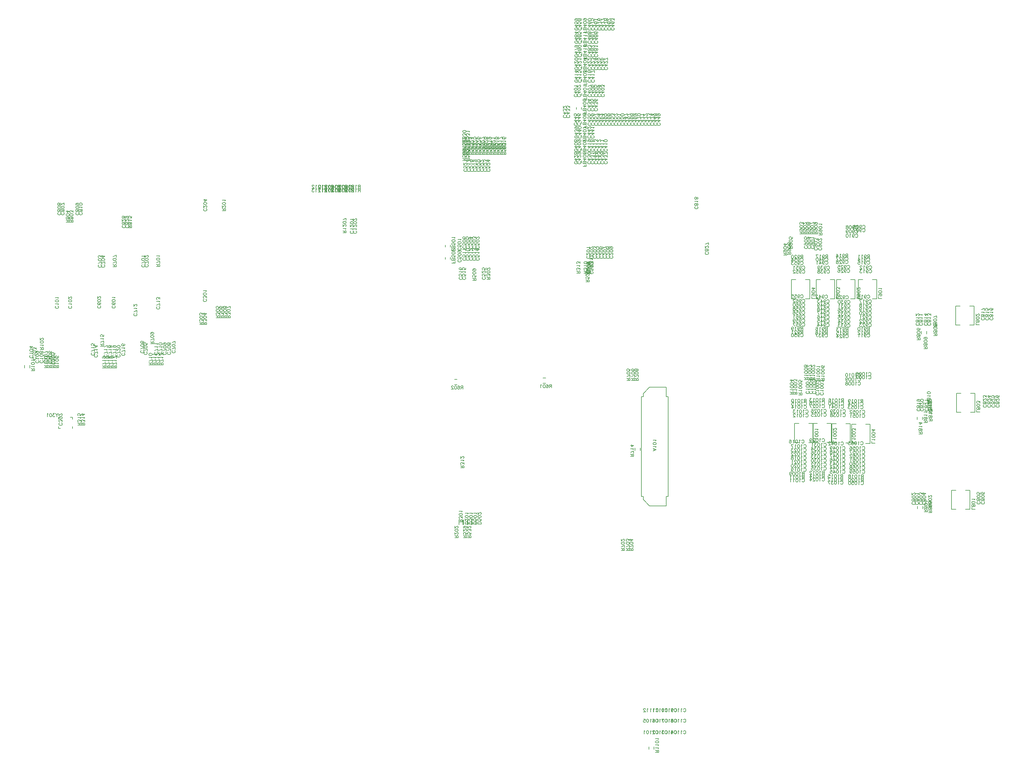
<source format=gbo>
%FSLAX46Y46*%
%MOMM*%
%ADD11C,0.127000*%
%ADD10C,0.150000*%
G01*
G01*
%LPD*%
D10*
X-149200000Y24900000D02*
X-149200000Y25700000D01*
D10*
X-150800000Y24900000D02*
X-150800000Y25700000D01*
D10*
X-148776192Y23990476D02*
X-147776192Y23990476D01*
D10*
X-147776192Y24419048D02*
X-147776192Y23990476D01*
D10*
X-147823808Y24561904D02*
X-147776192Y24419048D01*
D10*
X-147871424Y24609524D02*
X-147823808Y24561904D01*
D10*
X-147966672Y24657142D02*
X-147871424Y24609524D01*
D10*
X-148061904Y24657142D02*
X-147966672Y24657142D01*
D10*
X-148157136Y24609524D02*
X-148061904Y24657142D01*
D10*
X-148204768Y24561904D02*
X-148157136Y24609524D01*
D10*
X-148252384Y24419048D02*
X-148204768Y24561904D01*
D10*
X-148252384Y23990476D02*
X-148252384Y24419048D01*
D10*
X-148776192Y24657142D02*
X-148252384Y24323810D01*
D10*
X-147919040Y25180952D02*
X-147966672Y25085714D01*
D10*
X-147776192Y25323810D02*
X-147919040Y25180952D01*
D10*
X-148776192Y25323810D02*
X-147776192Y25323810D01*
D10*
X-147823808Y26038096D02*
X-147776192Y26180952D01*
D10*
X-147966672Y25942856D02*
X-147823808Y26038096D01*
D10*
X-148204768Y25895238D02*
X-147966672Y25942856D01*
D10*
X-148347616Y25895238D02*
X-148204768Y25895238D01*
D10*
X-148585712Y25942856D02*
X-148347616Y25895238D01*
D10*
X-148728576Y26038096D02*
X-148585712Y25942856D01*
D10*
X-148776192Y26180952D02*
X-148728576Y26038096D01*
D10*
X-148776192Y26276190D02*
X-148776192Y26180952D01*
D10*
X-148728576Y26419048D02*
X-148776192Y26276190D01*
D10*
X-148585712Y26514286D02*
X-148728576Y26419048D01*
D10*
X-148347616Y26561904D02*
X-148585712Y26514286D01*
D10*
X-148204768Y26561904D02*
X-148347616Y26561904D01*
D10*
X-147966672Y26514286D02*
X-148204768Y26561904D01*
D10*
X-147823808Y26419048D02*
X-147966672Y26514286D01*
D10*
X-147776192Y26276190D02*
X-147823808Y26419048D01*
D10*
X-147776192Y26180952D02*
X-147776192Y26276190D01*
D10*
X-147919040Y27085714D02*
X-147966672Y26990476D01*
D10*
X-147776192Y27228572D02*
X-147919040Y27085714D01*
D10*
X-148776192Y27228572D02*
X-147776192Y27228572D01*
D10*
X87023808Y21290476D02*
X88023808Y21290476D01*
D10*
X88023808Y21719048D02*
X88023808Y21290476D01*
D10*
X87976192Y21861904D02*
X88023808Y21719048D01*
D10*
X87928568Y21909524D02*
X87976192Y21861904D01*
D10*
X87833336Y21957142D02*
X87928568Y21909524D01*
D10*
X87738096Y21957142D02*
X87833336Y21957142D01*
D10*
X87642856Y21909524D02*
X87738096Y21957142D01*
D10*
X87595240Y21861904D02*
X87642856Y21909524D01*
D10*
X87547616Y21719048D02*
X87595240Y21861904D01*
D10*
X87547616Y21290476D02*
X87547616Y21719048D01*
D10*
X87023808Y21957142D02*
X87547616Y21623810D01*
D10*
X87880952Y22480952D02*
X87833336Y22385714D01*
D10*
X88023808Y22623810D02*
X87880952Y22480952D01*
D10*
X87023808Y22623810D02*
X88023808Y22623810D01*
D10*
X87976192Y23338096D02*
X88023808Y23480952D01*
D10*
X87833336Y23242856D02*
X87976192Y23338096D01*
D10*
X87595240Y23195238D02*
X87833336Y23242856D01*
D10*
X87452384Y23195238D02*
X87595240Y23195238D01*
D10*
X87214288Y23242856D02*
X87452384Y23195238D01*
D10*
X87071432Y23338096D02*
X87214288Y23242856D01*
D10*
X87023808Y23480952D02*
X87071432Y23338096D01*
D10*
X87023808Y23576190D02*
X87023808Y23480952D01*
D10*
X87071432Y23719048D02*
X87023808Y23576190D01*
D10*
X87214288Y23814286D02*
X87071432Y23719048D01*
D10*
X87452384Y23861904D02*
X87214288Y23814286D01*
D10*
X87595240Y23861904D02*
X87452384Y23861904D01*
D10*
X87833336Y23814286D02*
X87595240Y23861904D01*
D10*
X87976192Y23719048D02*
X87833336Y23814286D01*
D10*
X88023808Y23576190D02*
X87976192Y23719048D01*
D10*
X88023808Y23480952D02*
X88023808Y23576190D01*
D10*
X87976192Y24290476D02*
X88023808Y24433334D01*
D10*
X87833336Y24195238D02*
X87976192Y24290476D01*
D10*
X87595240Y24147620D02*
X87833336Y24195238D01*
D10*
X87452384Y24147620D02*
X87595240Y24147620D01*
D10*
X87214288Y24195238D02*
X87452384Y24147620D01*
D10*
X87071432Y24290476D02*
X87214288Y24195238D01*
D10*
X87023808Y24433334D02*
X87071432Y24290476D01*
D10*
X87023808Y24528572D02*
X87023808Y24433334D01*
D10*
X87071432Y24671428D02*
X87023808Y24528572D01*
D10*
X87214288Y24766666D02*
X87071432Y24671428D01*
D10*
X87452384Y24814286D02*
X87214288Y24766666D01*
D10*
X87595240Y24814286D02*
X87452384Y24814286D01*
D10*
X87833336Y24766666D02*
X87595240Y24814286D01*
D10*
X87976192Y24671428D02*
X87833336Y24766666D01*
D10*
X88023808Y24528572D02*
X87976192Y24671428D01*
D10*
X88023808Y24433334D02*
X88023808Y24528572D01*
D10*
X87023808Y25290476D02*
X88023808Y25766666D01*
D10*
X88023808Y25766666D02*
X88023808Y25100000D01*
D10*
X-8976190Y89690480D02*
X-7976190Y89690480D01*
D10*
X-7976190Y90119048D02*
X-7976190Y89690480D01*
D10*
X-8023809Y90261904D02*
X-7976190Y90119048D01*
D10*
X-8071428Y90309520D02*
X-8023809Y90261904D01*
D10*
X-8166666Y90357144D02*
X-8071428Y90309520D01*
D10*
X-8261905Y90357144D02*
X-8166666Y90357144D01*
D10*
X-8357143Y90309520D02*
X-8261905Y90357144D01*
D10*
X-8404762Y90261904D02*
X-8357143Y90309520D01*
D10*
X-8452381Y90119048D02*
X-8404762Y90261904D01*
D10*
X-8452381Y89690480D02*
X-8452381Y90119048D01*
D10*
X-8976190Y90357144D02*
X-8452381Y90023808D01*
D10*
X-7976190Y90738096D02*
X-7976190Y91214288D01*
D10*
X-8404762Y90690480D02*
X-7976190Y90738096D01*
D10*
X-8357143Y90738096D02*
X-8404762Y90690480D01*
D10*
X-8309524Y90880952D02*
X-8357143Y90738096D01*
D10*
X-8309524Y91023808D02*
X-8309524Y90880952D01*
D10*
X-8357143Y91166664D02*
X-8309524Y91023808D01*
D10*
X-8452381Y91261904D02*
X-8357143Y91166664D01*
D10*
X-8595238Y91309520D02*
X-8452381Y91261904D01*
D10*
X-8690476Y91309520D02*
X-8595238Y91309520D01*
D10*
X-8833333Y91261904D02*
X-8690476Y91309520D01*
D10*
X-8928571Y91166664D02*
X-8833333Y91261904D01*
D10*
X-8976190Y91023808D02*
X-8928571Y91166664D01*
D10*
X-8976190Y90880952D02*
X-8976190Y91023808D01*
D10*
X-8928571Y90738096D02*
X-8976190Y90880952D01*
D10*
X-8880952Y90690480D02*
X-8928571Y90738096D01*
D10*
X-8785714Y90642856D02*
X-8880952Y90690480D01*
D10*
X-8023809Y91738096D02*
X-7976190Y91880952D01*
D10*
X-8166666Y91642856D02*
X-8023809Y91738096D01*
D10*
X-8404762Y91595240D02*
X-8166666Y91642856D01*
D10*
X-8547619Y91595240D02*
X-8404762Y91595240D01*
D10*
X-8785714Y91642856D02*
X-8547619Y91595240D01*
D10*
X-8928571Y91738096D02*
X-8785714Y91642856D01*
D10*
X-8976190Y91880952D02*
X-8928571Y91738096D01*
D10*
X-8976190Y91976192D02*
X-8976190Y91880952D01*
D10*
X-8928571Y92119048D02*
X-8976190Y91976192D01*
D10*
X-8785714Y92214288D02*
X-8928571Y92119048D01*
D10*
X-8547619Y92261904D02*
X-8785714Y92214288D01*
D10*
X-8404762Y92261904D02*
X-8547619Y92261904D01*
D10*
X-8166666Y92214288D02*
X-8404762Y92261904D01*
D10*
X-8023809Y92119048D02*
X-8166666Y92214288D01*
D10*
X-7976190Y91976192D02*
X-8023809Y92119048D01*
D10*
X-7976190Y91880952D02*
X-7976190Y91976192D01*
D10*
X-8023809Y93119048D02*
X-8119047Y93166664D01*
D10*
X-7976190Y92976192D02*
X-8023809Y93119048D01*
D10*
X-7976190Y92880952D02*
X-7976190Y92976192D01*
D10*
X-8023809Y92738096D02*
X-7976190Y92880952D01*
D10*
X-8166666Y92642856D02*
X-8023809Y92738096D01*
D10*
X-8404762Y92595240D02*
X-8166666Y92642856D01*
D10*
X-8642857Y92595240D02*
X-8404762Y92595240D01*
D10*
X-8833333Y92642856D02*
X-8642857Y92595240D01*
D10*
X-8928571Y92738096D02*
X-8833333Y92642856D01*
D10*
X-8976190Y92880952D02*
X-8928571Y92738096D01*
D10*
X-8976190Y92928568D02*
X-8976190Y92880952D01*
D10*
X-8928571Y93071432D02*
X-8976190Y92928568D01*
D10*
X-8833333Y93166664D02*
X-8928571Y93071432D01*
D10*
X-8690476Y93214288D02*
X-8833333Y93166664D01*
D10*
X-8642857Y93214288D02*
X-8690476Y93214288D01*
D10*
X-8500000Y93166664D02*
X-8642857Y93214288D01*
D10*
X-8404762Y93071432D02*
X-8500000Y93166664D01*
D10*
X-8357143Y92928568D02*
X-8404762Y93071432D01*
D10*
X-8357143Y92880952D02*
X-8357143Y92928568D01*
D10*
X-8404762Y92738096D02*
X-8357143Y92880952D01*
D10*
X-8500000Y92642856D02*
X-8404762Y92738096D01*
D10*
X-8642857Y92595240D02*
X-8500000Y92642856D01*
D10*
X18080952Y124109520D02*
X17985714Y124157144D01*
D10*
X18176190Y124014288D02*
X18080952Y124109520D01*
D10*
X18223810Y123919048D02*
X18176190Y124014288D01*
D10*
X18223810Y123728568D02*
X18223810Y123919048D01*
D10*
X18176190Y123633336D02*
X18223810Y123728568D01*
D10*
X18080952Y123538096D02*
X18176190Y123633336D01*
D10*
X17985714Y123490480D02*
X18080952Y123538096D01*
D10*
X17842858Y123442856D02*
X17985714Y123490480D01*
D10*
X17604762Y123442856D02*
X17842858Y123442856D01*
D10*
X17461904Y123490480D02*
X17604762Y123442856D01*
D10*
X17366666Y123538096D02*
X17461904Y123490480D01*
D10*
X17271428Y123633336D02*
X17366666Y123538096D01*
D10*
X17223810Y123728568D02*
X17271428Y123633336D01*
D10*
X17223810Y123919048D02*
X17223810Y123728568D01*
D10*
X17271428Y124014288D02*
X17223810Y123919048D01*
D10*
X17366666Y124109520D02*
X17271428Y124014288D01*
D10*
X17461904Y124157144D02*
X17366666Y124109520D01*
D10*
X17557142Y124442856D02*
X18223810Y124919048D01*
D10*
X17557142Y125157144D02*
X17557142Y124442856D01*
D10*
X17223810Y124919048D02*
X18223810Y124919048D01*
D10*
X18176190Y125490480D02*
X18223810Y125633336D01*
D10*
X18080952Y125442856D02*
X18176190Y125490480D01*
D10*
X17985714Y125442856D02*
X18080952Y125442856D01*
D10*
X17890476Y125490480D02*
X17985714Y125442856D01*
D10*
X17842858Y125585712D02*
X17890476Y125490480D01*
D10*
X17795238Y125776192D02*
X17842858Y125585712D01*
D10*
X17747620Y125919048D02*
X17795238Y125776192D01*
D10*
X17652380Y126014288D02*
X17747620Y125919048D01*
D10*
X17557142Y126061904D02*
X17652380Y126014288D01*
D10*
X17414286Y126061904D02*
X17557142Y126061904D01*
D10*
X17319048Y126014288D02*
X17414286Y126061904D01*
D10*
X17271428Y125966664D02*
X17319048Y126014288D01*
D10*
X17223810Y125823808D02*
X17271428Y125966664D01*
D10*
X17223810Y125633336D02*
X17223810Y125823808D01*
D10*
X17271428Y125490480D02*
X17223810Y125633336D01*
D10*
X17319048Y125442856D02*
X17271428Y125490480D01*
D10*
X17414286Y125395240D02*
X17319048Y125442856D01*
D10*
X17557142Y125395240D02*
X17414286Y125395240D01*
D10*
X17652380Y125442856D02*
X17557142Y125395240D01*
D10*
X17747620Y125538096D02*
X17652380Y125442856D01*
D10*
X17795238Y125680952D02*
X17747620Y125538096D01*
D10*
X17842858Y125871432D02*
X17795238Y125680952D01*
D10*
X17890476Y125966664D02*
X17842858Y125871432D01*
D10*
X17985714Y126014288D02*
X17890476Y125966664D01*
D10*
X18080952Y126014288D02*
X17985714Y126014288D01*
D10*
X18176190Y125966664D02*
X18080952Y126014288D01*
D10*
X18223810Y125823808D02*
X18176190Y125966664D01*
D10*
X18223810Y125633336D02*
X18223810Y125823808D01*
D10*
X18223810Y126442856D02*
X18223810Y126919048D01*
D10*
X17795238Y126395240D02*
X18223810Y126442856D01*
D10*
X17842858Y126442856D02*
X17795238Y126395240D01*
D10*
X17890476Y126585712D02*
X17842858Y126442856D01*
D10*
X17890476Y126728568D02*
X17890476Y126585712D01*
D10*
X17842858Y126871432D02*
X17890476Y126728568D01*
D10*
X17747620Y126966664D02*
X17842858Y126871432D01*
D10*
X17604762Y127014288D02*
X17747620Y126966664D01*
D10*
X17509524Y127014288D02*
X17604762Y127014288D01*
D10*
X17366666Y126966664D02*
X17509524Y127014288D01*
D10*
X17271428Y126871432D02*
X17366666Y126966664D01*
D10*
X17223810Y126728568D02*
X17271428Y126871432D01*
D10*
X17223810Y126585712D02*
X17223810Y126728568D01*
D10*
X17271428Y126442856D02*
X17223810Y126585712D01*
D10*
X17319048Y126395240D02*
X17271428Y126442856D01*
D10*
X17414286Y126347616D02*
X17319048Y126395240D01*
D10*
X-59090476Y78323808D02*
X-59090476Y79323808D01*
D10*
X-59519048Y79323808D02*
X-59090476Y79323808D01*
D10*
X-59661904Y79276192D02*
X-59519048Y79323808D01*
D10*
X-59709524Y79228568D02*
X-59661904Y79276192D01*
D10*
X-59757144Y79133336D02*
X-59709524Y79228568D01*
D10*
X-59757144Y79038096D02*
X-59757144Y79133336D01*
D10*
X-59709524Y78942856D02*
X-59757144Y79038096D01*
D10*
X-59661904Y78895240D02*
X-59709524Y78942856D01*
D10*
X-59519048Y78847616D02*
X-59661904Y78895240D01*
D10*
X-59090476Y78847616D02*
X-59519048Y78847616D01*
D10*
X-59757144Y78323808D02*
X-59423808Y78847616D01*
D10*
X-60280952Y79180952D02*
X-60185716Y79133336D01*
D10*
X-60423808Y79323808D02*
X-60280952Y79180952D01*
D10*
X-60423808Y78323808D02*
X-60423808Y79323808D01*
D10*
X-61042856Y79133336D02*
X-61042856Y79085712D01*
D10*
X-61090476Y79228568D02*
X-61042856Y79133336D01*
D10*
X-61138096Y79276192D02*
X-61090476Y79228568D01*
D10*
X-61233332Y79323808D02*
X-61138096Y79276192D01*
D10*
X-61423808Y79323808D02*
X-61233332Y79323808D01*
D10*
X-61519048Y79276192D02*
X-61423808Y79323808D01*
D10*
X-61566668Y79228568D02*
X-61519048Y79276192D01*
D10*
X-61614284Y79133336D02*
X-61566668Y79228568D01*
D10*
X-61614284Y79038096D02*
X-61614284Y79133336D01*
D10*
X-61566668Y78942856D02*
X-61614284Y79038096D01*
D10*
X-61471428Y78800000D02*
X-61566668Y78942856D01*
D10*
X-60995240Y78323808D02*
X-61471428Y78800000D01*
D10*
X-61661904Y78323808D02*
X-60995240Y78323808D01*
D10*
X-62185716Y79180952D02*
X-62090476Y79133336D01*
D10*
X-62328572Y79323808D02*
X-62185716Y79180952D01*
D10*
X-62328572Y78323808D02*
X-62328572Y79323808D01*
D10*
X-63519048Y79323808D02*
X-62995240Y79323808D01*
D10*
X-63233332Y78942856D02*
X-63519048Y79323808D01*
D10*
X-63376192Y78942856D02*
X-63233332Y78942856D01*
D10*
X-63471428Y78895240D02*
X-63376192Y78942856D01*
D10*
X-63519048Y78847616D02*
X-63471428Y78895240D01*
D10*
X-63566668Y78704760D02*
X-63519048Y78847616D01*
D10*
X-63566668Y78609520D02*
X-63566668Y78704760D01*
D10*
X-63519048Y78466664D02*
X-63566668Y78609520D01*
D10*
X-63423808Y78371432D02*
X-63519048Y78466664D01*
D10*
X-63280952Y78323808D02*
X-63423808Y78371432D01*
D10*
X-63138096Y78323808D02*
X-63280952Y78323808D01*
D10*
X-62995240Y78371432D02*
X-63138096Y78323808D01*
D10*
X-62947620Y78419048D02*
X-62995240Y78371432D01*
D10*
X-62900000Y78514288D02*
X-62947620Y78419048D01*
D10*
X103590480Y-319047D02*
X103542856Y-414285D01*
D10*
X103685712Y-223809D02*
X103590480Y-319047D01*
D10*
X103780952Y-176190D02*
X103685712Y-223809D01*
D10*
X103971432Y-176190D02*
X103780952Y-176190D01*
D10*
X104066664Y-223809D02*
X103971432Y-176190D01*
D10*
X104161904Y-319047D02*
X104066664Y-223809D01*
D10*
X104209520Y-414285D02*
X104161904Y-319047D01*
D10*
X104257144Y-557142D02*
X104209520Y-414285D01*
D10*
X104257144Y-795238D02*
X104257144Y-557142D01*
D10*
X104209520Y-938095D02*
X104257144Y-795238D01*
D10*
X104161904Y-1033333D02*
X104209520Y-938095D01*
D10*
X104066664Y-1128571D02*
X104161904Y-1033333D01*
D10*
X103971432Y-1176190D02*
X104066664Y-1128571D01*
D10*
X103780952Y-1176190D02*
X103971432Y-1176190D01*
D10*
X103685712Y-1128571D02*
X103780952Y-1176190D01*
D10*
X103590480Y-1033333D02*
X103685712Y-1128571D01*
D10*
X103542856Y-938095D02*
X103590480Y-1033333D01*
D10*
X103019048Y-319047D02*
X103114288Y-366666D01*
D10*
X102876192Y-176190D02*
X103019048Y-319047D01*
D10*
X102876192Y-1176190D02*
X102876192Y-176190D01*
D10*
X102161904Y-223809D02*
X102019048Y-176190D01*
D10*
X102257144Y-366666D02*
X102161904Y-223809D01*
D10*
X102304760Y-604761D02*
X102257144Y-366666D01*
D10*
X102304760Y-747619D02*
X102304760Y-604761D01*
D10*
X102257144Y-985714D02*
X102304760Y-747619D01*
D10*
X102161904Y-1128571D02*
X102257144Y-985714D01*
D10*
X102019048Y-1176190D02*
X102161904Y-1128571D01*
D10*
X101923808Y-1176190D02*
X102019048Y-1176190D01*
D10*
X101780952Y-1128571D02*
X101923808Y-1176190D01*
D10*
X101685712Y-985714D02*
X101780952Y-1128571D01*
D10*
X101638096Y-747619D02*
X101685712Y-985714D01*
D10*
X101638096Y-604761D02*
X101638096Y-747619D01*
D10*
X101685712Y-366666D02*
X101638096Y-604761D01*
D10*
X101780952Y-223809D02*
X101685712Y-366666D01*
D10*
X101923808Y-176190D02*
X101780952Y-223809D01*
D10*
X102019048Y-176190D02*
X101923808Y-176190D01*
D10*
X101257144Y-176190D02*
X100780952Y-176190D01*
D10*
X101304760Y-604761D02*
X101257144Y-176190D01*
D10*
X101257144Y-557142D02*
X101304760Y-604761D01*
D10*
X101114288Y-509523D02*
X101257144Y-557142D01*
D10*
X100971432Y-509523D02*
X101114288Y-509523D01*
D10*
X100828568Y-557142D02*
X100971432Y-509523D01*
D10*
X100733336Y-652380D02*
X100828568Y-557142D01*
D10*
X100685712Y-795238D02*
X100733336Y-652380D01*
D10*
X100685712Y-890476D02*
X100685712Y-795238D01*
D10*
X100733336Y-1033333D02*
X100685712Y-890476D01*
D10*
X100828568Y-1128571D02*
X100733336Y-1033333D01*
D10*
X100971432Y-1176190D02*
X100828568Y-1128571D01*
D10*
X101114288Y-1176190D02*
X100971432Y-1176190D01*
D10*
X101257144Y-1128571D02*
X101114288Y-1176190D01*
D10*
X101304760Y-1080952D02*
X101257144Y-1128571D01*
D10*
X101352384Y-985714D02*
X101304760Y-1080952D01*
D10*
X100209520Y-1176190D02*
X99733336Y-176190D01*
D10*
X99733336Y-176190D02*
X100400000Y-176190D01*
D10*
X23980952Y87509520D02*
X23885714Y87557144D01*
D10*
X24076190Y87414288D02*
X23980952Y87509520D01*
D10*
X24123810Y87319048D02*
X24076190Y87414288D01*
D10*
X24123810Y87128568D02*
X24123810Y87319048D01*
D10*
X24076190Y87033336D02*
X24123810Y87128568D01*
D10*
X23980952Y86938096D02*
X24076190Y87033336D01*
D10*
X23885714Y86890480D02*
X23980952Y86938096D01*
D10*
X23742858Y86842856D02*
X23885714Y86890480D01*
D10*
X23504762Y86842856D02*
X23742858Y86842856D01*
D10*
X23361904Y86890480D02*
X23504762Y86842856D01*
D10*
X23266666Y86938096D02*
X23361904Y86890480D01*
D10*
X23171428Y87033336D02*
X23266666Y86938096D01*
D10*
X23123810Y87128568D02*
X23171428Y87033336D01*
D10*
X23123810Y87319048D02*
X23123810Y87128568D01*
D10*
X23171428Y87414288D02*
X23123810Y87319048D01*
D10*
X23266666Y87509520D02*
X23171428Y87414288D01*
D10*
X23361904Y87557144D02*
X23266666Y87509520D01*
D10*
X23457142Y87842856D02*
X24123810Y88319048D01*
D10*
X23457142Y88557144D02*
X23457142Y87842856D01*
D10*
X23123810Y88319048D02*
X24123810Y88319048D01*
D10*
X23457142Y88795240D02*
X24123810Y89271432D01*
D10*
X23457142Y89509520D02*
X23457142Y88795240D01*
D10*
X23123810Y89271432D02*
X24123810Y89271432D01*
D10*
X24123810Y90366664D02*
X24123810Y89842856D01*
D10*
X23742858Y90080952D02*
X24123810Y90366664D01*
D10*
X23742858Y90223808D02*
X23742858Y90080952D01*
D10*
X23695238Y90319048D02*
X23742858Y90223808D01*
D10*
X23647620Y90366664D02*
X23695238Y90319048D01*
D10*
X23504762Y90414288D02*
X23647620Y90366664D01*
D10*
X23409524Y90414288D02*
X23504762Y90414288D01*
D10*
X23266666Y90366664D02*
X23409524Y90414288D01*
D10*
X23171428Y90271432D02*
X23266666Y90366664D01*
D10*
X23123810Y90128568D02*
X23171428Y90271432D01*
D10*
X23123810Y89985712D02*
X23123810Y90128568D01*
D10*
X23171428Y89842856D02*
X23123810Y89985712D01*
D10*
X23219048Y89795240D02*
X23171428Y89842856D01*
D10*
X23314286Y89747616D02*
X23219048Y89795240D01*
D10*
X87280952Y17709524D02*
X87185712Y17757142D01*
D10*
X87376192Y17614286D02*
X87280952Y17709524D01*
D10*
X87423808Y17519048D02*
X87376192Y17614286D01*
D10*
X87423808Y17328572D02*
X87423808Y17519048D01*
D10*
X87376192Y17233334D02*
X87423808Y17328572D01*
D10*
X87280952Y17138096D02*
X87376192Y17233334D01*
D10*
X87185712Y17090476D02*
X87280952Y17138096D01*
D10*
X87042856Y17042858D02*
X87185712Y17090476D01*
D10*
X86804760Y17042858D02*
X87042856Y17042858D01*
D10*
X86661904Y17090476D02*
X86804760Y17042858D01*
D10*
X86566664Y17138096D02*
X86661904Y17090476D01*
D10*
X86471432Y17233334D02*
X86566664Y17138096D01*
D10*
X86423808Y17328572D02*
X86471432Y17233334D01*
D10*
X86423808Y17519048D02*
X86423808Y17328572D01*
D10*
X86471432Y17614286D02*
X86423808Y17519048D01*
D10*
X86566664Y17709524D02*
X86471432Y17614286D01*
D10*
X86661904Y17757142D02*
X86566664Y17709524D01*
D10*
X87280952Y18280952D02*
X87233336Y18185714D01*
D10*
X87423808Y18423810D02*
X87280952Y18280952D01*
D10*
X86423808Y18423810D02*
X87423808Y18423810D01*
D10*
X87376192Y19138096D02*
X87423808Y19280952D01*
D10*
X87233336Y19042856D02*
X87376192Y19138096D01*
D10*
X86995240Y18995238D02*
X87233336Y19042856D01*
D10*
X86852384Y18995238D02*
X86995240Y18995238D01*
D10*
X86614288Y19042856D02*
X86852384Y18995238D01*
D10*
X86471432Y19138096D02*
X86614288Y19042856D01*
D10*
X86423808Y19280952D02*
X86471432Y19138096D01*
D10*
X86423808Y19376190D02*
X86423808Y19280952D01*
D10*
X86471432Y19519048D02*
X86423808Y19376190D01*
D10*
X86614288Y19614286D02*
X86471432Y19519048D01*
D10*
X86852384Y19661904D02*
X86614288Y19614286D01*
D10*
X86995240Y19661904D02*
X86852384Y19661904D01*
D10*
X87233336Y19614286D02*
X86995240Y19661904D01*
D10*
X87376192Y19519048D02*
X87233336Y19614286D01*
D10*
X87423808Y19376190D02*
X87376192Y19519048D01*
D10*
X87423808Y19280952D02*
X87423808Y19376190D01*
D10*
X87376192Y20090476D02*
X87423808Y20233334D01*
D10*
X87233336Y19995238D02*
X87376192Y20090476D01*
D10*
X86995240Y19947620D02*
X87233336Y19995238D01*
D10*
X86852384Y19947620D02*
X86995240Y19947620D01*
D10*
X86614288Y19995238D02*
X86852384Y19947620D01*
D10*
X86471432Y20090476D02*
X86614288Y19995238D01*
D10*
X86423808Y20233334D02*
X86471432Y20090476D01*
D10*
X86423808Y20328572D02*
X86423808Y20233334D01*
D10*
X86471432Y20471428D02*
X86423808Y20328572D01*
D10*
X86614288Y20566666D02*
X86471432Y20471428D01*
D10*
X86852384Y20614286D02*
X86614288Y20566666D01*
D10*
X86995240Y20614286D02*
X86852384Y20614286D01*
D10*
X87233336Y20566666D02*
X86995240Y20614286D01*
D10*
X87376192Y20471428D02*
X87233336Y20566666D01*
D10*
X87423808Y20328572D02*
X87376192Y20471428D01*
D10*
X87423808Y20233334D02*
X87423808Y20328572D01*
D10*
X87280952Y21138096D02*
X87233336Y21042856D01*
D10*
X87423808Y21280952D02*
X87280952Y21138096D01*
D10*
X86423808Y21280952D02*
X87423808Y21280952D01*
D10*
X21980952Y103609520D02*
X21885714Y103657144D01*
D10*
X22076190Y103514288D02*
X21980952Y103609520D01*
D10*
X22123810Y103419048D02*
X22076190Y103514288D01*
D10*
X22123810Y103228568D02*
X22123810Y103419048D01*
D10*
X22076190Y103133336D02*
X22123810Y103228568D01*
D10*
X21980952Y103038096D02*
X22076190Y103133336D01*
D10*
X21885714Y102990480D02*
X21980952Y103038096D01*
D10*
X21742858Y102942856D02*
X21885714Y102990480D01*
D10*
X21504762Y102942856D02*
X21742858Y102942856D01*
D10*
X21361904Y102990480D02*
X21504762Y102942856D01*
D10*
X21266666Y103038096D02*
X21361904Y102990480D01*
D10*
X21171428Y103133336D02*
X21266666Y103038096D01*
D10*
X21123810Y103228568D02*
X21171428Y103133336D01*
D10*
X21123810Y103419048D02*
X21123810Y103228568D01*
D10*
X21171428Y103514288D02*
X21123810Y103419048D01*
D10*
X21266666Y103609520D02*
X21171428Y103514288D01*
D10*
X21361904Y103657144D02*
X21266666Y103609520D01*
D10*
X21457142Y103942856D02*
X22123810Y104419048D01*
D10*
X21457142Y104657144D02*
X21457142Y103942856D01*
D10*
X21123810Y104419048D02*
X22123810Y104419048D01*
D10*
X22123810Y105514288D02*
X22123810Y104990480D01*
D10*
X21742858Y105228568D02*
X22123810Y105514288D01*
D10*
X21742858Y105371432D02*
X21742858Y105228568D01*
D10*
X21695238Y105466664D02*
X21742858Y105371432D01*
D10*
X21647620Y105514288D02*
X21695238Y105466664D01*
D10*
X21504762Y105561904D02*
X21647620Y105514288D01*
D10*
X21409524Y105561904D02*
X21504762Y105561904D01*
D10*
X21266666Y105514288D02*
X21409524Y105561904D01*
D10*
X21171428Y105419048D02*
X21266666Y105514288D01*
D10*
X21123810Y105276192D02*
X21171428Y105419048D01*
D10*
X21123810Y105133336D02*
X21123810Y105276192D01*
D10*
X21171428Y104990480D02*
X21123810Y105133336D01*
D10*
X21219048Y104942856D02*
X21171428Y104990480D01*
D10*
X21314286Y104895240D02*
X21219048Y104942856D01*
D10*
X22123810Y105942856D02*
X22123810Y106419048D01*
D10*
X21695238Y105895240D02*
X22123810Y105942856D01*
D10*
X21742858Y105942856D02*
X21695238Y105895240D01*
D10*
X21790476Y106085712D02*
X21742858Y105942856D01*
D10*
X21790476Y106228568D02*
X21790476Y106085712D01*
D10*
X21742858Y106371432D02*
X21790476Y106228568D01*
D10*
X21647620Y106466664D02*
X21742858Y106371432D01*
D10*
X21504762Y106514288D02*
X21647620Y106466664D01*
D10*
X21409524Y106514288D02*
X21504762Y106514288D01*
D10*
X21266666Y106466664D02*
X21409524Y106514288D01*
D10*
X21171428Y106371432D02*
X21266666Y106466664D01*
D10*
X21123810Y106228568D02*
X21171428Y106371432D01*
D10*
X21123810Y106085712D02*
X21123810Y106228568D01*
D10*
X21171428Y105942856D02*
X21123810Y106085712D01*
D10*
X21219048Y105895240D02*
X21171428Y105942856D01*
D10*
X21314286Y105847616D02*
X21219048Y105895240D01*
D10*
X-97676192Y38033332D02*
X-96676192Y38033332D01*
D10*
X-96676192Y38461904D02*
X-96676192Y38033332D01*
D10*
X-96723808Y38604760D02*
X-96676192Y38461904D01*
D10*
X-96771432Y38652380D02*
X-96723808Y38604760D01*
D10*
X-96866664Y38700000D02*
X-96771432Y38652380D01*
D10*
X-96961904Y38700000D02*
X-96866664Y38700000D01*
D10*
X-97057144Y38652380D02*
X-96961904Y38700000D01*
D10*
X-97104760Y38604760D02*
X-97057144Y38652380D01*
D10*
X-97152384Y38461904D02*
X-97104760Y38604760D01*
D10*
X-97152384Y38033332D02*
X-97152384Y38461904D01*
D10*
X-97676192Y38700000D02*
X-97152384Y38366668D01*
D10*
X-96676192Y39604760D02*
X-96676192Y39080952D01*
D10*
X-97057144Y39319048D02*
X-96676192Y39604760D01*
D10*
X-97057144Y39461904D02*
X-97057144Y39319048D01*
D10*
X-97104760Y39557144D02*
X-97057144Y39461904D01*
D10*
X-97152384Y39604760D02*
X-97104760Y39557144D01*
D10*
X-97295240Y39652380D02*
X-97152384Y39604760D01*
D10*
X-97390480Y39652380D02*
X-97295240Y39652380D01*
D10*
X-97533336Y39604760D02*
X-97390480Y39652380D01*
D10*
X-97628568Y39509524D02*
X-97533336Y39604760D01*
D10*
X-97676192Y39366668D02*
X-97628568Y39509524D01*
D10*
X-97676192Y39223808D02*
X-97676192Y39366668D01*
D10*
X-97628568Y39080952D02*
X-97676192Y39223808D01*
D10*
X-97580952Y39033332D02*
X-97628568Y39080952D01*
D10*
X-97485712Y38985716D02*
X-97580952Y39033332D01*
D10*
X-96723808Y40080952D02*
X-96676192Y40223808D01*
D10*
X-96866664Y39985716D02*
X-96723808Y40080952D01*
D10*
X-97104760Y39938096D02*
X-96866664Y39985716D01*
D10*
X-97247616Y39938096D02*
X-97104760Y39938096D01*
D10*
X-97485712Y39985716D02*
X-97247616Y39938096D01*
D10*
X-97628568Y40080952D02*
X-97485712Y39985716D01*
D10*
X-97676192Y40223808D02*
X-97628568Y40080952D01*
D10*
X-97676192Y40319048D02*
X-97676192Y40223808D01*
D10*
X-97628568Y40461904D02*
X-97676192Y40319048D01*
D10*
X-97485712Y40557144D02*
X-97628568Y40461904D01*
D10*
X-97247616Y40604760D02*
X-97485712Y40557144D01*
D10*
X-97104760Y40604760D02*
X-97247616Y40604760D01*
D10*
X-96866664Y40557144D02*
X-97104760Y40604760D01*
D10*
X-96723808Y40461904D02*
X-96866664Y40557144D01*
D10*
X-96676192Y40319048D02*
X-96723808Y40461904D01*
D10*
X-96676192Y40223808D02*
X-96676192Y40319048D01*
D10*
X-96676192Y41509524D02*
X-96676192Y40985716D01*
D10*
X-97057144Y41223808D02*
X-96676192Y41509524D01*
D10*
X-97057144Y41366668D02*
X-97057144Y41223808D01*
D10*
X-97104760Y41461904D02*
X-97057144Y41366668D01*
D10*
X-97152384Y41509524D02*
X-97104760Y41461904D01*
D10*
X-97295240Y41557144D02*
X-97152384Y41509524D01*
D10*
X-97390480Y41557144D02*
X-97295240Y41557144D01*
D10*
X-97533336Y41509524D02*
X-97390480Y41557144D01*
D10*
X-97628568Y41414284D02*
X-97533336Y41509524D01*
D10*
X-97676192Y41271428D02*
X-97628568Y41414284D01*
D10*
X-97676192Y41128572D02*
X-97676192Y41271428D01*
D10*
X-97628568Y40985716D02*
X-97676192Y41128572D01*
D10*
X-97580952Y40938096D02*
X-97628568Y40985716D01*
D10*
X-97485712Y40890476D02*
X-97580952Y40938096D01*
D10*
X20980952Y87509520D02*
X20885714Y87557144D01*
D10*
X21076190Y87414288D02*
X20980952Y87509520D01*
D10*
X21123810Y87319048D02*
X21076190Y87414288D01*
D10*
X21123810Y87128568D02*
X21123810Y87319048D01*
D10*
X21076190Y87033336D02*
X21123810Y87128568D01*
D10*
X20980952Y86938096D02*
X21076190Y87033336D01*
D10*
X20885714Y86890480D02*
X20980952Y86938096D01*
D10*
X20742858Y86842856D02*
X20885714Y86890480D01*
D10*
X20504762Y86842856D02*
X20742858Y86842856D01*
D10*
X20361904Y86890480D02*
X20504762Y86842856D01*
D10*
X20266666Y86938096D02*
X20361904Y86890480D01*
D10*
X20171428Y87033336D02*
X20266666Y86938096D01*
D10*
X20123810Y87128568D02*
X20171428Y87033336D01*
D10*
X20123810Y87319048D02*
X20123810Y87128568D01*
D10*
X20171428Y87414288D02*
X20123810Y87319048D01*
D10*
X20266666Y87509520D02*
X20171428Y87414288D01*
D10*
X20361904Y87557144D02*
X20266666Y87509520D01*
D10*
X20457142Y87842856D02*
X21123810Y88319048D01*
D10*
X20457142Y88557144D02*
X20457142Y87842856D01*
D10*
X20123810Y88319048D02*
X21123810Y88319048D01*
D10*
X21123810Y89414288D02*
X21123810Y88890480D01*
D10*
X20742858Y89128568D02*
X21123810Y89414288D01*
D10*
X20742858Y89271432D02*
X20742858Y89128568D01*
D10*
X20695238Y89366664D02*
X20742858Y89271432D01*
D10*
X20647620Y89414288D02*
X20695238Y89366664D01*
D10*
X20504762Y89461904D02*
X20647620Y89414288D01*
D10*
X20409524Y89461904D02*
X20504762Y89461904D01*
D10*
X20266666Y89414288D02*
X20409524Y89461904D01*
D10*
X20171428Y89319048D02*
X20266666Y89414288D01*
D10*
X20123810Y89176192D02*
X20171428Y89319048D01*
D10*
X20123810Y89033336D02*
X20123810Y89176192D01*
D10*
X20171428Y88890480D02*
X20123810Y89033336D01*
D10*
X20219048Y88842856D02*
X20171428Y88890480D01*
D10*
X20314286Y88795240D02*
X20219048Y88842856D01*
D10*
X21076190Y89890480D02*
X21123810Y90033336D01*
D10*
X20933334Y89795240D02*
X21076190Y89890480D01*
D10*
X20695238Y89747616D02*
X20933334Y89795240D01*
D10*
X20552380Y89747616D02*
X20695238Y89747616D01*
D10*
X20314286Y89795240D02*
X20552380Y89747616D01*
D10*
X20171428Y89890480D02*
X20314286Y89795240D01*
D10*
X20123810Y90033336D02*
X20171428Y89890480D01*
D10*
X20123810Y90128568D02*
X20123810Y90033336D01*
D10*
X20171428Y90271432D02*
X20123810Y90128568D01*
D10*
X20314286Y90366664D02*
X20171428Y90271432D01*
D10*
X20552380Y90414288D02*
X20314286Y90366664D01*
D10*
X20695238Y90414288D02*
X20552380Y90414288D01*
D10*
X20933334Y90366664D02*
X20695238Y90414288D01*
D10*
X21076190Y90271432D02*
X20933334Y90366664D01*
D10*
X21123810Y90128568D02*
X21076190Y90271432D01*
D10*
X21123810Y90033336D02*
X21123810Y90128568D01*
D10*
X97609520Y-8476190D02*
X97609520Y-7476190D01*
D10*
X97180952Y-7476190D02*
X97609520Y-7476190D01*
D10*
X97038096Y-7523809D02*
X97180952Y-7476190D01*
D10*
X96990480Y-7571428D02*
X97038096Y-7523809D01*
D10*
X96942856Y-7666666D02*
X96990480Y-7571428D01*
D10*
X96942856Y-7761905D02*
X96942856Y-7666666D01*
D10*
X96990480Y-7857143D02*
X96942856Y-7761905D01*
D10*
X97038096Y-7904762D02*
X96990480Y-7857143D01*
D10*
X97180952Y-7952381D02*
X97038096Y-7904762D01*
D10*
X97609520Y-7952381D02*
X97180952Y-7952381D01*
D10*
X96942856Y-8476190D02*
X97276192Y-7952381D01*
D10*
X96419048Y-7619047D02*
X96514288Y-7666666D01*
D10*
X96276192Y-7476190D02*
X96419048Y-7619047D01*
D10*
X96276192Y-8476190D02*
X96276192Y-7476190D01*
D10*
X95561904Y-7523809D02*
X95419048Y-7476190D01*
D10*
X95657144Y-7666666D02*
X95561904Y-7523809D01*
D10*
X95704760Y-7904762D02*
X95657144Y-7666666D01*
D10*
X95704760Y-8047619D02*
X95704760Y-7904762D01*
D10*
X95657144Y-8285714D02*
X95704760Y-8047619D01*
D10*
X95561904Y-8428571D02*
X95657144Y-8285714D01*
D10*
X95419048Y-8476190D02*
X95561904Y-8428571D01*
D10*
X95323808Y-8476190D02*
X95419048Y-8476190D01*
D10*
X95180952Y-8428571D02*
X95323808Y-8476190D01*
D10*
X95085712Y-8285714D02*
X95180952Y-8428571D01*
D10*
X95038096Y-8047619D02*
X95085712Y-8285714D01*
D10*
X95038096Y-7904762D02*
X95038096Y-8047619D01*
D10*
X95085712Y-7666666D02*
X95038096Y-7904762D01*
D10*
X95180952Y-7523809D02*
X95085712Y-7666666D01*
D10*
X95323808Y-7476190D02*
X95180952Y-7523809D01*
D10*
X95419048Y-7476190D02*
X95323808Y-7476190D01*
D10*
X94514288Y-7619047D02*
X94609520Y-7666666D01*
D10*
X94371432Y-7476190D02*
X94514288Y-7619047D01*
D10*
X94371432Y-8476190D02*
X94371432Y-7476190D01*
D10*
X93704760Y-7476190D02*
X93228568Y-7476190D01*
D10*
X93752384Y-7904762D02*
X93704760Y-7476190D01*
D10*
X93704760Y-7857143D02*
X93752384Y-7904762D01*
D10*
X93561904Y-7809524D02*
X93704760Y-7857143D01*
D10*
X93419048Y-7809524D02*
X93561904Y-7809524D01*
D10*
X93276192Y-7857143D02*
X93419048Y-7809524D01*
D10*
X93180952Y-7952381D02*
X93276192Y-7857143D01*
D10*
X93133336Y-8095238D02*
X93180952Y-7952381D01*
D10*
X93133336Y-8190476D02*
X93133336Y-8095238D01*
D10*
X93180952Y-8333333D02*
X93133336Y-8190476D01*
D10*
X93276192Y-8428571D02*
X93180952Y-8333333D01*
D10*
X93419048Y-8476190D02*
X93276192Y-8428571D01*
D10*
X93561904Y-8476190D02*
X93419048Y-8476190D01*
D10*
X93704760Y-8428571D02*
X93561904Y-8476190D01*
D10*
X93752384Y-8380952D02*
X93704760Y-8428571D01*
D10*
X93800000Y-8285714D02*
X93752384Y-8380952D01*
D10*
X89780952Y61309524D02*
X89685712Y61357144D01*
D10*
X89876192Y61214284D02*
X89780952Y61309524D01*
D10*
X89923808Y61119048D02*
X89876192Y61214284D01*
D10*
X89923808Y60928572D02*
X89923808Y61119048D01*
D10*
X89876192Y60833332D02*
X89923808Y60928572D01*
D10*
X89780952Y60738096D02*
X89876192Y60833332D01*
D10*
X89685712Y60690476D02*
X89780952Y60738096D01*
D10*
X89542856Y60642856D02*
X89685712Y60690476D01*
D10*
X89304760Y60642856D02*
X89542856Y60642856D01*
D10*
X89161904Y60690476D02*
X89304760Y60642856D01*
D10*
X89066664Y60738096D02*
X89161904Y60690476D01*
D10*
X88971432Y60833332D02*
X89066664Y60738096D01*
D10*
X88923808Y60928572D02*
X88971432Y60833332D01*
D10*
X88923808Y61119048D02*
X88923808Y60928572D01*
D10*
X88971432Y61214284D02*
X88923808Y61119048D01*
D10*
X89066664Y61309524D02*
X88971432Y61214284D01*
D10*
X89161904Y61357144D02*
X89066664Y61309524D01*
D10*
X89447616Y62214284D02*
X89590480Y62261904D01*
D10*
X89352384Y62119048D02*
X89447616Y62214284D01*
D10*
X89304760Y61976192D02*
X89352384Y62119048D01*
D10*
X89304760Y61928572D02*
X89304760Y61976192D01*
D10*
X89352384Y61785716D02*
X89304760Y61928572D01*
D10*
X89447616Y61690476D02*
X89352384Y61785716D01*
D10*
X89590480Y61642856D02*
X89447616Y61690476D01*
D10*
X89638096Y61642856D02*
X89590480Y61642856D01*
D10*
X89780952Y61690476D02*
X89638096Y61642856D01*
D10*
X89876192Y61785716D02*
X89780952Y61690476D01*
D10*
X89923808Y61928572D02*
X89876192Y61785716D01*
D10*
X89923808Y61976192D02*
X89923808Y61928572D01*
D10*
X89876192Y62119048D02*
X89923808Y61976192D01*
D10*
X89780952Y62214284D02*
X89876192Y62119048D01*
D10*
X89590480Y62261904D02*
X89780952Y62214284D01*
D10*
X89352384Y62261904D02*
X89590480Y62261904D01*
D10*
X89114288Y62214284D02*
X89352384Y62261904D01*
D10*
X88971432Y62119048D02*
X89114288Y62214284D01*
D10*
X88923808Y61976192D02*
X88971432Y62119048D01*
D10*
X88923808Y61880952D02*
X88923808Y61976192D01*
D10*
X88971432Y61738096D02*
X88923808Y61880952D01*
D10*
X89066664Y61690476D02*
X88971432Y61738096D01*
D10*
X89876192Y62738096D02*
X89923808Y62880952D01*
D10*
X89733336Y62642856D02*
X89876192Y62738096D01*
D10*
X89495240Y62595240D02*
X89733336Y62642856D01*
D10*
X89352384Y62595240D02*
X89495240Y62595240D01*
D10*
X89114288Y62642856D02*
X89352384Y62595240D01*
D10*
X88971432Y62738096D02*
X89114288Y62642856D01*
D10*
X88923808Y62880952D02*
X88971432Y62738096D01*
D10*
X88923808Y62976192D02*
X88923808Y62880952D01*
D10*
X88971432Y63119048D02*
X88923808Y62976192D01*
D10*
X89114288Y63214284D02*
X88971432Y63119048D01*
D10*
X89352384Y63261904D02*
X89114288Y63214284D01*
D10*
X89495240Y63261904D02*
X89352384Y63261904D01*
D10*
X89733336Y63214284D02*
X89495240Y63261904D01*
D10*
X89876192Y63119048D02*
X89733336Y63214284D01*
D10*
X89923808Y62976192D02*
X89876192Y63119048D01*
D10*
X89923808Y62880952D02*
X89923808Y62976192D01*
D10*
X89923808Y64166668D02*
X89923808Y63642856D01*
D10*
X89542856Y63880952D02*
X89923808Y64166668D01*
D10*
X89542856Y64023808D02*
X89542856Y63880952D01*
D10*
X89495240Y64119048D02*
X89542856Y64023808D01*
D10*
X89447616Y64166668D02*
X89495240Y64119048D01*
D10*
X89304760Y64214284D02*
X89447616Y64166668D01*
D10*
X89209520Y64214284D02*
X89304760Y64214284D01*
D10*
X89066664Y64166668D02*
X89209520Y64214284D01*
D10*
X88971432Y64071428D02*
X89066664Y64166668D01*
D10*
X88923808Y63928572D02*
X88971432Y64071428D01*
D10*
X88923808Y63785716D02*
X88923808Y63928572D01*
D10*
X88971432Y63642856D02*
X88923808Y63785716D01*
D10*
X89019048Y63595240D02*
X88971432Y63642856D01*
D10*
X89114288Y63547620D02*
X89019048Y63595240D01*
D10*
X16980952Y87509520D02*
X16885714Y87557144D01*
D10*
X17076190Y87414288D02*
X16980952Y87509520D01*
D10*
X17123810Y87319048D02*
X17076190Y87414288D01*
D10*
X17123810Y87128568D02*
X17123810Y87319048D01*
D10*
X17076190Y87033336D02*
X17123810Y87128568D01*
D10*
X16980952Y86938096D02*
X17076190Y87033336D01*
D10*
X16885714Y86890480D02*
X16980952Y86938096D01*
D10*
X16742857Y86842856D02*
X16885714Y86890480D01*
D10*
X16504762Y86842856D02*
X16742857Y86842856D01*
D10*
X16361905Y86890480D02*
X16504762Y86842856D01*
D10*
X16266667Y86938096D02*
X16361905Y86890480D01*
D10*
X16171429Y87033336D02*
X16266667Y86938096D01*
D10*
X16123810Y87128568D02*
X16171429Y87033336D01*
D10*
X16123810Y87319048D02*
X16123810Y87128568D01*
D10*
X16171429Y87414288D02*
X16123810Y87319048D01*
D10*
X16266667Y87509520D02*
X16171429Y87414288D01*
D10*
X16361905Y87557144D02*
X16266667Y87509520D01*
D10*
X16457143Y87842856D02*
X17123810Y88319048D01*
D10*
X16457143Y88557144D02*
X16457143Y87842856D01*
D10*
X16123810Y88319048D02*
X17123810Y88319048D01*
D10*
X16933334Y88842856D02*
X16885714Y88842856D01*
D10*
X17028572Y88890480D02*
X16933334Y88842856D01*
D10*
X17076190Y88938096D02*
X17028572Y88890480D01*
D10*
X17123810Y89033336D02*
X17076190Y88938096D01*
D10*
X17123810Y89223808D02*
X17123810Y89033336D01*
D10*
X17076190Y89319048D02*
X17123810Y89223808D01*
D10*
X17028572Y89366664D02*
X17076190Y89319048D01*
D10*
X16933334Y89414288D02*
X17028572Y89366664D01*
D10*
X16838096Y89414288D02*
X16933334Y89414288D01*
D10*
X16742857Y89366664D02*
X16838096Y89414288D01*
D10*
X16600000Y89271432D02*
X16742857Y89366664D01*
D10*
X16123810Y88795240D02*
X16600000Y89271432D01*
D10*
X16123810Y89461904D02*
X16123810Y88795240D01*
D10*
X17076190Y89842856D02*
X17123810Y89985712D01*
D10*
X16980952Y89795240D02*
X17076190Y89842856D01*
D10*
X16885714Y89795240D02*
X16980952Y89795240D01*
D10*
X16790476Y89842856D02*
X16885714Y89795240D01*
D10*
X16742857Y89938096D02*
X16790476Y89842856D01*
D10*
X16695238Y90128568D02*
X16742857Y89938096D01*
D10*
X16647619Y90271432D02*
X16695238Y90128568D01*
D10*
X16552381Y90366664D02*
X16647619Y90271432D01*
D10*
X16457143Y90414288D02*
X16552381Y90366664D01*
D10*
X16314286Y90414288D02*
X16457143Y90414288D01*
D10*
X16219048Y90366664D02*
X16314286Y90414288D01*
D10*
X16171429Y90319048D02*
X16219048Y90366664D01*
D10*
X16123810Y90176192D02*
X16171429Y90319048D01*
D10*
X16123810Y89985712D02*
X16123810Y90176192D01*
D10*
X16171429Y89842856D02*
X16123810Y89985712D01*
D10*
X16219048Y89795240D02*
X16171429Y89842856D01*
D10*
X16314286Y89747616D02*
X16219048Y89795240D01*
D10*
X16457143Y89747616D02*
X16314286Y89747616D01*
D10*
X16552381Y89795240D02*
X16457143Y89747616D01*
D10*
X16647619Y89890480D02*
X16552381Y89795240D01*
D10*
X16695238Y90033336D02*
X16647619Y89890480D01*
D10*
X16742857Y90223808D02*
X16695238Y90033336D01*
D10*
X16790476Y90319048D02*
X16742857Y90223808D01*
D10*
X16885714Y90366664D02*
X16790476Y90319048D01*
D10*
X16980952Y90366664D02*
X16885714Y90366664D01*
D10*
X17076190Y90319048D02*
X16980952Y90366664D01*
D10*
X17123810Y90176192D02*
X17076190Y90319048D01*
D10*
X17123810Y89985712D02*
X17123810Y90176192D01*
D10*
X-109219048Y29609524D02*
X-109314288Y29657142D01*
D10*
X-109123808Y29514286D02*
X-109219048Y29609524D01*
D10*
X-109076192Y29419048D02*
X-109123808Y29514286D01*
D10*
X-109076192Y29228572D02*
X-109076192Y29419048D01*
D10*
X-109123808Y29133334D02*
X-109076192Y29228572D01*
D10*
X-109219048Y29038096D02*
X-109123808Y29133334D01*
D10*
X-109314288Y28990476D02*
X-109219048Y29038096D01*
D10*
X-109457144Y28942858D02*
X-109314288Y28990476D01*
D10*
X-109695240Y28942858D02*
X-109457144Y28942858D01*
D10*
X-109838096Y28990476D02*
X-109695240Y28942858D01*
D10*
X-109933336Y29038096D02*
X-109838096Y28990476D01*
D10*
X-110028568Y29133334D02*
X-109933336Y29038096D01*
D10*
X-110076192Y29228572D02*
X-110028568Y29133334D01*
D10*
X-110076192Y29419048D02*
X-110076192Y29228572D01*
D10*
X-110028568Y29514286D02*
X-110076192Y29419048D01*
D10*
X-109933336Y29609524D02*
X-110028568Y29514286D01*
D10*
X-109838096Y29657142D02*
X-109933336Y29609524D01*
D10*
X-110076192Y30133334D02*
X-109076192Y30609524D01*
D10*
X-109076192Y30609524D02*
X-109076192Y29942858D01*
D10*
X-109219048Y31133334D02*
X-109266664Y31038096D01*
D10*
X-109076192Y31276190D02*
X-109219048Y31133334D01*
D10*
X-110076192Y31276190D02*
X-109076192Y31276190D01*
D10*
X-109123808Y31990476D02*
X-109076192Y32133334D01*
D10*
X-109266664Y31895238D02*
X-109123808Y31990476D01*
D10*
X-109504760Y31847620D02*
X-109266664Y31895238D01*
D10*
X-109647616Y31847620D02*
X-109504760Y31847620D01*
D10*
X-109885712Y31895238D02*
X-109647616Y31847620D01*
D10*
X-110028568Y31990476D02*
X-109885712Y31895238D01*
D10*
X-110076192Y32133334D02*
X-110028568Y31990476D01*
D10*
X-110076192Y32228572D02*
X-110076192Y32133334D01*
D10*
X-110028568Y32371428D02*
X-110076192Y32228572D01*
D10*
X-109885712Y32466666D02*
X-110028568Y32371428D01*
D10*
X-109647616Y32514286D02*
X-109885712Y32466666D01*
D10*
X-109504760Y32514286D02*
X-109647616Y32514286D01*
D10*
X-109266664Y32466666D02*
X-109504760Y32514286D01*
D10*
X-109123808Y32371428D02*
X-109266664Y32466666D01*
D10*
X-109076192Y32228572D02*
X-109123808Y32371428D01*
D10*
X-109076192Y32133334D02*
X-109076192Y32228572D01*
D10*
X88280952Y17709524D02*
X88185712Y17757142D01*
D10*
X88376192Y17614286D02*
X88280952Y17709524D01*
D10*
X88423808Y17519048D02*
X88376192Y17614286D01*
D10*
X88423808Y17328572D02*
X88423808Y17519048D01*
D10*
X88376192Y17233334D02*
X88423808Y17328572D01*
D10*
X88280952Y17138096D02*
X88376192Y17233334D01*
D10*
X88185712Y17090476D02*
X88280952Y17138096D01*
D10*
X88042856Y17042858D02*
X88185712Y17090476D01*
D10*
X87804760Y17042858D02*
X88042856Y17042858D01*
D10*
X87661904Y17090476D02*
X87804760Y17042858D01*
D10*
X87566664Y17138096D02*
X87661904Y17090476D01*
D10*
X87471432Y17233334D02*
X87566664Y17138096D01*
D10*
X87423808Y17328572D02*
X87471432Y17233334D01*
D10*
X87423808Y17519048D02*
X87423808Y17328572D01*
D10*
X87471432Y17614286D02*
X87423808Y17519048D01*
D10*
X87566664Y17709524D02*
X87471432Y17614286D01*
D10*
X87661904Y17757142D02*
X87566664Y17709524D01*
D10*
X88280952Y18280952D02*
X88233336Y18185714D01*
D10*
X88423808Y18423810D02*
X88280952Y18280952D01*
D10*
X87423808Y18423810D02*
X88423808Y18423810D01*
D10*
X88376192Y19138096D02*
X88423808Y19280952D01*
D10*
X88233336Y19042856D02*
X88376192Y19138096D01*
D10*
X87995240Y18995238D02*
X88233336Y19042856D01*
D10*
X87852384Y18995238D02*
X87995240Y18995238D01*
D10*
X87614288Y19042856D02*
X87852384Y18995238D01*
D10*
X87471432Y19138096D02*
X87614288Y19042856D01*
D10*
X87423808Y19280952D02*
X87471432Y19138096D01*
D10*
X87423808Y19376190D02*
X87423808Y19280952D01*
D10*
X87471432Y19519048D02*
X87423808Y19376190D01*
D10*
X87614288Y19614286D02*
X87471432Y19519048D01*
D10*
X87852384Y19661904D02*
X87614288Y19614286D01*
D10*
X87995240Y19661904D02*
X87852384Y19661904D01*
D10*
X88233336Y19614286D02*
X87995240Y19661904D01*
D10*
X88376192Y19519048D02*
X88233336Y19614286D01*
D10*
X88423808Y19376190D02*
X88376192Y19519048D01*
D10*
X88423808Y19280952D02*
X88423808Y19376190D01*
D10*
X88376192Y20090476D02*
X88423808Y20233334D01*
D10*
X88233336Y19995238D02*
X88376192Y20090476D01*
D10*
X87995240Y19947620D02*
X88233336Y19995238D01*
D10*
X87852384Y19947620D02*
X87995240Y19947620D01*
D10*
X87614288Y19995238D02*
X87852384Y19947620D01*
D10*
X87471432Y20090476D02*
X87614288Y19995238D01*
D10*
X87423808Y20233334D02*
X87471432Y20090476D01*
D10*
X87423808Y20328572D02*
X87423808Y20233334D01*
D10*
X87471432Y20471428D02*
X87423808Y20328572D01*
D10*
X87614288Y20566666D02*
X87471432Y20471428D01*
D10*
X87852384Y20614286D02*
X87614288Y20566666D01*
D10*
X87995240Y20614286D02*
X87852384Y20614286D01*
D10*
X88233336Y20566666D02*
X87995240Y20614286D01*
D10*
X88376192Y20471428D02*
X88233336Y20566666D01*
D10*
X88423808Y20328572D02*
X88376192Y20471428D01*
D10*
X88423808Y20233334D02*
X88423808Y20328572D01*
D10*
X87757144Y20900000D02*
X88423808Y21376190D01*
D10*
X87757144Y21614286D02*
X87757144Y20900000D01*
D10*
X87423808Y21376190D02*
X88423808Y21376190D01*
D10*
X85923808Y21290476D02*
X86923808Y21290476D01*
D10*
X86923808Y21719048D02*
X86923808Y21290476D01*
D10*
X86876192Y21861904D02*
X86923808Y21719048D01*
D10*
X86828568Y21909524D02*
X86876192Y21861904D01*
D10*
X86733336Y21957142D02*
X86828568Y21909524D01*
D10*
X86638096Y21957142D02*
X86733336Y21957142D01*
D10*
X86542856Y21909524D02*
X86638096Y21957142D01*
D10*
X86495240Y21861904D02*
X86542856Y21909524D01*
D10*
X86447616Y21719048D02*
X86495240Y21861904D01*
D10*
X86447616Y21290476D02*
X86447616Y21719048D01*
D10*
X85923808Y21957142D02*
X86447616Y21623810D01*
D10*
X86780952Y22480952D02*
X86733336Y22385714D01*
D10*
X86923808Y22623810D02*
X86780952Y22480952D01*
D10*
X85923808Y22623810D02*
X86923808Y22623810D01*
D10*
X86876192Y23338096D02*
X86923808Y23480952D01*
D10*
X86733336Y23242856D02*
X86876192Y23338096D01*
D10*
X86495240Y23195238D02*
X86733336Y23242856D01*
D10*
X86352384Y23195238D02*
X86495240Y23195238D01*
D10*
X86114288Y23242856D02*
X86352384Y23195238D01*
D10*
X85971432Y23338096D02*
X86114288Y23242856D01*
D10*
X85923808Y23480952D02*
X85971432Y23338096D01*
D10*
X85923808Y23576190D02*
X85923808Y23480952D01*
D10*
X85971432Y23719048D02*
X85923808Y23576190D01*
D10*
X86114288Y23814286D02*
X85971432Y23719048D01*
D10*
X86352384Y23861904D02*
X86114288Y23814286D01*
D10*
X86495240Y23861904D02*
X86352384Y23861904D01*
D10*
X86733336Y23814286D02*
X86495240Y23861904D01*
D10*
X86876192Y23719048D02*
X86733336Y23814286D01*
D10*
X86923808Y23576190D02*
X86876192Y23719048D01*
D10*
X86923808Y23480952D02*
X86923808Y23576190D01*
D10*
X86876192Y24290476D02*
X86923808Y24433334D01*
D10*
X86733336Y24195238D02*
X86876192Y24290476D01*
D10*
X86495240Y24147620D02*
X86733336Y24195238D01*
D10*
X86352384Y24147620D02*
X86495240Y24147620D01*
D10*
X86114288Y24195238D02*
X86352384Y24147620D01*
D10*
X85971432Y24290476D02*
X86114288Y24195238D01*
D10*
X85923808Y24433334D02*
X85971432Y24290476D01*
D10*
X85923808Y24528572D02*
X85923808Y24433334D01*
D10*
X85971432Y24671428D02*
X85923808Y24528572D01*
D10*
X86114288Y24766666D02*
X85971432Y24671428D01*
D10*
X86352384Y24814286D02*
X86114288Y24766666D01*
D10*
X86495240Y24814286D02*
X86352384Y24814286D01*
D10*
X86733336Y24766666D02*
X86495240Y24814286D01*
D10*
X86876192Y24671428D02*
X86733336Y24766666D01*
D10*
X86923808Y24528572D02*
X86876192Y24671428D01*
D10*
X86923808Y24433334D02*
X86923808Y24528572D01*
D10*
X86876192Y25195238D02*
X86923808Y25338096D01*
D10*
X86780952Y25147620D02*
X86876192Y25195238D01*
D10*
X86685712Y25147620D02*
X86780952Y25147620D01*
D10*
X86590480Y25195238D02*
X86685712Y25147620D01*
D10*
X86542856Y25290476D02*
X86590480Y25195238D01*
D10*
X86495240Y25480952D02*
X86542856Y25290476D01*
D10*
X86447616Y25623810D02*
X86495240Y25480952D01*
D10*
X86352384Y25719048D02*
X86447616Y25623810D01*
D10*
X86257144Y25766666D02*
X86352384Y25719048D01*
D10*
X86114288Y25766666D02*
X86257144Y25766666D01*
D10*
X86019048Y25719048D02*
X86114288Y25766666D01*
D10*
X85971432Y25671428D02*
X86019048Y25719048D01*
D10*
X85923808Y25528572D02*
X85971432Y25671428D01*
D10*
X85923808Y25338096D02*
X85923808Y25528572D01*
D10*
X85971432Y25195238D02*
X85923808Y25338096D01*
D10*
X86019048Y25147620D02*
X85971432Y25195238D01*
D10*
X86114288Y25100000D02*
X86019048Y25147620D01*
D10*
X86257144Y25100000D02*
X86114288Y25100000D01*
D10*
X86352384Y25147620D02*
X86257144Y25100000D01*
D10*
X86447616Y25242856D02*
X86352384Y25147620D01*
D10*
X86495240Y25385714D02*
X86447616Y25242856D01*
D10*
X86542856Y25576190D02*
X86495240Y25385714D01*
D10*
X86590480Y25671428D02*
X86542856Y25576190D01*
D10*
X86685712Y25719048D02*
X86590480Y25671428D01*
D10*
X86780952Y25719048D02*
X86685712Y25719048D01*
D10*
X86876192Y25671428D02*
X86780952Y25719048D01*
D10*
X86923808Y25528572D02*
X86876192Y25671428D01*
D10*
X86923808Y25338096D02*
X86923808Y25528572D01*
D11*
X37007500Y16167600D02*
X36436000Y16167600D01*
D11*
X43992500Y16167600D02*
X43992500Y19018800D01*
D11*
X36436000Y-14167600D02*
X37007500Y-14167600D01*
D11*
X37007500Y-14167600D02*
X37007500Y-15113800D01*
D11*
X43992500Y-17018800D02*
X43992500Y-14167600D01*
D11*
X43992500Y19018800D02*
X38912500Y19018800D01*
D11*
X36436000Y16167600D02*
X36436000Y-14167600D01*
D11*
X37007500Y-15113800D02*
X38912500Y-17018800D01*
D11*
X37007500Y17113800D02*
X37007500Y16167600D01*
D11*
X38912500Y-17018800D02*
X43992500Y-17018800D01*
D11*
X44564000Y16167600D02*
X43992500Y16167600D01*
D11*
X38912500Y19018800D02*
X37007500Y17113800D01*
D11*
X44564000Y-14167600D02*
X44564000Y16167600D01*
D11*
X43992500Y-14167600D02*
X44564000Y-14167600D01*
D10*
X39973808Y-332380D02*
X40973808Y48571D01*
D10*
X39973808Y429523D02*
X40973808Y48571D01*
D10*
X40307144Y286666D02*
X40307144Y-189523D01*
D10*
X40830952Y858095D02*
X40783332Y762857D01*
D10*
X40973808Y1000952D02*
X40830952Y858095D01*
D10*
X39973808Y1000952D02*
X40973808Y1000952D01*
D10*
X40926192Y1715238D02*
X40973808Y1858095D01*
D10*
X40783332Y1620000D02*
X40926192Y1715238D01*
D10*
X40545240Y1572380D02*
X40783332Y1620000D01*
D10*
X40402380Y1572380D02*
X40545240Y1572380D01*
D10*
X40164284Y1620000D02*
X40402380Y1572380D01*
D10*
X40021428Y1715238D02*
X40164284Y1620000D01*
D10*
X39973808Y1858095D02*
X40021428Y1715238D01*
D10*
X39973808Y1953333D02*
X39973808Y1858095D01*
D10*
X40021428Y2096190D02*
X39973808Y1953333D01*
D10*
X40164284Y2191428D02*
X40021428Y2096190D01*
D10*
X40402380Y2239047D02*
X40164284Y2191428D01*
D10*
X40545240Y2239047D02*
X40402380Y2239047D01*
D10*
X40783332Y2191428D02*
X40545240Y2239047D01*
D10*
X40926192Y2096190D02*
X40783332Y2191428D01*
D10*
X40973808Y1953333D02*
X40926192Y2096190D01*
D10*
X40973808Y1858095D02*
X40973808Y1953333D01*
D10*
X40830952Y2762857D02*
X40783332Y2667619D01*
D10*
X40973808Y2905714D02*
X40830952Y2762857D01*
D10*
X39973808Y2905714D02*
X40973808Y2905714D01*
D10*
X20723806Y55690468D02*
X21723806Y55690468D01*
D10*
X21723806Y56119040D02*
X21723806Y55690468D01*
D10*
X21676186Y56261896D02*
X21723806Y56119040D01*
D10*
X21628568Y56309516D02*
X21676186Y56261896D01*
D10*
X21533330Y56357136D02*
X21628568Y56309516D01*
D10*
X21438092Y56357136D02*
X21533330Y56357136D01*
D10*
X21342854Y56309516D02*
X21438092Y56357136D01*
D10*
X21295234Y56261896D02*
X21342854Y56309516D01*
D10*
X21247616Y56119040D02*
X21295234Y56261896D01*
D10*
X21247616Y55690468D02*
X21247616Y56119040D01*
D10*
X20723806Y56357136D02*
X21247616Y56023800D01*
D10*
X21723806Y57261896D02*
X21723806Y56738088D01*
D10*
X21342854Y56976184D02*
X21723806Y57261896D01*
D10*
X21342854Y57119040D02*
X21342854Y56976184D01*
D10*
X21295234Y57214276D02*
X21342854Y57119040D01*
D10*
X21247616Y57261896D02*
X21295234Y57214276D01*
D10*
X21104758Y57309516D02*
X21247616Y57261896D01*
D10*
X21009520Y57309516D02*
X21104758Y57309516D01*
D10*
X20866662Y57261896D02*
X21009520Y57309516D01*
D10*
X20771424Y57166660D02*
X20866662Y57261896D01*
D10*
X20723806Y57023800D02*
X20771424Y57166660D01*
D10*
X20723806Y56880944D02*
X20723806Y57023800D01*
D10*
X20771424Y56738088D02*
X20723806Y56880944D01*
D10*
X20819044Y56690468D02*
X20771424Y56738088D01*
D10*
X20914282Y56642848D02*
X20819044Y56690468D01*
D10*
X21580948Y57833324D02*
X21533330Y57738088D01*
D10*
X21723806Y57976184D02*
X21580948Y57833324D01*
D10*
X20723806Y57976184D02*
X21723806Y57976184D01*
D10*
X21580948Y58785708D02*
X21533330Y58690468D01*
D10*
X21723806Y58928564D02*
X21580948Y58785708D01*
D10*
X20723806Y58928564D02*
X21723806Y58928564D01*
D10*
X18080952Y120009520D02*
X17985714Y120057144D01*
D10*
X18176190Y119914288D02*
X18080952Y120009520D01*
D10*
X18223810Y119819048D02*
X18176190Y119914288D01*
D10*
X18223810Y119628568D02*
X18223810Y119819048D01*
D10*
X18176190Y119533336D02*
X18223810Y119628568D01*
D10*
X18080952Y119438096D02*
X18176190Y119533336D01*
D10*
X17985714Y119390480D02*
X18080952Y119438096D01*
D10*
X17842858Y119342856D02*
X17985714Y119390480D01*
D10*
X17604762Y119342856D02*
X17842858Y119342856D01*
D10*
X17461904Y119390480D02*
X17604762Y119342856D01*
D10*
X17366666Y119438096D02*
X17461904Y119390480D01*
D10*
X17271428Y119533336D02*
X17366666Y119438096D01*
D10*
X17223810Y119628568D02*
X17271428Y119533336D01*
D10*
X17223810Y119819048D02*
X17223810Y119628568D01*
D10*
X17271428Y119914288D02*
X17223810Y119819048D01*
D10*
X17366666Y120009520D02*
X17271428Y119914288D01*
D10*
X17461904Y120057144D02*
X17366666Y120009520D01*
D10*
X17557142Y120342856D02*
X18223810Y120819048D01*
D10*
X17557142Y121057144D02*
X17557142Y120342856D01*
D10*
X17223810Y120819048D02*
X18223810Y120819048D01*
D10*
X18176190Y121390480D02*
X18223810Y121533336D01*
D10*
X18080952Y121342856D02*
X18176190Y121390480D01*
D10*
X17985714Y121342856D02*
X18080952Y121342856D01*
D10*
X17890476Y121390480D02*
X17985714Y121342856D01*
D10*
X17842858Y121485712D02*
X17890476Y121390480D01*
D10*
X17795238Y121676192D02*
X17842858Y121485712D01*
D10*
X17747620Y121819048D02*
X17795238Y121676192D01*
D10*
X17652380Y121914288D02*
X17747620Y121819048D01*
D10*
X17557142Y121961904D02*
X17652380Y121914288D01*
D10*
X17414286Y121961904D02*
X17557142Y121961904D01*
D10*
X17319048Y121914288D02*
X17414286Y121961904D01*
D10*
X17271428Y121866664D02*
X17319048Y121914288D01*
D10*
X17223810Y121723808D02*
X17271428Y121866664D01*
D10*
X17223810Y121533336D02*
X17223810Y121723808D01*
D10*
X17271428Y121390480D02*
X17223810Y121533336D01*
D10*
X17319048Y121342856D02*
X17271428Y121390480D01*
D10*
X17414286Y121295240D02*
X17319048Y121342856D01*
D10*
X17557142Y121295240D02*
X17414286Y121295240D01*
D10*
X17652380Y121342856D02*
X17557142Y121295240D01*
D10*
X17747620Y121438096D02*
X17652380Y121342856D01*
D10*
X17795238Y121580952D02*
X17747620Y121438096D01*
D10*
X17842858Y121771432D02*
X17795238Y121580952D01*
D10*
X17890476Y121866664D02*
X17842858Y121771432D01*
D10*
X17985714Y121914288D02*
X17890476Y121866664D01*
D10*
X18080952Y121914288D02*
X17985714Y121914288D01*
D10*
X18176190Y121866664D02*
X18080952Y121914288D01*
D10*
X18223810Y121723808D02*
X18176190Y121866664D01*
D10*
X18223810Y121533336D02*
X18223810Y121723808D01*
D10*
X18176190Y122390480D02*
X18223810Y122533336D01*
D10*
X18033334Y122295240D02*
X18176190Y122390480D01*
D10*
X17795238Y122247616D02*
X18033334Y122295240D01*
D10*
X17652380Y122247616D02*
X17795238Y122247616D01*
D10*
X17414286Y122295240D02*
X17652380Y122247616D01*
D10*
X17271428Y122390480D02*
X17414286Y122295240D01*
D10*
X17223810Y122533336D02*
X17271428Y122390480D01*
D10*
X17223810Y122628568D02*
X17223810Y122533336D01*
D10*
X17271428Y122771432D02*
X17223810Y122628568D01*
D10*
X17414286Y122866664D02*
X17271428Y122771432D01*
D10*
X17652380Y122914288D02*
X17414286Y122866664D01*
D10*
X17795238Y122914288D02*
X17652380Y122914288D01*
D10*
X18033334Y122866664D02*
X17795238Y122914288D01*
D10*
X18176190Y122771432D02*
X18033334Y122866664D01*
D10*
X18223810Y122628568D02*
X18176190Y122771432D01*
D10*
X18223810Y122533336D02*
X18223810Y122628568D01*
D10*
X26080952Y128109520D02*
X25985714Y128157144D01*
D10*
X26176190Y128014288D02*
X26080952Y128109520D01*
D10*
X26223810Y127919048D02*
X26176190Y128014288D01*
D10*
X26223810Y127728568D02*
X26223810Y127919048D01*
D10*
X26176190Y127633336D02*
X26223810Y127728568D01*
D10*
X26080952Y127538096D02*
X26176190Y127633336D01*
D10*
X25985714Y127490480D02*
X26080952Y127538096D01*
D10*
X25842858Y127442856D02*
X25985714Y127490480D01*
D10*
X25604762Y127442856D02*
X25842858Y127442856D01*
D10*
X25461904Y127490480D02*
X25604762Y127442856D01*
D10*
X25366666Y127538096D02*
X25461904Y127490480D01*
D10*
X25271428Y127633336D02*
X25366666Y127538096D01*
D10*
X25223810Y127728568D02*
X25271428Y127633336D01*
D10*
X25223810Y127919048D02*
X25223810Y127728568D01*
D10*
X25271428Y128014288D02*
X25223810Y127919048D01*
D10*
X25366666Y128109520D02*
X25271428Y128014288D01*
D10*
X25461904Y128157144D02*
X25366666Y128109520D01*
D10*
X25557142Y128442856D02*
X26223810Y128919048D01*
D10*
X25557142Y129157144D02*
X25557142Y128442856D01*
D10*
X25223810Y128919048D02*
X26223810Y128919048D01*
D10*
X25223810Y129585712D02*
X26223810Y130061904D01*
D10*
X26223810Y130061904D02*
X26223810Y129395240D01*
D10*
X26176190Y130442856D02*
X26223810Y130585712D01*
D10*
X26080952Y130395240D02*
X26176190Y130442856D01*
D10*
X25985714Y130395240D02*
X26080952Y130395240D01*
D10*
X25890476Y130442856D02*
X25985714Y130395240D01*
D10*
X25842858Y130538096D02*
X25890476Y130442856D01*
D10*
X25795238Y130728568D02*
X25842858Y130538096D01*
D10*
X25747620Y130871432D02*
X25795238Y130728568D01*
D10*
X25652380Y130966664D02*
X25747620Y130871432D01*
D10*
X25557142Y131014288D02*
X25652380Y130966664D01*
D10*
X25414286Y131014288D02*
X25557142Y131014288D01*
D10*
X25319048Y130966664D02*
X25414286Y131014288D01*
D10*
X25271428Y130919048D02*
X25319048Y130966664D01*
D10*
X25223810Y130776192D02*
X25271428Y130919048D01*
D10*
X25223810Y130585712D02*
X25223810Y130776192D01*
D10*
X25271428Y130442856D02*
X25223810Y130585712D01*
D10*
X25319048Y130395240D02*
X25271428Y130442856D01*
D10*
X25414286Y130347616D02*
X25319048Y130395240D01*
D10*
X25557142Y130347616D02*
X25414286Y130347616D01*
D10*
X25652380Y130395240D02*
X25557142Y130347616D01*
D10*
X25747620Y130490480D02*
X25652380Y130395240D01*
D10*
X25795238Y130633336D02*
X25747620Y130490480D01*
D10*
X25842858Y130823808D02*
X25795238Y130633336D01*
D10*
X25890476Y130919048D02*
X25842858Y130823808D01*
D10*
X25985714Y130966664D02*
X25890476Y130919048D01*
D10*
X26080952Y130966664D02*
X25985714Y130966664D01*
D10*
X26176190Y130919048D02*
X26080952Y130966664D01*
D10*
X26223810Y130776192D02*
X26176190Y130919048D01*
D10*
X26223810Y130585712D02*
X26223810Y130776192D01*
D10*
X26680952Y58809524D02*
X26585714Y58857144D01*
D10*
X26776190Y58714284D02*
X26680952Y58809524D01*
D10*
X26823810Y58619048D02*
X26776190Y58714284D01*
D10*
X26823810Y58428572D02*
X26823810Y58619048D01*
D10*
X26776190Y58333332D02*
X26823810Y58428572D01*
D10*
X26680952Y58238096D02*
X26776190Y58333332D01*
D10*
X26585714Y58190476D02*
X26680952Y58238096D01*
D10*
X26442858Y58142856D02*
X26585714Y58190476D01*
D10*
X26204762Y58142856D02*
X26442858Y58142856D01*
D10*
X26061904Y58190476D02*
X26204762Y58142856D01*
D10*
X25966666Y58238096D02*
X26061904Y58190476D01*
D10*
X25871428Y58333332D02*
X25966666Y58238096D01*
D10*
X25823810Y58428572D02*
X25871428Y58333332D01*
D10*
X25823810Y58619048D02*
X25823810Y58428572D01*
D10*
X25871428Y58714284D02*
X25823810Y58619048D01*
D10*
X25966666Y58809524D02*
X25871428Y58714284D01*
D10*
X26061904Y58857144D02*
X25966666Y58809524D01*
D10*
X26633334Y59190476D02*
X26585714Y59190476D01*
D10*
X26728572Y59238096D02*
X26633334Y59190476D01*
D10*
X26776190Y59285716D02*
X26728572Y59238096D01*
D10*
X26823810Y59380952D02*
X26776190Y59285716D01*
D10*
X26823810Y59571428D02*
X26823810Y59380952D01*
D10*
X26776190Y59666668D02*
X26823810Y59571428D01*
D10*
X26728572Y59714284D02*
X26776190Y59666668D01*
D10*
X26633334Y59761904D02*
X26728572Y59714284D01*
D10*
X26538096Y59761904D02*
X26633334Y59761904D01*
D10*
X26442858Y59714284D02*
X26538096Y59761904D01*
D10*
X26300000Y59619048D02*
X26442858Y59714284D01*
D10*
X25823810Y59142856D02*
X26300000Y59619048D01*
D10*
X25823810Y59809524D02*
X25823810Y59142856D01*
D10*
X26776190Y60238096D02*
X26823810Y60380952D01*
D10*
X26633334Y60142856D02*
X26776190Y60238096D01*
D10*
X26395238Y60095240D02*
X26633334Y60142856D01*
D10*
X26252380Y60095240D02*
X26395238Y60095240D01*
D10*
X26014286Y60142856D02*
X26252380Y60095240D01*
D10*
X25871428Y60238096D02*
X26014286Y60142856D01*
D10*
X25823810Y60380952D02*
X25871428Y60238096D01*
D10*
X25823810Y60476192D02*
X25823810Y60380952D01*
D10*
X25871428Y60619048D02*
X25823810Y60476192D01*
D10*
X26014286Y60714284D02*
X25871428Y60619048D01*
D10*
X26252380Y60761904D02*
X26014286Y60714284D01*
D10*
X26395238Y60761904D02*
X26252380Y60761904D01*
D10*
X26633334Y60714284D02*
X26395238Y60761904D01*
D10*
X26776190Y60619048D02*
X26633334Y60714284D01*
D10*
X26823810Y60476192D02*
X26776190Y60619048D01*
D10*
X26823810Y60380952D02*
X26823810Y60476192D01*
D10*
X26776190Y61142856D02*
X26823810Y61285716D01*
D10*
X26680952Y61095240D02*
X26776190Y61142856D01*
D10*
X26585714Y61095240D02*
X26680952Y61095240D01*
D10*
X26490476Y61142856D02*
X26585714Y61095240D01*
D10*
X26442858Y61238096D02*
X26490476Y61142856D01*
D10*
X26395238Y61428572D02*
X26442858Y61238096D01*
D10*
X26347620Y61571428D02*
X26395238Y61428572D01*
D10*
X26252380Y61666668D02*
X26347620Y61571428D01*
D10*
X26157142Y61714284D02*
X26252380Y61666668D01*
D10*
X26014286Y61714284D02*
X26157142Y61714284D01*
D10*
X25919048Y61666668D02*
X26014286Y61714284D01*
D10*
X25871428Y61619048D02*
X25919048Y61666668D01*
D10*
X25823810Y61476192D02*
X25871428Y61619048D01*
D10*
X25823810Y61285716D02*
X25823810Y61476192D01*
D10*
X25871428Y61142856D02*
X25823810Y61285716D01*
D10*
X25919048Y61095240D02*
X25871428Y61142856D01*
D10*
X26014286Y61047620D02*
X25919048Y61095240D01*
D10*
X26157142Y61047620D02*
X26014286Y61047620D01*
D10*
X26252380Y61095240D02*
X26157142Y61047620D01*
D10*
X26347620Y61190476D02*
X26252380Y61095240D01*
D10*
X26395238Y61333332D02*
X26347620Y61190476D01*
D10*
X26442858Y61523808D02*
X26395238Y61333332D01*
D10*
X26490476Y61619048D02*
X26442858Y61523808D01*
D10*
X26585714Y61666668D02*
X26490476Y61619048D01*
D10*
X26680952Y61666668D02*
X26585714Y61666668D01*
D10*
X26776190Y61619048D02*
X26680952Y61666668D01*
D10*
X26823810Y61476192D02*
X26776190Y61619048D01*
D10*
X26823810Y61285716D02*
X26823810Y61476192D01*
D10*
X81323808Y61190476D02*
X82323808Y61190476D01*
D10*
X82323808Y61619048D02*
X82323808Y61190476D01*
D10*
X82276192Y61761904D02*
X82323808Y61619048D01*
D10*
X82228568Y61809524D02*
X82276192Y61761904D01*
D10*
X82133336Y61857144D02*
X82228568Y61809524D01*
D10*
X82038096Y61857144D02*
X82133336Y61857144D01*
D10*
X81942856Y61809524D02*
X82038096Y61857144D01*
D10*
X81895240Y61761904D02*
X81942856Y61809524D01*
D10*
X81847616Y61619048D02*
X81895240Y61761904D01*
D10*
X81847616Y61190476D02*
X81847616Y61619048D01*
D10*
X81323808Y61857144D02*
X81847616Y61523808D01*
D10*
X81847616Y62714284D02*
X81990480Y62761904D01*
D10*
X81752384Y62619048D02*
X81847616Y62714284D01*
D10*
X81704760Y62476192D02*
X81752384Y62619048D01*
D10*
X81704760Y62428572D02*
X81704760Y62476192D01*
D10*
X81752384Y62285716D02*
X81704760Y62428572D01*
D10*
X81847616Y62190476D02*
X81752384Y62285716D01*
D10*
X81990480Y62142856D02*
X81847616Y62190476D01*
D10*
X82038096Y62142856D02*
X81990480Y62142856D01*
D10*
X82180952Y62190476D02*
X82038096Y62142856D01*
D10*
X82276192Y62285716D02*
X82180952Y62190476D01*
D10*
X82323808Y62428572D02*
X82276192Y62285716D01*
D10*
X82323808Y62476192D02*
X82323808Y62428572D01*
D10*
X82276192Y62619048D02*
X82323808Y62476192D01*
D10*
X82180952Y62714284D02*
X82276192Y62619048D01*
D10*
X81990480Y62761904D02*
X82180952Y62714284D01*
D10*
X81752384Y62761904D02*
X81990480Y62761904D01*
D10*
X81514288Y62714284D02*
X81752384Y62761904D01*
D10*
X81371432Y62619048D02*
X81514288Y62714284D01*
D10*
X81323808Y62476192D02*
X81371432Y62619048D01*
D10*
X81323808Y62380952D02*
X81323808Y62476192D01*
D10*
X81371432Y62238096D02*
X81323808Y62380952D01*
D10*
X81466664Y62190476D02*
X81371432Y62238096D01*
D10*
X82276192Y63238096D02*
X82323808Y63380952D01*
D10*
X82133336Y63142856D02*
X82276192Y63238096D01*
D10*
X81895240Y63095240D02*
X82133336Y63142856D01*
D10*
X81752384Y63095240D02*
X81895240Y63095240D01*
D10*
X81514288Y63142856D02*
X81752384Y63095240D01*
D10*
X81371432Y63238096D02*
X81514288Y63142856D01*
D10*
X81323808Y63380952D02*
X81371432Y63238096D01*
D10*
X81323808Y63476192D02*
X81323808Y63380952D01*
D10*
X81371432Y63619048D02*
X81323808Y63476192D01*
D10*
X81514288Y63714284D02*
X81371432Y63619048D01*
D10*
X81752384Y63761904D02*
X81514288Y63714284D01*
D10*
X81895240Y63761904D02*
X81752384Y63761904D01*
D10*
X82133336Y63714284D02*
X81895240Y63761904D01*
D10*
X82276192Y63619048D02*
X82133336Y63714284D01*
D10*
X82323808Y63476192D02*
X82276192Y63619048D01*
D10*
X82323808Y63380952D02*
X82323808Y63476192D01*
D10*
X82323808Y64142856D02*
X82323808Y64619048D01*
D10*
X81895240Y64095240D02*
X82323808Y64142856D01*
D10*
X81942856Y64142856D02*
X81895240Y64095240D01*
D10*
X81990480Y64285716D02*
X81942856Y64142856D01*
D10*
X81990480Y64428572D02*
X81990480Y64285716D01*
D10*
X81942856Y64571428D02*
X81990480Y64428572D01*
D10*
X81847616Y64666668D02*
X81942856Y64571428D01*
D10*
X81704760Y64714284D02*
X81847616Y64666668D01*
D10*
X81609520Y64714284D02*
X81704760Y64714284D01*
D10*
X81466664Y64666668D02*
X81609520Y64714284D01*
D10*
X81371432Y64571428D02*
X81466664Y64666668D01*
D10*
X81323808Y64428572D02*
X81371432Y64571428D01*
D10*
X81323808Y64285716D02*
X81323808Y64428572D01*
D10*
X81371432Y64142856D02*
X81323808Y64285716D01*
D10*
X81419048Y64095240D02*
X81371432Y64142856D01*
D10*
X81514288Y64047620D02*
X81419048Y64095240D01*
D10*
X18080952Y116109520D02*
X17985714Y116157144D01*
D10*
X18176190Y116014288D02*
X18080952Y116109520D01*
D10*
X18223810Y115919048D02*
X18176190Y116014288D01*
D10*
X18223810Y115728568D02*
X18223810Y115919048D01*
D10*
X18176190Y115633336D02*
X18223810Y115728568D01*
D10*
X18080952Y115538096D02*
X18176190Y115633336D01*
D10*
X17985714Y115490480D02*
X18080952Y115538096D01*
D10*
X17842858Y115442856D02*
X17985714Y115490480D01*
D10*
X17604762Y115442856D02*
X17842858Y115442856D01*
D10*
X17461904Y115490480D02*
X17604762Y115442856D01*
D10*
X17366666Y115538096D02*
X17461904Y115490480D01*
D10*
X17271428Y115633336D02*
X17366666Y115538096D01*
D10*
X17223810Y115728568D02*
X17271428Y115633336D01*
D10*
X17223810Y115919048D02*
X17223810Y115728568D01*
D10*
X17271428Y116014288D02*
X17223810Y115919048D01*
D10*
X17366666Y116109520D02*
X17271428Y116014288D01*
D10*
X17461904Y116157144D02*
X17366666Y116109520D01*
D10*
X17557142Y116442856D02*
X18223810Y116919048D01*
D10*
X17557142Y117157144D02*
X17557142Y116442856D01*
D10*
X17223810Y116919048D02*
X18223810Y116919048D01*
D10*
X18033334Y117442856D02*
X17985714Y117442856D01*
D10*
X18128572Y117490480D02*
X18033334Y117442856D01*
D10*
X18176190Y117538096D02*
X18128572Y117490480D01*
D10*
X18223810Y117633336D02*
X18176190Y117538096D01*
D10*
X18223810Y117823808D02*
X18223810Y117633336D01*
D10*
X18176190Y117919048D02*
X18223810Y117823808D01*
D10*
X18128572Y117966664D02*
X18176190Y117919048D01*
D10*
X18033334Y118014288D02*
X18128572Y117966664D01*
D10*
X17938096Y118014288D02*
X18033334Y118014288D01*
D10*
X17842858Y117966664D02*
X17938096Y118014288D01*
D10*
X17700000Y117871432D02*
X17842858Y117966664D01*
D10*
X17223810Y117395240D02*
X17700000Y117871432D01*
D10*
X17223810Y118061904D02*
X17223810Y117395240D01*
D10*
X18080952Y118585712D02*
X18033334Y118490480D01*
D10*
X18223810Y118728568D02*
X18080952Y118585712D01*
D10*
X17223810Y118728568D02*
X18223810Y118728568D01*
D10*
X21080952Y128109520D02*
X20985714Y128157144D01*
D10*
X21176190Y128014288D02*
X21080952Y128109520D01*
D10*
X21223810Y127919048D02*
X21176190Y128014288D01*
D10*
X21223810Y127728568D02*
X21223810Y127919048D01*
D10*
X21176190Y127633336D02*
X21223810Y127728568D01*
D10*
X21080952Y127538096D02*
X21176190Y127633336D01*
D10*
X20985714Y127490480D02*
X21080952Y127538096D01*
D10*
X20842858Y127442856D02*
X20985714Y127490480D01*
D10*
X20604762Y127442856D02*
X20842858Y127442856D01*
D10*
X20461904Y127490480D02*
X20604762Y127442856D01*
D10*
X20366666Y127538096D02*
X20461904Y127490480D01*
D10*
X20271428Y127633336D02*
X20366666Y127538096D01*
D10*
X20223810Y127728568D02*
X20271428Y127633336D01*
D10*
X20223810Y127919048D02*
X20223810Y127728568D01*
D10*
X20271428Y128014288D02*
X20223810Y127919048D01*
D10*
X20366666Y128109520D02*
X20271428Y128014288D01*
D10*
X20461904Y128157144D02*
X20366666Y128109520D01*
D10*
X20557142Y128442856D02*
X21223810Y128919048D01*
D10*
X20557142Y129157144D02*
X20557142Y128442856D01*
D10*
X20223810Y128919048D02*
X21223810Y128919048D01*
D10*
X21176190Y129966664D02*
X21080952Y130014288D01*
D10*
X21223810Y129823808D02*
X21176190Y129966664D01*
D10*
X21223810Y129728568D02*
X21223810Y129823808D01*
D10*
X21176190Y129585712D02*
X21223810Y129728568D01*
D10*
X21033334Y129490480D02*
X21176190Y129585712D01*
D10*
X20795238Y129442856D02*
X21033334Y129490480D01*
D10*
X20557142Y129442856D02*
X20795238Y129442856D01*
D10*
X20366666Y129490480D02*
X20557142Y129442856D01*
D10*
X20271428Y129585712D02*
X20366666Y129490480D01*
D10*
X20223810Y129728568D02*
X20271428Y129585712D01*
D10*
X20223810Y129776192D02*
X20223810Y129728568D01*
D10*
X20271428Y129919048D02*
X20223810Y129776192D01*
D10*
X20366666Y130014288D02*
X20271428Y129919048D01*
D10*
X20509524Y130061904D02*
X20366666Y130014288D01*
D10*
X20557142Y130061904D02*
X20509524Y130061904D01*
D10*
X20700000Y130014288D02*
X20557142Y130061904D01*
D10*
X20795238Y129919048D02*
X20700000Y130014288D01*
D10*
X20842858Y129776192D02*
X20795238Y129919048D01*
D10*
X20842858Y129728568D02*
X20842858Y129776192D01*
D10*
X20795238Y129585712D02*
X20842858Y129728568D01*
D10*
X20700000Y129490480D02*
X20795238Y129585712D01*
D10*
X20557142Y129442856D02*
X20700000Y129490480D01*
D10*
X21176190Y130490480D02*
X21223810Y130633336D01*
D10*
X21033334Y130395240D02*
X21176190Y130490480D01*
D10*
X20795238Y130347616D02*
X21033334Y130395240D01*
D10*
X20652380Y130347616D02*
X20795238Y130347616D01*
D10*
X20414286Y130395240D02*
X20652380Y130347616D01*
D10*
X20271428Y130490480D02*
X20414286Y130395240D01*
D10*
X20223810Y130633336D02*
X20271428Y130490480D01*
D10*
X20223810Y130728568D02*
X20223810Y130633336D01*
D10*
X20271428Y130871432D02*
X20223810Y130728568D01*
D10*
X20414286Y130966664D02*
X20271428Y130871432D01*
D10*
X20652380Y131014288D02*
X20414286Y130966664D01*
D10*
X20795238Y131014288D02*
X20652380Y131014288D01*
D10*
X21033334Y130966664D02*
X20795238Y131014288D01*
D10*
X21176190Y130871432D02*
X21033334Y130966664D01*
D10*
X21223810Y130728568D02*
X21176190Y130871432D01*
D10*
X21223810Y130633336D02*
X21223810Y130728568D01*
D10*
X22080952Y120009520D02*
X21985714Y120057144D01*
D10*
X22176190Y119914288D02*
X22080952Y120009520D01*
D10*
X22223810Y119819048D02*
X22176190Y119914288D01*
D10*
X22223810Y119628568D02*
X22223810Y119819048D01*
D10*
X22176190Y119533336D02*
X22223810Y119628568D01*
D10*
X22080952Y119438096D02*
X22176190Y119533336D01*
D10*
X21985714Y119390480D02*
X22080952Y119438096D01*
D10*
X21842858Y119342856D02*
X21985714Y119390480D01*
D10*
X21604762Y119342856D02*
X21842858Y119342856D01*
D10*
X21461904Y119390480D02*
X21604762Y119342856D01*
D10*
X21366666Y119438096D02*
X21461904Y119390480D01*
D10*
X21271428Y119533336D02*
X21366666Y119438096D01*
D10*
X21223810Y119628568D02*
X21271428Y119533336D01*
D10*
X21223810Y119819048D02*
X21223810Y119628568D01*
D10*
X21271428Y119914288D02*
X21223810Y119819048D01*
D10*
X21366666Y120009520D02*
X21271428Y119914288D01*
D10*
X21461904Y120057144D02*
X21366666Y120009520D01*
D10*
X21557142Y120342856D02*
X22223810Y120819048D01*
D10*
X21557142Y121057144D02*
X21557142Y120342856D01*
D10*
X21223810Y120819048D02*
X22223810Y120819048D01*
D10*
X22176190Y121390480D02*
X22223810Y121533336D01*
D10*
X22080952Y121342856D02*
X22176190Y121390480D01*
D10*
X21985714Y121342856D02*
X22080952Y121342856D01*
D10*
X21890476Y121390480D02*
X21985714Y121342856D01*
D10*
X21842858Y121485712D02*
X21890476Y121390480D01*
D10*
X21795238Y121676192D02*
X21842858Y121485712D01*
D10*
X21747620Y121819048D02*
X21795238Y121676192D01*
D10*
X21652380Y121914288D02*
X21747620Y121819048D01*
D10*
X21557142Y121961904D02*
X21652380Y121914288D01*
D10*
X21414286Y121961904D02*
X21557142Y121961904D01*
D10*
X21319048Y121914288D02*
X21414286Y121961904D01*
D10*
X21271428Y121866664D02*
X21319048Y121914288D01*
D10*
X21223810Y121723808D02*
X21271428Y121866664D01*
D10*
X21223810Y121533336D02*
X21223810Y121723808D01*
D10*
X21271428Y121390480D02*
X21223810Y121533336D01*
D10*
X21319048Y121342856D02*
X21271428Y121390480D01*
D10*
X21414286Y121295240D02*
X21319048Y121342856D01*
D10*
X21557142Y121295240D02*
X21414286Y121295240D01*
D10*
X21652380Y121342856D02*
X21557142Y121295240D01*
D10*
X21747620Y121438096D02*
X21652380Y121342856D01*
D10*
X21795238Y121580952D02*
X21747620Y121438096D01*
D10*
X21842858Y121771432D02*
X21795238Y121580952D01*
D10*
X21890476Y121866664D02*
X21842858Y121771432D01*
D10*
X21985714Y121914288D02*
X21890476Y121866664D01*
D10*
X22080952Y121914288D02*
X21985714Y121914288D01*
D10*
X22176190Y121866664D02*
X22080952Y121914288D01*
D10*
X22223810Y121723808D02*
X22176190Y121866664D01*
D10*
X22223810Y121533336D02*
X22223810Y121723808D01*
D10*
X22033334Y122295240D02*
X21985714Y122295240D01*
D10*
X22128572Y122342856D02*
X22033334Y122295240D01*
D10*
X22176190Y122390480D02*
X22128572Y122342856D01*
D10*
X22223810Y122485712D02*
X22176190Y122390480D01*
D10*
X22223810Y122676192D02*
X22223810Y122485712D01*
D10*
X22176190Y122771432D02*
X22223810Y122676192D01*
D10*
X22128572Y122819048D02*
X22176190Y122771432D01*
D10*
X22033334Y122866664D02*
X22128572Y122819048D01*
D10*
X21938096Y122866664D02*
X22033334Y122866664D01*
D10*
X21842858Y122819048D02*
X21938096Y122866664D01*
D10*
X21700000Y122723808D02*
X21842858Y122819048D01*
D10*
X21223810Y122247616D02*
X21700000Y122723808D01*
D10*
X21223810Y122914288D02*
X21223810Y122247616D01*
D10*
X-109776192Y25790476D02*
X-108776192Y25790476D01*
D10*
X-108776192Y26219048D02*
X-108776192Y25790476D01*
D10*
X-108823808Y26361904D02*
X-108776192Y26219048D01*
D10*
X-108871432Y26409524D02*
X-108823808Y26361904D01*
D10*
X-108966664Y26457142D02*
X-108871432Y26409524D01*
D10*
X-109061904Y26457142D02*
X-108966664Y26457142D01*
D10*
X-109157144Y26409524D02*
X-109061904Y26457142D01*
D10*
X-109204760Y26361904D02*
X-109157144Y26409524D01*
D10*
X-109252384Y26219048D02*
X-109204760Y26361904D01*
D10*
X-109252384Y25790476D02*
X-109252384Y26219048D01*
D10*
X-109776192Y26457142D02*
X-109252384Y26123810D01*
D10*
X-109776192Y26933334D02*
X-108776192Y27409524D01*
D10*
X-108776192Y27409524D02*
X-108776192Y26742858D01*
D10*
X-108919048Y27933334D02*
X-108966664Y27838096D01*
D10*
X-108776192Y28076190D02*
X-108919048Y27933334D01*
D10*
X-109776192Y28076190D02*
X-108776192Y28076190D01*
D10*
X-108776192Y29266666D02*
X-108776192Y28742856D01*
D10*
X-109157144Y28980952D02*
X-108776192Y29266666D01*
D10*
X-109157144Y29123810D02*
X-109157144Y28980952D01*
D10*
X-109204760Y29219048D02*
X-109157144Y29123810D01*
D10*
X-109252384Y29266666D02*
X-109204760Y29219048D01*
D10*
X-109395240Y29314286D02*
X-109252384Y29266666D01*
D10*
X-109490480Y29314286D02*
X-109395240Y29314286D01*
D10*
X-109633336Y29266666D02*
X-109490480Y29314286D01*
D10*
X-109728568Y29171428D02*
X-109633336Y29266666D01*
D10*
X-109776192Y29028572D02*
X-109728568Y29171428D01*
D10*
X-109776192Y28885714D02*
X-109776192Y29028572D01*
D10*
X-109728568Y28742856D02*
X-109776192Y28885714D01*
D10*
X-109680952Y28695238D02*
X-109728568Y28742856D01*
D10*
X-109585712Y28647620D02*
X-109680952Y28695238D01*
D10*
X80823808Y59433332D02*
X81823808Y59433332D01*
D10*
X81823808Y59861904D02*
X81823808Y59433332D01*
D10*
X81776192Y60004760D02*
X81823808Y59861904D01*
D10*
X81728568Y60052380D02*
X81776192Y60004760D01*
D10*
X81633336Y60100000D02*
X81728568Y60052380D01*
D10*
X81538096Y60100000D02*
X81633336Y60100000D01*
D10*
X81442856Y60052380D02*
X81538096Y60100000D01*
D10*
X81395240Y60004760D02*
X81442856Y60052380D01*
D10*
X81347616Y59861904D02*
X81395240Y60004760D01*
D10*
X81347616Y59433332D02*
X81347616Y59861904D01*
D10*
X80823808Y60100000D02*
X81347616Y59766668D01*
D10*
X81347616Y60957144D02*
X81490480Y61004760D01*
D10*
X81252384Y60861904D02*
X81347616Y60957144D01*
D10*
X81204760Y60719048D02*
X81252384Y60861904D01*
D10*
X81204760Y60671428D02*
X81204760Y60719048D01*
D10*
X81252384Y60528572D02*
X81204760Y60671428D01*
D10*
X81347616Y60433332D02*
X81252384Y60528572D01*
D10*
X81490480Y60385716D02*
X81347616Y60433332D01*
D10*
X81538096Y60385716D02*
X81490480Y60385716D01*
D10*
X81680952Y60433332D02*
X81538096Y60385716D01*
D10*
X81776192Y60528572D02*
X81680952Y60433332D01*
D10*
X81823808Y60671428D02*
X81776192Y60528572D01*
D10*
X81823808Y60719048D02*
X81823808Y60671428D01*
D10*
X81776192Y60861904D02*
X81823808Y60719048D01*
D10*
X81680952Y60957144D02*
X81776192Y60861904D01*
D10*
X81490480Y61004760D02*
X81680952Y60957144D01*
D10*
X81252384Y61004760D02*
X81490480Y61004760D01*
D10*
X81014288Y60957144D02*
X81252384Y61004760D01*
D10*
X80871432Y60861904D02*
X81014288Y60957144D01*
D10*
X80823808Y60719048D02*
X80871432Y60861904D01*
D10*
X80823808Y60623808D02*
X80823808Y60719048D01*
D10*
X80871432Y60480952D02*
X80823808Y60623808D01*
D10*
X80966664Y60433332D02*
X80871432Y60480952D01*
D10*
X81776192Y61480952D02*
X81823808Y61623808D01*
D10*
X81633336Y61385716D02*
X81776192Y61480952D01*
D10*
X81395240Y61338096D02*
X81633336Y61385716D01*
D10*
X81252384Y61338096D02*
X81395240Y61338096D01*
D10*
X81014288Y61385716D02*
X81252384Y61338096D01*
D10*
X80871432Y61480952D02*
X81014288Y61385716D01*
D10*
X80823808Y61623808D02*
X80871432Y61480952D01*
D10*
X80823808Y61719048D02*
X80823808Y61623808D01*
D10*
X80871432Y61861904D02*
X80823808Y61719048D01*
D10*
X81014288Y61957144D02*
X80871432Y61861904D01*
D10*
X81252384Y62004760D02*
X81014288Y61957144D01*
D10*
X81395240Y62004760D02*
X81252384Y62004760D01*
D10*
X81633336Y61957144D02*
X81395240Y62004760D01*
D10*
X81776192Y61861904D02*
X81633336Y61957144D01*
D10*
X81823808Y61719048D02*
X81776192Y61861904D01*
D10*
X81823808Y61623808D02*
X81823808Y61719048D01*
D10*
X81776192Y62861904D02*
X81680952Y62909524D01*
D10*
X81823808Y62719048D02*
X81776192Y62861904D01*
D10*
X81823808Y62623808D02*
X81823808Y62719048D01*
D10*
X81776192Y62480952D02*
X81823808Y62623808D01*
D10*
X81633336Y62385716D02*
X81776192Y62480952D01*
D10*
X81395240Y62338096D02*
X81633336Y62385716D01*
D10*
X81157144Y62338096D02*
X81395240Y62338096D01*
D10*
X80966664Y62385716D02*
X81157144Y62338096D01*
D10*
X80871432Y62480952D02*
X80966664Y62385716D01*
D10*
X80823808Y62623808D02*
X80871432Y62480952D01*
D10*
X80823808Y62671428D02*
X80823808Y62623808D01*
D10*
X80871432Y62814284D02*
X80823808Y62671428D01*
D10*
X80966664Y62909524D02*
X80871432Y62814284D01*
D10*
X81109520Y62957144D02*
X80966664Y62909524D01*
D10*
X81157144Y62957144D02*
X81109520Y62957144D01*
D10*
X81300000Y62909524D02*
X81157144Y62957144D01*
D10*
X81395240Y62814284D02*
X81300000Y62909524D01*
D10*
X81442856Y62671428D02*
X81395240Y62814284D01*
D10*
X81442856Y62623808D02*
X81442856Y62671428D01*
D10*
X81395240Y62480952D02*
X81442856Y62623808D01*
D10*
X81300000Y62385716D02*
X81395240Y62480952D01*
D10*
X81157144Y62338096D02*
X81300000Y62385716D01*
D10*
X142380960Y13609524D02*
X142285712Y13657143D01*
D10*
X142476192Y13514286D02*
X142380960Y13609524D01*
D10*
X142523808Y13419048D02*
X142476192Y13514286D01*
D10*
X142523808Y13228571D02*
X142523808Y13419048D01*
D10*
X142476192Y13133333D02*
X142523808Y13228571D01*
D10*
X142380960Y13038095D02*
X142476192Y13133333D01*
D10*
X142285712Y12990476D02*
X142380960Y13038095D01*
D10*
X142142864Y12942857D02*
X142285712Y12990476D01*
D10*
X141904768Y12942857D02*
X142142864Y12942857D01*
D10*
X141761904Y12990476D02*
X141904768Y12942857D01*
D10*
X141666672Y13038095D02*
X141761904Y12990476D01*
D10*
X141571424Y13133333D02*
X141666672Y13038095D01*
D10*
X141523808Y13228571D02*
X141571424Y13133333D01*
D10*
X141523808Y13419048D02*
X141523808Y13228571D01*
D10*
X141571424Y13514286D02*
X141523808Y13419048D01*
D10*
X141666672Y13609524D02*
X141571424Y13514286D01*
D10*
X141761904Y13657143D02*
X141666672Y13609524D01*
D10*
X142476192Y14038095D02*
X142523808Y14180952D01*
D10*
X142380960Y13990476D02*
X142476192Y14038095D01*
D10*
X142285712Y13990476D02*
X142380960Y13990476D01*
D10*
X142190480Y14038095D02*
X142285712Y13990476D01*
D10*
X142142864Y14133333D02*
X142190480Y14038095D01*
D10*
X142095232Y14323810D02*
X142142864Y14133333D01*
D10*
X142047616Y14466667D02*
X142095232Y14323810D01*
D10*
X141952384Y14561905D02*
X142047616Y14466667D01*
D10*
X141857136Y14609524D02*
X141952384Y14561905D01*
D10*
X141714288Y14609524D02*
X141857136Y14609524D01*
D10*
X141619040Y14561905D02*
X141714288Y14609524D01*
D10*
X141571424Y14514286D02*
X141619040Y14561905D01*
D10*
X141523808Y14371428D02*
X141571424Y14514286D01*
D10*
X141523808Y14180952D02*
X141523808Y14371428D01*
D10*
X141571424Y14038095D02*
X141523808Y14180952D01*
D10*
X141619040Y13990476D02*
X141571424Y14038095D01*
D10*
X141714288Y13942857D02*
X141619040Y13990476D01*
D10*
X141857136Y13942857D02*
X141714288Y13942857D01*
D10*
X141952384Y13990476D02*
X141857136Y13942857D01*
D10*
X142047616Y14085714D02*
X141952384Y13990476D01*
D10*
X142095232Y14228571D02*
X142047616Y14085714D01*
D10*
X142142864Y14419048D02*
X142095232Y14228571D01*
D10*
X142190480Y14514286D02*
X142142864Y14419048D01*
D10*
X142285712Y14561905D02*
X142190480Y14514286D01*
D10*
X142380960Y14561905D02*
X142285712Y14561905D01*
D10*
X142476192Y14514286D02*
X142380960Y14561905D01*
D10*
X142523808Y14371428D02*
X142476192Y14514286D01*
D10*
X142523808Y14180952D02*
X142523808Y14371428D01*
D10*
X142333328Y14942857D02*
X142285712Y14942857D01*
D10*
X142428576Y14990476D02*
X142333328Y14942857D01*
D10*
X142476192Y15038095D02*
X142428576Y14990476D01*
D10*
X142523808Y15133333D02*
X142476192Y15038095D01*
D10*
X142523808Y15323810D02*
X142523808Y15133333D01*
D10*
X142476192Y15419048D02*
X142523808Y15323810D01*
D10*
X142428576Y15466666D02*
X142476192Y15419048D01*
D10*
X142333328Y15514286D02*
X142428576Y15466666D01*
D10*
X142238096Y15514286D02*
X142333328Y15514286D01*
D10*
X142142864Y15466666D02*
X142238096Y15514286D01*
D10*
X142000000Y15371428D02*
X142142864Y15466666D01*
D10*
X141523808Y14895238D02*
X142000000Y15371428D01*
D10*
X141523808Y15561905D02*
X141523808Y14895238D01*
D10*
X141857136Y15847619D02*
X142523808Y16323810D01*
D10*
X141857136Y16561905D02*
X141857136Y15847619D01*
D10*
X141523808Y16323810D02*
X142523808Y16323810D01*
D10*
X32023810Y21090476D02*
X33023810Y21090476D01*
D10*
X33023810Y21519048D02*
X33023810Y21090476D01*
D10*
X32976190Y21661904D02*
X33023810Y21519048D01*
D10*
X32928572Y21709524D02*
X32976190Y21661904D01*
D10*
X32833334Y21757142D02*
X32928572Y21709524D01*
D10*
X32738096Y21757142D02*
X32833334Y21757142D01*
D10*
X32642858Y21709524D02*
X32738096Y21757142D01*
D10*
X32595238Y21661904D02*
X32642858Y21709524D01*
D10*
X32547620Y21519048D02*
X32595238Y21661904D01*
D10*
X32547620Y21090476D02*
X32547620Y21519048D01*
D10*
X32023810Y21757142D02*
X32547620Y21423810D01*
D10*
X32023810Y22233334D02*
X33023810Y22709524D01*
D10*
X33023810Y22709524D02*
X33023810Y22042858D01*
D10*
X32976190Y23138096D02*
X33023810Y23280952D01*
D10*
X32833334Y23042856D02*
X32976190Y23138096D01*
D10*
X32595238Y22995238D02*
X32833334Y23042856D01*
D10*
X32452380Y22995238D02*
X32595238Y22995238D01*
D10*
X32214286Y23042856D02*
X32452380Y22995238D01*
D10*
X32071428Y23138096D02*
X32214286Y23042856D01*
D10*
X32023810Y23280952D02*
X32071428Y23138096D01*
D10*
X32023810Y23376190D02*
X32023810Y23280952D01*
D10*
X32071428Y23519048D02*
X32023810Y23376190D01*
D10*
X32214286Y23614286D02*
X32071428Y23519048D01*
D10*
X32452380Y23661904D02*
X32214286Y23614286D01*
D10*
X32595238Y23661904D02*
X32452380Y23661904D01*
D10*
X32833334Y23614286D02*
X32595238Y23661904D01*
D10*
X32976190Y23519048D02*
X32833334Y23614286D01*
D10*
X33023810Y23376190D02*
X32976190Y23519048D01*
D10*
X33023810Y23280952D02*
X33023810Y23376190D01*
D10*
X33023810Y24042856D02*
X33023810Y24519048D01*
D10*
X32595238Y23995238D02*
X33023810Y24042856D01*
D10*
X32642858Y24042856D02*
X32595238Y23995238D01*
D10*
X32690476Y24185714D02*
X32642858Y24042856D01*
D10*
X32690476Y24328572D02*
X32690476Y24185714D01*
D10*
X32642858Y24471428D02*
X32690476Y24328572D01*
D10*
X32547620Y24566666D02*
X32642858Y24471428D01*
D10*
X32404762Y24614286D02*
X32547620Y24566666D01*
D10*
X32309524Y24614286D02*
X32404762Y24614286D01*
D10*
X32166666Y24566666D02*
X32309524Y24614286D01*
D10*
X32071428Y24471428D02*
X32166666Y24566666D01*
D10*
X32023810Y24328572D02*
X32071428Y24471428D01*
D10*
X32023810Y24185714D02*
X32023810Y24328572D01*
D10*
X32071428Y24042856D02*
X32023810Y24185714D01*
D10*
X32119048Y23995238D02*
X32071428Y24042856D01*
D10*
X32214286Y23947620D02*
X32119048Y23995238D01*
D10*
X31823810Y-30609524D02*
X32823810Y-30609524D01*
D10*
X32823810Y-30180952D02*
X32823810Y-30609524D01*
D10*
X32776190Y-30038096D02*
X32823810Y-30180952D01*
D10*
X32728572Y-29990476D02*
X32776190Y-30038096D01*
D10*
X32633334Y-29942858D02*
X32728572Y-29990476D01*
D10*
X32538096Y-29942858D02*
X32633334Y-29942858D01*
D10*
X32442858Y-29990476D02*
X32538096Y-29942858D01*
D10*
X32395238Y-30038096D02*
X32442858Y-29990476D01*
D10*
X32347620Y-30180952D02*
X32395238Y-30038096D01*
D10*
X32347620Y-30609524D02*
X32347620Y-30180952D01*
D10*
X31823810Y-29942858D02*
X32347620Y-30276190D01*
D10*
X31823810Y-29466666D02*
X32823810Y-28990476D01*
D10*
X32823810Y-28990476D02*
X32823810Y-29657142D01*
D10*
X32776190Y-28561904D02*
X32823810Y-28419048D01*
D10*
X32633334Y-28657144D02*
X32776190Y-28561904D01*
D10*
X32395238Y-28704762D02*
X32633334Y-28657144D01*
D10*
X32252380Y-28704762D02*
X32395238Y-28704762D01*
D10*
X32014286Y-28657144D02*
X32252380Y-28704762D01*
D10*
X31871428Y-28561904D02*
X32014286Y-28657144D01*
D10*
X31823810Y-28419048D02*
X31871428Y-28561904D01*
D10*
X31823810Y-28323810D02*
X31823810Y-28419048D01*
D10*
X31871428Y-28180952D02*
X31823810Y-28323810D01*
D10*
X32014286Y-28085714D02*
X31871428Y-28180952D01*
D10*
X32252380Y-28038096D02*
X32014286Y-28085714D01*
D10*
X32395238Y-28038096D02*
X32252380Y-28038096D01*
D10*
X32633334Y-28085714D02*
X32395238Y-28038096D01*
D10*
X32776190Y-28180952D02*
X32633334Y-28085714D01*
D10*
X32823810Y-28323810D02*
X32776190Y-28180952D01*
D10*
X32823810Y-28419048D02*
X32823810Y-28323810D01*
D10*
X32823810Y-27133334D02*
X32823810Y-27657144D01*
D10*
X32442858Y-27419048D02*
X32823810Y-27133334D01*
D10*
X32442858Y-27276190D02*
X32442858Y-27419048D01*
D10*
X32395238Y-27180952D02*
X32442858Y-27276190D01*
D10*
X32347620Y-27133334D02*
X32395238Y-27180952D01*
D10*
X32204762Y-27085714D02*
X32347620Y-27133334D01*
D10*
X32109524Y-27085714D02*
X32204762Y-27085714D01*
D10*
X31966666Y-27133334D02*
X32109524Y-27085714D01*
D10*
X31871428Y-27228572D02*
X31966666Y-27133334D01*
D10*
X31823810Y-27371428D02*
X31871428Y-27228572D01*
D10*
X31823810Y-27514286D02*
X31823810Y-27371428D01*
D10*
X31871428Y-27657144D02*
X31823810Y-27514286D01*
D10*
X31919048Y-27704762D02*
X31871428Y-27657144D01*
D10*
X32014286Y-27752380D02*
X31919048Y-27704762D01*
D10*
X92009520Y14623810D02*
X92009520Y15623810D01*
D10*
X91580952Y15623810D02*
X92009520Y15623810D01*
D10*
X91438096Y15576190D02*
X91580952Y15623810D01*
D10*
X91390480Y15528571D02*
X91438096Y15576190D01*
D10*
X91342856Y15433333D02*
X91390480Y15528571D01*
D10*
X91342856Y15338095D02*
X91342856Y15433333D01*
D10*
X91390480Y15242857D02*
X91342856Y15338095D01*
D10*
X91438096Y15195238D02*
X91390480Y15242857D01*
D10*
X91580952Y15147619D02*
X91438096Y15195238D01*
D10*
X92009520Y15147619D02*
X91580952Y15147619D01*
D10*
X91342856Y14623810D02*
X91676192Y15147619D01*
D10*
X90819048Y15480952D02*
X90914288Y15433333D01*
D10*
X90676192Y15623810D02*
X90819048Y15480952D01*
D10*
X90676192Y14623810D02*
X90676192Y15623810D01*
D10*
X89961904Y15576190D02*
X89819048Y15623810D01*
D10*
X90057144Y15433333D02*
X89961904Y15576190D01*
D10*
X90104760Y15195238D02*
X90057144Y15433333D01*
D10*
X90104760Y15052381D02*
X90104760Y15195238D01*
D10*
X90057144Y14814286D02*
X90104760Y15052381D01*
D10*
X89961904Y14671429D02*
X90057144Y14814286D01*
D10*
X89819048Y14623810D02*
X89961904Y14671429D01*
D10*
X89723808Y14623810D02*
X89819048Y14623810D01*
D10*
X89580952Y14671429D02*
X89723808Y14623810D01*
D10*
X89485712Y14814286D02*
X89580952Y14671429D01*
D10*
X89438096Y15052381D02*
X89485712Y14814286D01*
D10*
X89438096Y15195238D02*
X89438096Y15052381D01*
D10*
X89485712Y15433333D02*
X89438096Y15195238D01*
D10*
X89580952Y15576190D02*
X89485712Y15433333D01*
D10*
X89723808Y15623810D02*
X89580952Y15576190D01*
D10*
X89819048Y15623810D02*
X89723808Y15623810D01*
D10*
X88914288Y15480952D02*
X89009520Y15433333D01*
D10*
X88771432Y15623810D02*
X88914288Y15480952D01*
D10*
X88771432Y14623810D02*
X88771432Y15623810D01*
D10*
X87580952Y15623810D02*
X88104760Y15623810D01*
D10*
X87866664Y15242857D02*
X87580952Y15623810D01*
D10*
X87723808Y15242857D02*
X87866664Y15242857D01*
D10*
X87628568Y15195238D02*
X87723808Y15242857D01*
D10*
X87580952Y15147619D02*
X87628568Y15195238D01*
D10*
X87533336Y15004762D02*
X87580952Y15147619D01*
D10*
X87533336Y14909524D02*
X87533336Y15004762D01*
D10*
X87580952Y14766667D02*
X87533336Y14909524D01*
D10*
X87676192Y14671429D02*
X87580952Y14766667D01*
D10*
X87819048Y14623810D02*
X87676192Y14671429D01*
D10*
X87961904Y14623810D02*
X87819048Y14623810D01*
D10*
X88104760Y14671429D02*
X87961904Y14623810D01*
D10*
X88152384Y14719048D02*
X88104760Y14671429D01*
D10*
X88200000Y14814286D02*
X88152384Y14719048D01*
D10*
X20680952Y58809524D02*
X20585714Y58857144D01*
D10*
X20776190Y58714284D02*
X20680952Y58809524D01*
D10*
X20823810Y58619048D02*
X20776190Y58714284D01*
D10*
X20823810Y58428572D02*
X20823810Y58619048D01*
D10*
X20776190Y58333332D02*
X20823810Y58428572D01*
D10*
X20680952Y58238096D02*
X20776190Y58333332D01*
D10*
X20585714Y58190476D02*
X20680952Y58238096D01*
D10*
X20442858Y58142856D02*
X20585714Y58190476D01*
D10*
X20204762Y58142856D02*
X20442858Y58142856D01*
D10*
X20061904Y58190476D02*
X20204762Y58142856D01*
D10*
X19966666Y58238096D02*
X20061904Y58190476D01*
D10*
X19871428Y58333332D02*
X19966666Y58238096D01*
D10*
X19823810Y58428572D02*
X19871428Y58333332D01*
D10*
X19823810Y58619048D02*
X19823810Y58428572D01*
D10*
X19871428Y58714284D02*
X19823810Y58619048D01*
D10*
X19966666Y58809524D02*
X19871428Y58714284D01*
D10*
X20061904Y58857144D02*
X19966666Y58809524D01*
D10*
X20633334Y59190476D02*
X20585714Y59190476D01*
D10*
X20728572Y59238096D02*
X20633334Y59190476D01*
D10*
X20776190Y59285716D02*
X20728572Y59238096D01*
D10*
X20823810Y59380952D02*
X20776190Y59285716D01*
D10*
X20823810Y59571428D02*
X20823810Y59380952D01*
D10*
X20776190Y59666668D02*
X20823810Y59571428D01*
D10*
X20728572Y59714284D02*
X20776190Y59666668D01*
D10*
X20633334Y59761904D02*
X20728572Y59714284D01*
D10*
X20538096Y59761904D02*
X20633334Y59761904D01*
D10*
X20442858Y59714284D02*
X20538096Y59761904D01*
D10*
X20300000Y59619048D02*
X20442858Y59714284D01*
D10*
X19823810Y59142856D02*
X20300000Y59619048D01*
D10*
X19823810Y59809524D02*
X19823810Y59142856D01*
D10*
X20776190Y60238096D02*
X20823810Y60380952D01*
D10*
X20633334Y60142856D02*
X20776190Y60238096D01*
D10*
X20395238Y60095240D02*
X20633334Y60142856D01*
D10*
X20252380Y60095240D02*
X20395238Y60095240D01*
D10*
X20014286Y60142856D02*
X20252380Y60095240D01*
D10*
X19871428Y60238096D02*
X20014286Y60142856D01*
D10*
X19823810Y60380952D02*
X19871428Y60238096D01*
D10*
X19823810Y60476192D02*
X19823810Y60380952D01*
D10*
X19871428Y60619048D02*
X19823810Y60476192D01*
D10*
X20014286Y60714284D02*
X19871428Y60619048D01*
D10*
X20252380Y60761904D02*
X20014286Y60714284D01*
D10*
X20395238Y60761904D02*
X20252380Y60761904D01*
D10*
X20633334Y60714284D02*
X20395238Y60761904D01*
D10*
X20776190Y60619048D02*
X20633334Y60714284D01*
D10*
X20823810Y60476192D02*
X20776190Y60619048D01*
D10*
X20823810Y60380952D02*
X20823810Y60476192D01*
D10*
X20680952Y61285716D02*
X20633334Y61190476D01*
D10*
X20823810Y61428572D02*
X20680952Y61285716D01*
D10*
X19823810Y61428572D02*
X20823810Y61428572D01*
D10*
X26080952Y99209520D02*
X25985714Y99257144D01*
D10*
X26176190Y99114288D02*
X26080952Y99209520D01*
D10*
X26223810Y99019048D02*
X26176190Y99114288D01*
D10*
X26223810Y98828568D02*
X26223810Y99019048D01*
D10*
X26176190Y98733336D02*
X26223810Y98828568D01*
D10*
X26080952Y98638096D02*
X26176190Y98733336D01*
D10*
X25985714Y98590480D02*
X26080952Y98638096D01*
D10*
X25842858Y98542856D02*
X25985714Y98590480D01*
D10*
X25604762Y98542856D02*
X25842858Y98542856D01*
D10*
X25461904Y98590480D02*
X25604762Y98542856D01*
D10*
X25366666Y98638096D02*
X25461904Y98590480D01*
D10*
X25271428Y98733336D02*
X25366666Y98638096D01*
D10*
X25223810Y98828568D02*
X25271428Y98733336D01*
D10*
X25223810Y99019048D02*
X25223810Y98828568D01*
D10*
X25271428Y99114288D02*
X25223810Y99019048D01*
D10*
X25366666Y99209520D02*
X25271428Y99114288D01*
D10*
X25461904Y99257144D02*
X25366666Y99209520D01*
D10*
X25557142Y99542856D02*
X26223810Y100019048D01*
D10*
X25557142Y100257144D02*
X25557142Y99542856D01*
D10*
X25223810Y100019048D02*
X26223810Y100019048D01*
D10*
X26176190Y101066664D02*
X26080952Y101114288D01*
D10*
X26223810Y100923808D02*
X26176190Y101066664D01*
D10*
X26223810Y100828568D02*
X26223810Y100923808D01*
D10*
X26176190Y100685712D02*
X26223810Y100828568D01*
D10*
X26033334Y100590480D02*
X26176190Y100685712D01*
D10*
X25795238Y100542856D02*
X26033334Y100590480D01*
D10*
X25557142Y100542856D02*
X25795238Y100542856D01*
D10*
X25366666Y100590480D02*
X25557142Y100542856D01*
D10*
X25271428Y100685712D02*
X25366666Y100590480D01*
D10*
X25223810Y100828568D02*
X25271428Y100685712D01*
D10*
X25223810Y100876192D02*
X25223810Y100828568D01*
D10*
X25271428Y101019048D02*
X25223810Y100876192D01*
D10*
X25366666Y101114288D02*
X25271428Y101019048D01*
D10*
X25509524Y101161904D02*
X25366666Y101114288D01*
D10*
X25557142Y101161904D02*
X25509524Y101161904D01*
D10*
X25700000Y101114288D02*
X25557142Y101161904D01*
D10*
X25795238Y101019048D02*
X25700000Y101114288D01*
D10*
X25842858Y100876192D02*
X25795238Y101019048D01*
D10*
X25842858Y100828568D02*
X25842858Y100876192D01*
D10*
X25795238Y100685712D02*
X25842858Y100828568D01*
D10*
X25700000Y100590480D02*
X25795238Y100685712D01*
D10*
X25557142Y100542856D02*
X25700000Y100590480D01*
D10*
X26223810Y101542856D02*
X26223810Y102019048D01*
D10*
X25795238Y101495240D02*
X26223810Y101542856D01*
D10*
X25842858Y101542856D02*
X25795238Y101495240D01*
D10*
X25890476Y101685712D02*
X25842858Y101542856D01*
D10*
X25890476Y101828568D02*
X25890476Y101685712D01*
D10*
X25842858Y101971432D02*
X25890476Y101828568D01*
D10*
X25747620Y102066664D02*
X25842858Y101971432D01*
D10*
X25604762Y102114288D02*
X25747620Y102066664D01*
D10*
X25509524Y102114288D02*
X25604762Y102114288D01*
D10*
X25366666Y102066664D02*
X25509524Y102114288D01*
D10*
X25271428Y101971432D02*
X25366666Y102066664D01*
D10*
X25223810Y101828568D02*
X25271428Y101971432D01*
D10*
X25223810Y101685712D02*
X25223810Y101828568D01*
D10*
X25271428Y101542856D02*
X25223810Y101685712D01*
D10*
X25319048Y101495240D02*
X25271428Y101542856D01*
D10*
X25414286Y101447616D02*
X25319048Y101495240D01*
D10*
X-111976192Y25790476D02*
X-110976192Y25790476D01*
D10*
X-110976192Y26219048D02*
X-110976192Y25790476D01*
D10*
X-111023808Y26361904D02*
X-110976192Y26219048D01*
D10*
X-111071432Y26409524D02*
X-111023808Y26361904D01*
D10*
X-111166664Y26457142D02*
X-111071432Y26409524D01*
D10*
X-111261904Y26457142D02*
X-111166664Y26457142D01*
D10*
X-111357144Y26409524D02*
X-111261904Y26457142D01*
D10*
X-111404760Y26361904D02*
X-111357144Y26409524D01*
D10*
X-111452384Y26219048D02*
X-111404760Y26361904D01*
D10*
X-111452384Y25790476D02*
X-111452384Y26219048D01*
D10*
X-111976192Y26457142D02*
X-111452384Y26123810D01*
D10*
X-111976192Y26933334D02*
X-110976192Y27409524D01*
D10*
X-110976192Y27409524D02*
X-110976192Y26742858D01*
D10*
X-111119048Y27933334D02*
X-111166664Y27838096D01*
D10*
X-110976192Y28076190D02*
X-111119048Y27933334D01*
D10*
X-111976192Y28076190D02*
X-110976192Y28076190D01*
D10*
X-111119048Y28885714D02*
X-111166664Y28790476D01*
D10*
X-110976192Y29028572D02*
X-111119048Y28885714D01*
D10*
X-111976192Y29028572D02*
X-110976192Y29028572D01*
D10*
X92790480Y45480952D02*
X92742856Y45385716D01*
D10*
X92885712Y45576192D02*
X92790480Y45480952D01*
D10*
X92980952Y45623808D02*
X92885712Y45576192D01*
D10*
X93171432Y45623808D02*
X92980952Y45623808D01*
D10*
X93266664Y45576192D02*
X93171432Y45623808D01*
D10*
X93361904Y45480952D02*
X93266664Y45576192D01*
D10*
X93409520Y45385716D02*
X93361904Y45480952D01*
D10*
X93457144Y45242856D02*
X93409520Y45385716D01*
D10*
X93457144Y45004760D02*
X93457144Y45242856D01*
D10*
X93409520Y44861904D02*
X93457144Y45004760D01*
D10*
X93361904Y44766668D02*
X93409520Y44861904D01*
D10*
X93266664Y44671428D02*
X93361904Y44766668D01*
D10*
X93171432Y44623808D02*
X93266664Y44671428D01*
D10*
X92980952Y44623808D02*
X93171432Y44623808D01*
D10*
X92885712Y44671428D02*
X92980952Y44623808D01*
D10*
X92790480Y44766668D02*
X92885712Y44671428D01*
D10*
X92742856Y44861904D02*
X92790480Y44766668D01*
D10*
X91885712Y45147620D02*
X91838096Y45290476D01*
D10*
X91980952Y45052380D02*
X91885712Y45147620D01*
D10*
X92123808Y45004760D02*
X91980952Y45052380D01*
D10*
X92171432Y45004760D02*
X92123808Y45004760D01*
D10*
X92314288Y45052380D02*
X92171432Y45004760D01*
D10*
X92409520Y45147620D02*
X92314288Y45052380D01*
D10*
X92457144Y45290476D02*
X92409520Y45147620D01*
D10*
X92457144Y45338096D02*
X92457144Y45290476D01*
D10*
X92409520Y45480952D02*
X92457144Y45338096D01*
D10*
X92314288Y45576192D02*
X92409520Y45480952D01*
D10*
X92171432Y45623808D02*
X92314288Y45576192D01*
D10*
X92123808Y45623808D02*
X92171432Y45623808D01*
D10*
X91980952Y45576192D02*
X92123808Y45623808D01*
D10*
X91885712Y45480952D02*
X91980952Y45576192D01*
D10*
X91838096Y45290476D02*
X91885712Y45480952D01*
D10*
X91838096Y45052380D02*
X91838096Y45290476D01*
D10*
X91885712Y44814284D02*
X91838096Y45052380D01*
D10*
X91980952Y44671428D02*
X91885712Y44814284D01*
D10*
X92123808Y44623808D02*
X91980952Y44671428D01*
D10*
X92219048Y44623808D02*
X92123808Y44623808D01*
D10*
X92361904Y44671428D02*
X92219048Y44623808D01*
D10*
X92409520Y44766668D02*
X92361904Y44671428D01*
D10*
X91504760Y44957144D02*
X91028568Y45623808D01*
D10*
X90790480Y44957144D02*
X91504760Y44957144D01*
D10*
X91028568Y44623808D02*
X91028568Y45623808D01*
D10*
X89933336Y45623808D02*
X90457144Y45623808D01*
D10*
X90219048Y45242856D02*
X89933336Y45623808D01*
D10*
X90076192Y45242856D02*
X90219048Y45242856D01*
D10*
X89980952Y45195240D02*
X90076192Y45242856D01*
D10*
X89933336Y45147620D02*
X89980952Y45195240D01*
D10*
X89885712Y45004760D02*
X89933336Y45147620D01*
D10*
X89885712Y44909524D02*
X89885712Y45004760D01*
D10*
X89933336Y44766668D02*
X89885712Y44909524D01*
D10*
X90028568Y44671428D02*
X89933336Y44766668D01*
D10*
X90171432Y44623808D02*
X90028568Y44671428D01*
D10*
X90314288Y44623808D02*
X90171432Y44623808D01*
D10*
X90457144Y44671428D02*
X90314288Y44623808D01*
D10*
X90504760Y44719048D02*
X90457144Y44671428D01*
D10*
X90552384Y44814284D02*
X90504760Y44719048D01*
D10*
X92290480Y46880952D02*
X92242856Y46785716D01*
D10*
X92385712Y46976192D02*
X92290480Y46880952D01*
D10*
X92480952Y47023808D02*
X92385712Y46976192D01*
D10*
X92671432Y47023808D02*
X92480952Y47023808D01*
D10*
X92766664Y46976192D02*
X92671432Y47023808D01*
D10*
X92861904Y46880952D02*
X92766664Y46976192D01*
D10*
X92909520Y46785716D02*
X92861904Y46880952D01*
D10*
X92957144Y46642856D02*
X92909520Y46785716D01*
D10*
X92957144Y46404760D02*
X92957144Y46642856D01*
D10*
X92909520Y46261904D02*
X92957144Y46404760D01*
D10*
X92861904Y46166668D02*
X92909520Y46261904D01*
D10*
X92766664Y46071428D02*
X92861904Y46166668D01*
D10*
X92671432Y46023808D02*
X92766664Y46071428D01*
D10*
X92480952Y46023808D02*
X92671432Y46023808D01*
D10*
X92385712Y46071428D02*
X92480952Y46023808D01*
D10*
X92290480Y46166668D02*
X92385712Y46071428D01*
D10*
X92242856Y46261904D02*
X92290480Y46166668D01*
D10*
X91385712Y46547620D02*
X91338096Y46690476D01*
D10*
X91480952Y46452380D02*
X91385712Y46547620D01*
D10*
X91623808Y46404760D02*
X91480952Y46452380D01*
D10*
X91671432Y46404760D02*
X91623808Y46404760D01*
D10*
X91814288Y46452380D02*
X91671432Y46404760D01*
D10*
X91909520Y46547620D02*
X91814288Y46452380D01*
D10*
X91957144Y46690476D02*
X91909520Y46547620D01*
D10*
X91957144Y46738096D02*
X91957144Y46690476D01*
D10*
X91909520Y46880952D02*
X91957144Y46738096D01*
D10*
X91814288Y46976192D02*
X91909520Y46880952D01*
D10*
X91671432Y47023808D02*
X91814288Y46976192D01*
D10*
X91623808Y47023808D02*
X91671432Y47023808D01*
D10*
X91480952Y46976192D02*
X91623808Y47023808D01*
D10*
X91385712Y46880952D02*
X91480952Y46976192D01*
D10*
X91338096Y46690476D02*
X91385712Y46880952D01*
D10*
X91338096Y46452380D02*
X91338096Y46690476D01*
D10*
X91385712Y46214284D02*
X91338096Y46452380D01*
D10*
X91480952Y46071428D02*
X91385712Y46214284D01*
D10*
X91623808Y46023808D02*
X91480952Y46071428D01*
D10*
X91719048Y46023808D02*
X91623808Y46023808D01*
D10*
X91861904Y46071428D02*
X91719048Y46023808D01*
D10*
X91909520Y46166668D02*
X91861904Y46071428D01*
D10*
X91004760Y46357144D02*
X90528568Y47023808D01*
D10*
X90290480Y46357144D02*
X91004760Y46357144D01*
D10*
X90528568Y46023808D02*
X90528568Y47023808D01*
D10*
X90004760Y46833332D02*
X90004760Y46785716D01*
D10*
X89957144Y46928572D02*
X90004760Y46833332D01*
D10*
X89909520Y46976192D02*
X89957144Y46928572D01*
D10*
X89814288Y47023808D02*
X89909520Y46976192D01*
D10*
X89623808Y47023808D02*
X89814288Y47023808D01*
D10*
X89528568Y46976192D02*
X89623808Y47023808D01*
D10*
X89480952Y46928572D02*
X89528568Y46976192D01*
D10*
X89433336Y46833332D02*
X89480952Y46928572D01*
D10*
X89433336Y46738096D02*
X89433336Y46833332D01*
D10*
X89480952Y46642856D02*
X89433336Y46738096D01*
D10*
X89576192Y46500000D02*
X89480952Y46642856D01*
D10*
X90052384Y46023808D02*
X89576192Y46500000D01*
D10*
X89385712Y46023808D02*
X90052384Y46023808D01*
D10*
X16880952Y99209520D02*
X16785714Y99257144D01*
D10*
X16976190Y99114288D02*
X16880952Y99209520D01*
D10*
X17023810Y99019048D02*
X16976190Y99114288D01*
D10*
X17023810Y98828568D02*
X17023810Y99019048D01*
D10*
X16976190Y98733336D02*
X17023810Y98828568D01*
D10*
X16880952Y98638096D02*
X16976190Y98733336D01*
D10*
X16785714Y98590480D02*
X16880952Y98638096D01*
D10*
X16642857Y98542856D02*
X16785714Y98590480D01*
D10*
X16404762Y98542856D02*
X16642857Y98542856D01*
D10*
X16261905Y98590480D02*
X16404762Y98542856D01*
D10*
X16166667Y98638096D02*
X16261905Y98590480D01*
D10*
X16071429Y98733336D02*
X16166667Y98638096D01*
D10*
X16023810Y98828568D02*
X16071429Y98733336D01*
D10*
X16023810Y99019048D02*
X16023810Y98828568D01*
D10*
X16071429Y99114288D02*
X16023810Y99019048D01*
D10*
X16166667Y99209520D02*
X16071429Y99114288D01*
D10*
X16261905Y99257144D02*
X16166667Y99209520D01*
D10*
X16357143Y99542856D02*
X17023810Y100019048D01*
D10*
X16357143Y100257144D02*
X16357143Y99542856D01*
D10*
X16023810Y100019048D02*
X17023810Y100019048D01*
D10*
X16357143Y100495240D02*
X17023810Y100971432D01*
D10*
X16357143Y101209520D02*
X16357143Y100495240D01*
D10*
X16023810Y100971432D02*
X17023810Y100971432D01*
D10*
X17023810Y101542856D02*
X17023810Y102019048D01*
D10*
X16595238Y101495240D02*
X17023810Y101542856D01*
D10*
X16642857Y101542856D02*
X16595238Y101495240D01*
D10*
X16690476Y101685712D02*
X16642857Y101542856D01*
D10*
X16690476Y101828568D02*
X16690476Y101685712D01*
D10*
X16642857Y101971432D02*
X16690476Y101828568D01*
D10*
X16547619Y102066664D02*
X16642857Y101971432D01*
D10*
X16404762Y102114288D02*
X16547619Y102066664D01*
D10*
X16309524Y102114288D02*
X16404762Y102114288D01*
D10*
X16166667Y102066664D02*
X16309524Y102114288D01*
D10*
X16071429Y101971432D02*
X16166667Y102066664D01*
D10*
X16023810Y101828568D02*
X16071429Y101971432D01*
D10*
X16023810Y101685712D02*
X16023810Y101828568D01*
D10*
X16071429Y101542856D02*
X16023810Y101685712D01*
D10*
X16119048Y101495240D02*
X16071429Y101542856D01*
D10*
X16214286Y101447616D02*
X16119048Y101495240D01*
D10*
X-110776192Y55690476D02*
X-109776192Y55690476D01*
D10*
X-109776192Y56119048D02*
X-109776192Y55690476D01*
D10*
X-109823808Y56261904D02*
X-109776192Y56119048D01*
D10*
X-109871432Y56309524D02*
X-109823808Y56261904D01*
D10*
X-109966664Y56357144D02*
X-109871432Y56309524D01*
D10*
X-110061904Y56357144D02*
X-109966664Y56357144D01*
D10*
X-110157144Y56309524D02*
X-110061904Y56357144D01*
D10*
X-110204760Y56261904D02*
X-110157144Y56309524D01*
D10*
X-110252384Y56119048D02*
X-110204760Y56261904D01*
D10*
X-110252384Y55690476D02*
X-110252384Y56119048D01*
D10*
X-110776192Y56357144D02*
X-110252384Y56023808D01*
D10*
X-110776192Y56833332D02*
X-109776192Y57309524D01*
D10*
X-109776192Y57309524D02*
X-109776192Y56642856D01*
D10*
X-109823808Y57738096D02*
X-109776192Y57880952D01*
D10*
X-109966664Y57642856D02*
X-109823808Y57738096D01*
D10*
X-110204760Y57595240D02*
X-109966664Y57642856D01*
D10*
X-110347616Y57595240D02*
X-110204760Y57595240D01*
D10*
X-110585712Y57642856D02*
X-110347616Y57595240D01*
D10*
X-110728568Y57738096D02*
X-110585712Y57642856D01*
D10*
X-110776192Y57880952D02*
X-110728568Y57738096D01*
D10*
X-110776192Y57976192D02*
X-110776192Y57880952D01*
D10*
X-110728568Y58119048D02*
X-110776192Y57976192D01*
D10*
X-110585712Y58214284D02*
X-110728568Y58119048D01*
D10*
X-110347616Y58261904D02*
X-110585712Y58214284D01*
D10*
X-110204760Y58261904D02*
X-110347616Y58261904D01*
D10*
X-109966664Y58214284D02*
X-110204760Y58261904D01*
D10*
X-109823808Y58119048D02*
X-109966664Y58214284D01*
D10*
X-109776192Y57976192D02*
X-109823808Y58119048D01*
D10*
X-109776192Y57880952D02*
X-109776192Y57976192D01*
D10*
X-109919048Y58785716D02*
X-109966664Y58690476D01*
D10*
X-109776192Y58928572D02*
X-109919048Y58785716D01*
D10*
X-110776192Y58928572D02*
X-109776192Y58928572D01*
D10*
X31080952Y99209520D02*
X30985714Y99257144D01*
D10*
X31176190Y99114288D02*
X31080952Y99209520D01*
D10*
X31223810Y99019048D02*
X31176190Y99114288D01*
D10*
X31223810Y98828568D02*
X31223810Y99019048D01*
D10*
X31176190Y98733336D02*
X31223810Y98828568D01*
D10*
X31080952Y98638096D02*
X31176190Y98733336D01*
D10*
X30985714Y98590480D02*
X31080952Y98638096D01*
D10*
X30842858Y98542856D02*
X30985714Y98590480D01*
D10*
X30604762Y98542856D02*
X30842858Y98542856D01*
D10*
X30461904Y98590480D02*
X30604762Y98542856D01*
D10*
X30366666Y98638096D02*
X30461904Y98590480D01*
D10*
X30271428Y98733336D02*
X30366666Y98638096D01*
D10*
X30223810Y98828568D02*
X30271428Y98733336D01*
D10*
X30223810Y99019048D02*
X30223810Y98828568D01*
D10*
X30271428Y99114288D02*
X30223810Y99019048D01*
D10*
X30366666Y99209520D02*
X30271428Y99114288D01*
D10*
X30461904Y99257144D02*
X30366666Y99209520D01*
D10*
X30557142Y99542856D02*
X31223810Y100019048D01*
D10*
X30557142Y100257144D02*
X30557142Y99542856D01*
D10*
X30223810Y100019048D02*
X31223810Y100019048D01*
D10*
X31223810Y100590480D02*
X31223810Y101066664D01*
D10*
X30795238Y100542856D02*
X31223810Y100590480D01*
D10*
X30842858Y100590480D02*
X30795238Y100542856D01*
D10*
X30890476Y100733336D02*
X30842858Y100590480D01*
D10*
X30890476Y100876192D02*
X30890476Y100733336D01*
D10*
X30842858Y101019048D02*
X30890476Y100876192D01*
D10*
X30747620Y101114288D02*
X30842858Y101019048D01*
D10*
X30604762Y101161904D02*
X30747620Y101114288D01*
D10*
X30509524Y101161904D02*
X30604762Y101161904D01*
D10*
X30366666Y101114288D02*
X30509524Y101161904D01*
D10*
X30271428Y101019048D02*
X30366666Y101114288D01*
D10*
X30223810Y100876192D02*
X30271428Y101019048D01*
D10*
X30223810Y100733336D02*
X30223810Y100876192D01*
D10*
X30271428Y100590480D02*
X30223810Y100733336D01*
D10*
X30319048Y100542856D02*
X30271428Y100590480D01*
D10*
X30414286Y100495240D02*
X30319048Y100542856D01*
D10*
X31176190Y101590480D02*
X31223810Y101733336D01*
D10*
X31033334Y101495240D02*
X31176190Y101590480D01*
D10*
X30795238Y101447616D02*
X31033334Y101495240D01*
D10*
X30652380Y101447616D02*
X30795238Y101447616D01*
D10*
X30414286Y101495240D02*
X30652380Y101447616D01*
D10*
X30271428Y101590480D02*
X30414286Y101495240D01*
D10*
X30223810Y101733336D02*
X30271428Y101590480D01*
D10*
X30223810Y101828568D02*
X30223810Y101733336D01*
D10*
X30271428Y101971432D02*
X30223810Y101828568D01*
D10*
X30414286Y102066664D02*
X30271428Y101971432D01*
D10*
X30652380Y102114288D02*
X30414286Y102066664D01*
D10*
X30795238Y102114288D02*
X30652380Y102114288D01*
D10*
X31033334Y102066664D02*
X30795238Y102114288D01*
D10*
X31176190Y101971432D02*
X31033334Y102066664D01*
D10*
X31223810Y101828568D02*
X31176190Y101971432D01*
D10*
X31223810Y101733336D02*
X31223810Y101828568D01*
D10*
X103809520Y-8576190D02*
X103809520Y-7576190D01*
D10*
X103380952Y-7576190D02*
X103809520Y-7576190D01*
D10*
X103238096Y-7623809D02*
X103380952Y-7576190D01*
D10*
X103190480Y-7671428D02*
X103238096Y-7623809D01*
D10*
X103142856Y-7766666D02*
X103190480Y-7671428D01*
D10*
X103142856Y-7861905D02*
X103142856Y-7766666D01*
D10*
X103190480Y-7957143D02*
X103142856Y-7861905D01*
D10*
X103238096Y-8004762D02*
X103190480Y-7957143D01*
D10*
X103380952Y-8052381D02*
X103238096Y-8004762D01*
D10*
X103809520Y-8052381D02*
X103380952Y-8052381D01*
D10*
X103142856Y-8576190D02*
X103476192Y-8052381D01*
D10*
X102619048Y-7719047D02*
X102714288Y-7766666D01*
D10*
X102476192Y-7576190D02*
X102619048Y-7719047D01*
D10*
X102476192Y-8576190D02*
X102476192Y-7576190D01*
D10*
X101761904Y-7623809D02*
X101619048Y-7576190D01*
D10*
X101857144Y-7766666D02*
X101761904Y-7623809D01*
D10*
X101904760Y-8004762D02*
X101857144Y-7766666D01*
D10*
X101904760Y-8147619D02*
X101904760Y-8004762D01*
D10*
X101857144Y-8385714D02*
X101904760Y-8147619D01*
D10*
X101761904Y-8528571D02*
X101857144Y-8385714D01*
D10*
X101619048Y-8576190D02*
X101761904Y-8528571D01*
D10*
X101523808Y-8576190D02*
X101619048Y-8576190D01*
D10*
X101380952Y-8528571D02*
X101523808Y-8576190D01*
D10*
X101285712Y-8385714D02*
X101380952Y-8528571D01*
D10*
X101238096Y-8147619D02*
X101285712Y-8385714D01*
D10*
X101238096Y-8004762D02*
X101238096Y-8147619D01*
D10*
X101285712Y-7766666D02*
X101238096Y-8004762D01*
D10*
X101380952Y-7623809D02*
X101285712Y-7766666D01*
D10*
X101523808Y-7576190D02*
X101380952Y-7623809D01*
D10*
X101619048Y-7576190D02*
X101523808Y-7576190D01*
D10*
X100714288Y-7719047D02*
X100809520Y-7766666D01*
D10*
X100571432Y-7576190D02*
X100714288Y-7719047D01*
D10*
X100571432Y-8576190D02*
X100571432Y-7576190D01*
D10*
X99904760Y-7623809D02*
X99761904Y-7576190D01*
D10*
X99952384Y-7719047D02*
X99904760Y-7623809D01*
D10*
X99952384Y-7814285D02*
X99952384Y-7719047D01*
D10*
X99904760Y-7909524D02*
X99952384Y-7814285D01*
D10*
X99809520Y-7957143D02*
X99904760Y-7909524D01*
D10*
X99619048Y-8004762D02*
X99809520Y-7957143D01*
D10*
X99476192Y-8052381D02*
X99619048Y-8004762D01*
D10*
X99380952Y-8147619D02*
X99476192Y-8052381D01*
D10*
X99333336Y-8242857D02*
X99380952Y-8147619D01*
D10*
X99333336Y-8385714D02*
X99333336Y-8242857D01*
D10*
X99380952Y-8480952D02*
X99333336Y-8385714D01*
D10*
X99428568Y-8528571D02*
X99380952Y-8480952D01*
D10*
X99571432Y-8576190D02*
X99428568Y-8528571D01*
D10*
X99761904Y-8576190D02*
X99571432Y-8576190D01*
D10*
X99904760Y-8528571D02*
X99761904Y-8576190D01*
D10*
X99952384Y-8480952D02*
X99904760Y-8528571D01*
D10*
X100000000Y-8385714D02*
X99952384Y-8480952D01*
D10*
X100000000Y-8242857D02*
X100000000Y-8385714D01*
D10*
X99952384Y-8147619D02*
X100000000Y-8242857D01*
D10*
X99857144Y-8052381D02*
X99952384Y-8147619D01*
D10*
X99714288Y-8004762D02*
X99857144Y-8052381D01*
D10*
X99523808Y-7957143D02*
X99714288Y-8004762D01*
D10*
X99428568Y-7909524D02*
X99523808Y-7957143D01*
D10*
X99380952Y-7814285D02*
X99428568Y-7909524D01*
D10*
X99380952Y-7719047D02*
X99380952Y-7814285D01*
D10*
X99428568Y-7623809D02*
X99380952Y-7719047D01*
D10*
X99571432Y-7576190D02*
X99428568Y-7623809D01*
D10*
X99761904Y-7576190D02*
X99571432Y-7576190D01*
D10*
X-23050000Y57900000D02*
X-23050000Y58500000D01*
D10*
X-21550000Y57900000D02*
X-21550000Y58500000D01*
D10*
X-21076190Y56690476D02*
X-20076190Y56690476D01*
D10*
X-20076190Y57309524D02*
X-20076190Y56690476D01*
D10*
X-20552380Y57071428D02*
X-20552380Y56690476D01*
D10*
X-21076190Y57547620D02*
X-20076190Y57547620D01*
D10*
X-20076190Y57976192D02*
X-20076190Y57547620D01*
D10*
X-20123810Y58119048D02*
X-20076190Y57976192D01*
D10*
X-20171428Y58166668D02*
X-20123810Y58119048D01*
D10*
X-20266666Y58214284D02*
X-20171428Y58166668D01*
D10*
X-20361904Y58214284D02*
X-20266666Y58214284D01*
D10*
X-20457142Y58166668D02*
X-20361904Y58214284D01*
D10*
X-20504762Y58119048D02*
X-20457142Y58166668D01*
D10*
X-20552380Y57976192D02*
X-20504762Y58119048D01*
D10*
X-20552380Y57976192D02*
X-20552380Y57547620D01*
D10*
X-20600000Y58119048D02*
X-20552380Y57976192D01*
D10*
X-20647620Y58166668D02*
X-20600000Y58119048D01*
D10*
X-20742858Y58214284D02*
X-20647620Y58166668D01*
D10*
X-20885714Y58214284D02*
X-20742858Y58214284D01*
D10*
X-20980952Y58166668D02*
X-20885714Y58214284D01*
D10*
X-21028572Y58119048D02*
X-20980952Y58166668D01*
D10*
X-21076190Y57976192D02*
X-21028572Y58119048D01*
D10*
X-21076190Y57547620D02*
X-21076190Y57976192D01*
D10*
X-20076190Y58595240D02*
X-20076190Y59071428D01*
D10*
X-20504762Y58547620D02*
X-20076190Y58595240D01*
D10*
X-20457142Y58595240D02*
X-20504762Y58547620D01*
D10*
X-20409524Y58738096D02*
X-20457142Y58595240D01*
D10*
X-20409524Y58880952D02*
X-20409524Y58738096D01*
D10*
X-20457142Y59023808D02*
X-20409524Y58880952D01*
D10*
X-20552380Y59119048D02*
X-20457142Y59023808D01*
D10*
X-20695238Y59166668D02*
X-20552380Y59119048D01*
D10*
X-20790476Y59166668D02*
X-20695238Y59166668D01*
D10*
X-20933334Y59119048D02*
X-20790476Y59166668D01*
D10*
X-21028572Y59023808D02*
X-20933334Y59119048D01*
D10*
X-21076190Y58880952D02*
X-21028572Y59023808D01*
D10*
X-21076190Y58738096D02*
X-21076190Y58880952D01*
D10*
X-21028572Y58595240D02*
X-21076190Y58738096D01*
D10*
X-20980952Y58547620D02*
X-21028572Y58595240D01*
D10*
X-20885714Y58500000D02*
X-20980952Y58547620D01*
D10*
X-20123810Y59595240D02*
X-20076190Y59738096D01*
D10*
X-20266666Y59500000D02*
X-20123810Y59595240D01*
D10*
X-20504762Y59452380D02*
X-20266666Y59500000D01*
D10*
X-20647620Y59452380D02*
X-20504762Y59452380D01*
D10*
X-20885714Y59500000D02*
X-20647620Y59452380D01*
D10*
X-21028572Y59595240D02*
X-20885714Y59500000D01*
D10*
X-21076190Y59738096D02*
X-21028572Y59595240D01*
D10*
X-21076190Y59833332D02*
X-21076190Y59738096D01*
D10*
X-21028572Y59976192D02*
X-21076190Y59833332D01*
D10*
X-20885714Y60071428D02*
X-21028572Y59976192D01*
D10*
X-20647620Y60119048D02*
X-20885714Y60071428D01*
D10*
X-20504762Y60119048D02*
X-20647620Y60119048D01*
D10*
X-20266666Y60071428D02*
X-20504762Y60119048D01*
D10*
X-20123810Y59976192D02*
X-20266666Y60071428D01*
D10*
X-20076190Y59833332D02*
X-20123810Y59976192D01*
D10*
X-20076190Y59738096D02*
X-20076190Y59833332D01*
D10*
X-20266666Y60452380D02*
X-20314286Y60452380D01*
D10*
X-20171428Y60500000D02*
X-20266666Y60452380D01*
D10*
X-20123810Y60547620D02*
X-20171428Y60500000D01*
D10*
X-20076190Y60642856D02*
X-20123810Y60547620D01*
D10*
X-20076190Y60833332D02*
X-20076190Y60642856D01*
D10*
X-20123810Y60928572D02*
X-20076190Y60833332D01*
D10*
X-20171428Y60976192D02*
X-20123810Y60928572D01*
D10*
X-20266666Y61023808D02*
X-20171428Y60976192D01*
D10*
X-20361904Y61023808D02*
X-20266666Y61023808D01*
D10*
X-20457142Y60976192D02*
X-20361904Y61023808D01*
D10*
X-20600000Y60880952D02*
X-20457142Y60976192D01*
D10*
X-21076190Y60404760D02*
X-20600000Y60880952D01*
D10*
X-21076190Y61071428D02*
X-21076190Y60404760D01*
D10*
X-123976192Y55590476D02*
X-122976192Y55590476D01*
D10*
X-122976192Y56019048D02*
X-122976192Y55590476D01*
D10*
X-123023808Y56161904D02*
X-122976192Y56019048D01*
D10*
X-123071432Y56209524D02*
X-123023808Y56161904D01*
D10*
X-123166664Y56257144D02*
X-123071432Y56209524D01*
D10*
X-123261904Y56257144D02*
X-123166664Y56257144D01*
D10*
X-123357144Y56209524D02*
X-123261904Y56257144D01*
D10*
X-123404760Y56161904D02*
X-123357144Y56209524D01*
D10*
X-123452384Y56019048D02*
X-123404760Y56161904D01*
D10*
X-123452384Y55590476D02*
X-123452384Y56019048D01*
D10*
X-123976192Y56257144D02*
X-123452384Y55923808D01*
D10*
X-123976192Y56733332D02*
X-122976192Y57209524D01*
D10*
X-122976192Y57209524D02*
X-122976192Y56542856D01*
D10*
X-123023808Y57638096D02*
X-122976192Y57780952D01*
D10*
X-123166664Y57542856D02*
X-123023808Y57638096D01*
D10*
X-123404760Y57495240D02*
X-123166664Y57542856D01*
D10*
X-123547616Y57495240D02*
X-123404760Y57495240D01*
D10*
X-123785712Y57542856D02*
X-123547616Y57495240D01*
D10*
X-123928568Y57638096D02*
X-123785712Y57542856D01*
D10*
X-123976192Y57780952D02*
X-123928568Y57638096D01*
D10*
X-123976192Y57876192D02*
X-123976192Y57780952D01*
D10*
X-123928568Y58019048D02*
X-123976192Y57876192D01*
D10*
X-123785712Y58114284D02*
X-123928568Y58019048D01*
D10*
X-123547616Y58161904D02*
X-123785712Y58114284D01*
D10*
X-123404760Y58161904D02*
X-123547616Y58161904D01*
D10*
X-123166664Y58114284D02*
X-123404760Y58161904D01*
D10*
X-123023808Y58019048D02*
X-123166664Y58114284D01*
D10*
X-122976192Y57876192D02*
X-123023808Y58019048D01*
D10*
X-122976192Y57780952D02*
X-122976192Y57876192D01*
D10*
X-123976192Y58638096D02*
X-122976192Y59114284D01*
D10*
X-122976192Y59114284D02*
X-122976192Y58447620D01*
D10*
X-121919048Y28809524D02*
X-122014288Y28857142D01*
D10*
X-121823808Y28714286D02*
X-121919048Y28809524D01*
D10*
X-121776192Y28619048D02*
X-121823808Y28714286D01*
D10*
X-121776192Y28428572D02*
X-121776192Y28619048D01*
D10*
X-121823808Y28333334D02*
X-121776192Y28428572D01*
D10*
X-121919048Y28238096D02*
X-121823808Y28333334D01*
D10*
X-122014288Y28190476D02*
X-121919048Y28238096D01*
D10*
X-122157144Y28142858D02*
X-122014288Y28190476D01*
D10*
X-122395240Y28142858D02*
X-122157144Y28142858D01*
D10*
X-122538096Y28190476D02*
X-122395240Y28142858D01*
D10*
X-122633336Y28238096D02*
X-122538096Y28190476D01*
D10*
X-122728568Y28333334D02*
X-122633336Y28238096D01*
D10*
X-122776192Y28428572D02*
X-122728568Y28333334D01*
D10*
X-122776192Y28619048D02*
X-122776192Y28428572D01*
D10*
X-122728568Y28714286D02*
X-122776192Y28619048D01*
D10*
X-122633336Y28809524D02*
X-122728568Y28714286D01*
D10*
X-122538096Y28857142D02*
X-122633336Y28809524D01*
D10*
X-122776192Y29333334D02*
X-121776192Y29809524D01*
D10*
X-121776192Y29809524D02*
X-121776192Y29142858D01*
D10*
X-121966664Y30142856D02*
X-122014288Y30142856D01*
D10*
X-121871432Y30190476D02*
X-121966664Y30142856D01*
D10*
X-121823808Y30238096D02*
X-121871432Y30190476D01*
D10*
X-121776192Y30333334D02*
X-121823808Y30238096D01*
D10*
X-121776192Y30523810D02*
X-121776192Y30333334D01*
D10*
X-121823808Y30619048D02*
X-121776192Y30523810D01*
D10*
X-121871432Y30666666D02*
X-121823808Y30619048D01*
D10*
X-121966664Y30714286D02*
X-121871432Y30666666D01*
D10*
X-122061904Y30714286D02*
X-121966664Y30714286D01*
D10*
X-122157144Y30666666D02*
X-122061904Y30714286D01*
D10*
X-122300000Y30571428D02*
X-122157144Y30666666D01*
D10*
X-122776192Y30095238D02*
X-122300000Y30571428D01*
D10*
X-122776192Y30761904D02*
X-122776192Y30095238D01*
D10*
X-121823808Y31190476D02*
X-121776192Y31333334D01*
D10*
X-121966664Y31095238D02*
X-121823808Y31190476D01*
D10*
X-122204760Y31047620D02*
X-121966664Y31095238D01*
D10*
X-122347616Y31047620D02*
X-122204760Y31047620D01*
D10*
X-122585712Y31095238D02*
X-122347616Y31047620D01*
D10*
X-122728568Y31190476D02*
X-122585712Y31095238D01*
D10*
X-122776192Y31333334D02*
X-122728568Y31190476D01*
D10*
X-122776192Y31428572D02*
X-122776192Y31333334D01*
D10*
X-122728568Y31571428D02*
X-122776192Y31428572D01*
D10*
X-122585712Y31666666D02*
X-122728568Y31571428D01*
D10*
X-122347616Y31714286D02*
X-122585712Y31666666D01*
D10*
X-122204760Y31714286D02*
X-122347616Y31714286D01*
D10*
X-121966664Y31666666D02*
X-122204760Y31714286D01*
D10*
X-121823808Y31571428D02*
X-121966664Y31666666D01*
D10*
X-121776192Y31428572D02*
X-121823808Y31571428D01*
D10*
X-121776192Y31333334D02*
X-121776192Y31428572D01*
D10*
X85790480Y1480952D02*
X85742856Y1385714D01*
D10*
X85885712Y1576190D02*
X85790480Y1480952D01*
D10*
X85980952Y1623809D02*
X85885712Y1576190D01*
D10*
X86171432Y1623809D02*
X85980952Y1623809D01*
D10*
X86266664Y1576190D02*
X86171432Y1623809D01*
D10*
X86361904Y1480952D02*
X86266664Y1576190D01*
D10*
X86409520Y1385714D02*
X86361904Y1480952D01*
D10*
X86457144Y1242857D02*
X86409520Y1385714D01*
D10*
X86457144Y1004761D02*
X86457144Y1242857D01*
D10*
X86409520Y861904D02*
X86457144Y1004761D01*
D10*
X86361904Y766666D02*
X86409520Y861904D01*
D10*
X86266664Y671428D02*
X86361904Y766666D01*
D10*
X86171432Y623809D02*
X86266664Y671428D01*
D10*
X85980952Y623809D02*
X86171432Y623809D01*
D10*
X85885712Y671428D02*
X85980952Y623809D01*
D10*
X85790480Y766666D02*
X85885712Y671428D01*
D10*
X85742856Y861904D02*
X85790480Y766666D01*
D10*
X85219048Y1480952D02*
X85314288Y1433333D01*
D10*
X85076192Y1623809D02*
X85219048Y1480952D01*
D10*
X85076192Y623809D02*
X85076192Y1623809D01*
D10*
X84361904Y1576190D02*
X84219048Y1623809D01*
D10*
X84457144Y1433333D02*
X84361904Y1576190D01*
D10*
X84504760Y1195238D02*
X84457144Y1433333D01*
D10*
X84504760Y1052381D02*
X84504760Y1195238D01*
D10*
X84457144Y814285D02*
X84504760Y1052381D01*
D10*
X84361904Y671428D02*
X84457144Y814285D01*
D10*
X84219048Y623809D02*
X84361904Y671428D01*
D10*
X84123808Y623809D02*
X84219048Y623809D01*
D10*
X83980952Y671428D02*
X84123808Y623809D01*
D10*
X83885712Y814285D02*
X83980952Y671428D01*
D10*
X83838096Y1052381D02*
X83885712Y814285D01*
D10*
X83838096Y1195238D02*
X83838096Y1052381D01*
D10*
X83885712Y1433333D02*
X83838096Y1195238D01*
D10*
X83980952Y1576190D02*
X83885712Y1433333D01*
D10*
X84123808Y1623809D02*
X83980952Y1576190D01*
D10*
X84219048Y1623809D02*
X84123808Y1623809D01*
D10*
X83314288Y1480952D02*
X83409520Y1433333D01*
D10*
X83171432Y1623809D02*
X83314288Y1480952D01*
D10*
X83171432Y623809D02*
X83171432Y1623809D01*
D10*
X82409520Y623809D02*
X81933336Y1623809D01*
D10*
X81933336Y1623809D02*
X82600000Y1623809D01*
D10*
X17080952Y112309520D02*
X16985714Y112357144D01*
D10*
X17176190Y112214288D02*
X17080952Y112309520D01*
D10*
X17223810Y112119048D02*
X17176190Y112214288D01*
D10*
X17223810Y111928568D02*
X17223810Y112119048D01*
D10*
X17176190Y111833336D02*
X17223810Y111928568D01*
D10*
X17080952Y111738096D02*
X17176190Y111833336D01*
D10*
X16985714Y111690480D02*
X17080952Y111738096D01*
D10*
X16842858Y111642856D02*
X16985714Y111690480D01*
D10*
X16604762Y111642856D02*
X16842858Y111642856D01*
D10*
X16461905Y111690480D02*
X16604762Y111642856D01*
D10*
X16366667Y111738096D02*
X16461905Y111690480D01*
D10*
X16271429Y111833336D02*
X16366667Y111738096D01*
D10*
X16223810Y111928568D02*
X16271429Y111833336D01*
D10*
X16223810Y112119048D02*
X16223810Y111928568D01*
D10*
X16271429Y112214288D02*
X16223810Y112119048D01*
D10*
X16366667Y112309520D02*
X16271429Y112214288D01*
D10*
X16461905Y112357144D02*
X16366667Y112309520D01*
D10*
X16557143Y112642856D02*
X17223810Y113119048D01*
D10*
X16557143Y113357144D02*
X16557143Y112642856D01*
D10*
X16223810Y113119048D02*
X17223810Y113119048D01*
D10*
X17080952Y113833336D02*
X17033334Y113738096D01*
D10*
X17223810Y113976192D02*
X17080952Y113833336D01*
D10*
X16223810Y113976192D02*
X17223810Y113976192D01*
D10*
X16557143Y114547616D02*
X17223810Y115023808D01*
D10*
X16557143Y115261904D02*
X16557143Y114547616D01*
D10*
X16223810Y115023808D02*
X17223810Y115023808D01*
D10*
X17880952Y99209520D02*
X17785714Y99257144D01*
D10*
X17976190Y99114288D02*
X17880952Y99209520D01*
D10*
X18023810Y99019048D02*
X17976190Y99114288D01*
D10*
X18023810Y98828568D02*
X18023810Y99019048D01*
D10*
X17976190Y98733336D02*
X18023810Y98828568D01*
D10*
X17880952Y98638096D02*
X17976190Y98733336D01*
D10*
X17785714Y98590480D02*
X17880952Y98638096D01*
D10*
X17642858Y98542856D02*
X17785714Y98590480D01*
D10*
X17404762Y98542856D02*
X17642858Y98542856D01*
D10*
X17261904Y98590480D02*
X17404762Y98542856D01*
D10*
X17166666Y98638096D02*
X17261904Y98590480D01*
D10*
X17071428Y98733336D02*
X17166666Y98638096D01*
D10*
X17023810Y98828568D02*
X17071428Y98733336D01*
D10*
X17023810Y99019048D02*
X17023810Y98828568D01*
D10*
X17071428Y99114288D02*
X17023810Y99019048D01*
D10*
X17166666Y99209520D02*
X17071428Y99114288D01*
D10*
X17261904Y99257144D02*
X17166666Y99209520D01*
D10*
X17357142Y99542856D02*
X18023810Y100019048D01*
D10*
X17357142Y100257144D02*
X17357142Y99542856D01*
D10*
X17023810Y100019048D02*
X18023810Y100019048D01*
D10*
X17357142Y100495240D02*
X18023810Y100971432D01*
D10*
X17357142Y101209520D02*
X17357142Y100495240D01*
D10*
X17023810Y100971432D02*
X18023810Y100971432D01*
D10*
X17976190Y102019048D02*
X17880952Y102066664D01*
D10*
X18023810Y101876192D02*
X17976190Y102019048D01*
D10*
X18023810Y101780952D02*
X18023810Y101876192D01*
D10*
X17976190Y101638096D02*
X18023810Y101780952D01*
D10*
X17833334Y101542856D02*
X17976190Y101638096D01*
D10*
X17595238Y101495240D02*
X17833334Y101542856D01*
D10*
X17357142Y101495240D02*
X17595238Y101495240D01*
D10*
X17166666Y101542856D02*
X17357142Y101495240D01*
D10*
X17071428Y101638096D02*
X17166666Y101542856D01*
D10*
X17023810Y101780952D02*
X17071428Y101638096D01*
D10*
X17023810Y101828568D02*
X17023810Y101780952D01*
D10*
X17071428Y101971432D02*
X17023810Y101828568D01*
D10*
X17166666Y102066664D02*
X17071428Y101971432D01*
D10*
X17309524Y102114288D02*
X17166666Y102066664D01*
D10*
X17357142Y102114288D02*
X17309524Y102114288D01*
D10*
X17500000Y102066664D02*
X17357142Y102114288D01*
D10*
X17595238Y101971432D02*
X17500000Y102066664D01*
D10*
X17642858Y101828568D02*
X17595238Y101971432D01*
D10*
X17642858Y101780952D02*
X17642858Y101828568D01*
D10*
X17595238Y101638096D02*
X17642858Y101780952D01*
D10*
X17500000Y101542856D02*
X17595238Y101638096D01*
D10*
X17357142Y101495240D02*
X17500000Y101542856D01*
D10*
X85623808Y65590476D02*
X86623808Y65590476D01*
D10*
X86623808Y66019048D02*
X86623808Y65590476D01*
D10*
X86576192Y66161904D02*
X86623808Y66019048D01*
D10*
X86528568Y66209524D02*
X86576192Y66161904D01*
D10*
X86433336Y66257144D02*
X86528568Y66209524D01*
D10*
X86338096Y66257144D02*
X86433336Y66257144D01*
D10*
X86242856Y66209524D02*
X86338096Y66257144D01*
D10*
X86195240Y66161904D02*
X86242856Y66209524D01*
D10*
X86147616Y66019048D02*
X86195240Y66161904D01*
D10*
X86147616Y65590476D02*
X86147616Y66019048D01*
D10*
X85623808Y66257144D02*
X86147616Y65923808D01*
D10*
X86147616Y67114288D02*
X86290480Y67161904D01*
D10*
X86052384Y67019048D02*
X86147616Y67114288D01*
D10*
X86004760Y66876192D02*
X86052384Y67019048D01*
D10*
X86004760Y66828572D02*
X86004760Y66876192D01*
D10*
X86052384Y66685716D02*
X86004760Y66828572D01*
D10*
X86147616Y66590476D02*
X86052384Y66685716D01*
D10*
X86290480Y66542856D02*
X86147616Y66590476D01*
D10*
X86338096Y66542856D02*
X86290480Y66542856D01*
D10*
X86480952Y66590476D02*
X86338096Y66542856D01*
D10*
X86576192Y66685716D02*
X86480952Y66590476D01*
D10*
X86623808Y66828572D02*
X86576192Y66685716D01*
D10*
X86623808Y66876192D02*
X86623808Y66828572D01*
D10*
X86576192Y67019048D02*
X86623808Y66876192D01*
D10*
X86480952Y67114288D02*
X86576192Y67019048D01*
D10*
X86290480Y67161904D02*
X86480952Y67114288D01*
D10*
X86052384Y67161904D02*
X86290480Y67161904D01*
D10*
X85814288Y67114288D02*
X86052384Y67161904D01*
D10*
X85671432Y67019048D02*
X85814288Y67114288D01*
D10*
X85623808Y66876192D02*
X85671432Y67019048D01*
D10*
X85623808Y66780952D02*
X85623808Y66876192D01*
D10*
X85671432Y66638096D02*
X85623808Y66780952D01*
D10*
X85766664Y66590476D02*
X85671432Y66638096D01*
D10*
X86576192Y67638096D02*
X86623808Y67780952D01*
D10*
X86433336Y67542856D02*
X86576192Y67638096D01*
D10*
X86195240Y67495240D02*
X86433336Y67542856D01*
D10*
X86052384Y67495240D02*
X86195240Y67495240D01*
D10*
X85814288Y67542856D02*
X86052384Y67495240D01*
D10*
X85671432Y67638096D02*
X85814288Y67542856D01*
D10*
X85623808Y67780952D02*
X85671432Y67638096D01*
D10*
X85623808Y67876192D02*
X85623808Y67780952D01*
D10*
X85671432Y68019048D02*
X85623808Y67876192D01*
D10*
X85814288Y68114288D02*
X85671432Y68019048D01*
D10*
X86052384Y68161904D02*
X85814288Y68114288D01*
D10*
X86195240Y68161904D02*
X86052384Y68161904D01*
D10*
X86433336Y68114288D02*
X86195240Y68161904D01*
D10*
X86576192Y68019048D02*
X86433336Y68114288D01*
D10*
X86623808Y67876192D02*
X86576192Y68019048D01*
D10*
X86623808Y67780952D02*
X86623808Y67876192D01*
D10*
X86433336Y68495240D02*
X86385712Y68495240D01*
D10*
X86528568Y68542856D02*
X86433336Y68495240D01*
D10*
X86576192Y68590480D02*
X86528568Y68542856D01*
D10*
X86623808Y68685712D02*
X86576192Y68590480D01*
D10*
X86623808Y68876192D02*
X86623808Y68685712D01*
D10*
X86576192Y68971432D02*
X86623808Y68876192D01*
D10*
X86528568Y69019048D02*
X86576192Y68971432D01*
D10*
X86433336Y69066664D02*
X86528568Y69019048D01*
D10*
X86338096Y69066664D02*
X86433336Y69066664D01*
D10*
X86242856Y69019048D02*
X86338096Y69066664D01*
D10*
X86100000Y68923808D02*
X86242856Y69019048D01*
D10*
X85623808Y68447616D02*
X86100000Y68923808D01*
D10*
X85623808Y69114288D02*
X85623808Y68447616D01*
D10*
X-139919040Y72052384D02*
X-140014288Y72100000D01*
D10*
X-139823808Y71957144D02*
X-139919040Y72052384D01*
D10*
X-139776192Y71861904D02*
X-139823808Y71957144D01*
D10*
X-139776192Y71671432D02*
X-139776192Y71861904D01*
D10*
X-139823808Y71576192D02*
X-139776192Y71671432D01*
D10*
X-139919040Y71480952D02*
X-139823808Y71576192D01*
D10*
X-140014288Y71433336D02*
X-139919040Y71480952D01*
D10*
X-140157136Y71385712D02*
X-140014288Y71433336D01*
D10*
X-140395232Y71385712D02*
X-140157136Y71385712D01*
D10*
X-140538096Y71433336D02*
X-140395232Y71385712D01*
D10*
X-140633328Y71480952D02*
X-140538096Y71433336D01*
D10*
X-140728576Y71576192D02*
X-140633328Y71480952D01*
D10*
X-140776192Y71671432D02*
X-140728576Y71576192D01*
D10*
X-140776192Y71861904D02*
X-140776192Y71671432D01*
D10*
X-140728576Y71957144D02*
X-140776192Y71861904D01*
D10*
X-140633328Y72052384D02*
X-140728576Y71957144D01*
D10*
X-140538096Y72100000D02*
X-140633328Y72052384D01*
D10*
X-139823808Y72480952D02*
X-139776192Y72623808D01*
D10*
X-139919040Y72433336D02*
X-139823808Y72480952D01*
D10*
X-140014288Y72433336D02*
X-139919040Y72433336D01*
D10*
X-140109520Y72480952D02*
X-140014288Y72433336D01*
D10*
X-140157136Y72576192D02*
X-140109520Y72480952D01*
D10*
X-140204768Y72766664D02*
X-140157136Y72576192D01*
D10*
X-140252384Y72909520D02*
X-140204768Y72766664D01*
D10*
X-140347616Y73004760D02*
X-140252384Y72909520D01*
D10*
X-140442864Y73052384D02*
X-140347616Y73004760D01*
D10*
X-140585712Y73052384D02*
X-140442864Y73052384D01*
D10*
X-140680960Y73004760D02*
X-140585712Y73052384D01*
D10*
X-140728576Y72957144D02*
X-140680960Y73004760D01*
D10*
X-140776192Y72814288D02*
X-140728576Y72957144D01*
D10*
X-140776192Y72623808D02*
X-140776192Y72814288D01*
D10*
X-140728576Y72480952D02*
X-140776192Y72623808D01*
D10*
X-140680960Y72433336D02*
X-140728576Y72480952D01*
D10*
X-140585712Y72385712D02*
X-140680960Y72433336D01*
D10*
X-140442864Y72385712D02*
X-140585712Y72385712D01*
D10*
X-140347616Y72433336D02*
X-140442864Y72385712D01*
D10*
X-140252384Y72528568D02*
X-140347616Y72433336D01*
D10*
X-140204768Y72671432D02*
X-140252384Y72528568D01*
D10*
X-140157136Y72861904D02*
X-140204768Y72671432D01*
D10*
X-140109520Y72957144D02*
X-140157136Y72861904D01*
D10*
X-140014288Y73004760D02*
X-140109520Y72957144D01*
D10*
X-139919040Y73004760D02*
X-140014288Y73004760D01*
D10*
X-139823808Y72957144D02*
X-139919040Y73004760D01*
D10*
X-139776192Y72814288D02*
X-139823808Y72957144D01*
D10*
X-139776192Y72623808D02*
X-139776192Y72814288D01*
D10*
X-139823808Y73480952D02*
X-139776192Y73623808D01*
D10*
X-139966672Y73385712D02*
X-139823808Y73480952D01*
D10*
X-140204768Y73338096D02*
X-139966672Y73385712D01*
D10*
X-140347616Y73338096D02*
X-140204768Y73338096D01*
D10*
X-140585712Y73385712D02*
X-140347616Y73338096D01*
D10*
X-140728576Y73480952D02*
X-140585712Y73385712D01*
D10*
X-140776192Y73623808D02*
X-140728576Y73480952D01*
D10*
X-140776192Y73719048D02*
X-140776192Y73623808D01*
D10*
X-140728576Y73861904D02*
X-140776192Y73719048D01*
D10*
X-140585712Y73957144D02*
X-140728576Y73861904D01*
D10*
X-140347616Y74004760D02*
X-140585712Y73957144D01*
D10*
X-140204768Y74004760D02*
X-140347616Y74004760D01*
D10*
X-139966672Y73957144D02*
X-140204768Y74004760D01*
D10*
X-139823808Y73861904D02*
X-139966672Y73957144D01*
D10*
X-139776192Y73719048D02*
X-139823808Y73861904D01*
D10*
X-139776192Y73623808D02*
X-139776192Y73719048D01*
D10*
X-139823808Y74385712D02*
X-139776192Y74528568D01*
D10*
X-139919040Y74338096D02*
X-139823808Y74385712D01*
D10*
X-140014288Y74338096D02*
X-139919040Y74338096D01*
D10*
X-140109520Y74385712D02*
X-140014288Y74338096D01*
D10*
X-140157136Y74480952D02*
X-140109520Y74385712D01*
D10*
X-140204768Y74671432D02*
X-140157136Y74480952D01*
D10*
X-140252384Y74814288D02*
X-140204768Y74671432D01*
D10*
X-140347616Y74909520D02*
X-140252384Y74814288D01*
D10*
X-140442864Y74957144D02*
X-140347616Y74909520D01*
D10*
X-140585712Y74957144D02*
X-140442864Y74957144D01*
D10*
X-140680960Y74909520D02*
X-140585712Y74957144D01*
D10*
X-140728576Y74861904D02*
X-140680960Y74909520D01*
D10*
X-140776192Y74719048D02*
X-140728576Y74861904D01*
D10*
X-140776192Y74528568D02*
X-140776192Y74719048D01*
D10*
X-140728576Y74385712D02*
X-140776192Y74528568D01*
D10*
X-140680960Y74338096D02*
X-140728576Y74385712D01*
D10*
X-140585712Y74290480D02*
X-140680960Y74338096D01*
D10*
X-140442864Y74290480D02*
X-140585712Y74290480D01*
D10*
X-140347616Y74338096D02*
X-140442864Y74290480D01*
D10*
X-140252384Y74433336D02*
X-140347616Y74338096D01*
D10*
X-140204768Y74576192D02*
X-140252384Y74433336D01*
D10*
X-140157136Y74766664D02*
X-140204768Y74576192D01*
D10*
X-140109520Y74861904D02*
X-140157136Y74766664D01*
D10*
X-140014288Y74909520D02*
X-140109520Y74861904D01*
D10*
X-139919040Y74909520D02*
X-140014288Y74909520D01*
D10*
X-139823808Y74861904D02*
X-139919040Y74909520D01*
D10*
X-139776192Y74719048D02*
X-139823808Y74861904D01*
D10*
X-139776192Y74528568D02*
X-139776192Y74719048D01*
D10*
X141780960Y40109524D02*
X141685712Y40157144D01*
D10*
X141876192Y40014284D02*
X141780960Y40109524D01*
D10*
X141923808Y39919048D02*
X141876192Y40014284D01*
D10*
X141923808Y39728572D02*
X141923808Y39919048D01*
D10*
X141876192Y39633332D02*
X141923808Y39728572D01*
D10*
X141780960Y39538096D02*
X141876192Y39633332D01*
D10*
X141685712Y39490476D02*
X141780960Y39538096D01*
D10*
X141542864Y39442856D02*
X141685712Y39490476D01*
D10*
X141304768Y39442856D02*
X141542864Y39442856D01*
D10*
X141161904Y39490476D02*
X141304768Y39442856D01*
D10*
X141066672Y39538096D02*
X141161904Y39490476D01*
D10*
X140971424Y39633332D02*
X141066672Y39538096D01*
D10*
X140923808Y39728572D02*
X140971424Y39633332D01*
D10*
X140923808Y39919048D02*
X140923808Y39728572D01*
D10*
X140971424Y40014284D02*
X140923808Y39919048D01*
D10*
X141066672Y40109524D02*
X140971424Y40014284D01*
D10*
X141161904Y40157144D02*
X141066672Y40109524D01*
D10*
X141876192Y40538096D02*
X141923808Y40680952D01*
D10*
X141780960Y40490476D02*
X141876192Y40538096D01*
D10*
X141685712Y40490476D02*
X141780960Y40490476D01*
D10*
X141590480Y40538096D02*
X141685712Y40490476D01*
D10*
X141542864Y40633332D02*
X141590480Y40538096D01*
D10*
X141495232Y40823808D02*
X141542864Y40633332D01*
D10*
X141447616Y40966668D02*
X141495232Y40823808D01*
D10*
X141352384Y41061904D02*
X141447616Y40966668D01*
D10*
X141257136Y41109524D02*
X141352384Y41061904D01*
D10*
X141114288Y41109524D02*
X141257136Y41109524D01*
D10*
X141019040Y41061904D02*
X141114288Y41109524D01*
D10*
X140971424Y41014284D02*
X141019040Y41061904D01*
D10*
X140923808Y40871428D02*
X140971424Y41014284D01*
D10*
X140923808Y40680952D02*
X140923808Y40871428D01*
D10*
X140971424Y40538096D02*
X140923808Y40680952D01*
D10*
X141019040Y40490476D02*
X140971424Y40538096D01*
D10*
X141114288Y40442856D02*
X141019040Y40490476D01*
D10*
X141257136Y40442856D02*
X141114288Y40442856D01*
D10*
X141352384Y40490476D02*
X141257136Y40442856D01*
D10*
X141447616Y40585716D02*
X141352384Y40490476D01*
D10*
X141495232Y40728572D02*
X141447616Y40585716D01*
D10*
X141542864Y40919048D02*
X141495232Y40728572D01*
D10*
X141590480Y41014284D02*
X141542864Y40919048D01*
D10*
X141685712Y41061904D02*
X141590480Y41014284D01*
D10*
X141780960Y41061904D02*
X141685712Y41061904D01*
D10*
X141876192Y41014284D02*
X141780960Y41061904D01*
D10*
X141923808Y40871428D02*
X141876192Y41014284D01*
D10*
X141923808Y40680952D02*
X141923808Y40871428D01*
D10*
X141780960Y41633332D02*
X141733328Y41538096D01*
D10*
X141923808Y41776192D02*
X141780960Y41633332D01*
D10*
X140923808Y41776192D02*
X141923808Y41776192D01*
D10*
X141923808Y42442856D02*
X141923808Y42919048D01*
D10*
X141495232Y42395240D02*
X141923808Y42442856D01*
D10*
X141542864Y42442856D02*
X141495232Y42395240D01*
D10*
X141590480Y42585716D02*
X141542864Y42442856D01*
D10*
X141590480Y42728572D02*
X141590480Y42585716D01*
D10*
X141542864Y42871428D02*
X141590480Y42728572D01*
D10*
X141447616Y42966668D02*
X141542864Y42871428D01*
D10*
X141304768Y43014284D02*
X141447616Y42966668D01*
D10*
X141209520Y43014284D02*
X141304768Y43014284D01*
D10*
X141066672Y42966668D02*
X141209520Y43014284D01*
D10*
X140971424Y42871428D02*
X141066672Y42966668D01*
D10*
X140923808Y42728572D02*
X140971424Y42871428D01*
D10*
X140923808Y42585716D02*
X140923808Y42728572D01*
D10*
X140971424Y42442856D02*
X140923808Y42585716D01*
D10*
X141019040Y42395240D02*
X140971424Y42442856D01*
D10*
X141114288Y42347620D02*
X141019040Y42395240D01*
D10*
X30323810Y-30609524D02*
X31323810Y-30609524D01*
D10*
X31323810Y-30180952D02*
X31323810Y-30609524D01*
D10*
X31276190Y-30038096D02*
X31323810Y-30180952D01*
D10*
X31228572Y-29990476D02*
X31276190Y-30038096D01*
D10*
X31133334Y-29942858D02*
X31228572Y-29990476D01*
D10*
X31038096Y-29942858D02*
X31133334Y-29942858D01*
D10*
X30942858Y-29990476D02*
X31038096Y-29942858D01*
D10*
X30895238Y-30038096D02*
X30942858Y-29990476D01*
D10*
X30847620Y-30180952D02*
X30895238Y-30038096D01*
D10*
X30847620Y-30609524D02*
X30847620Y-30180952D01*
D10*
X30323810Y-29942858D02*
X30847620Y-30276190D01*
D10*
X30323810Y-29466666D02*
X31323810Y-28990476D01*
D10*
X31323810Y-28990476D02*
X31323810Y-29657142D01*
D10*
X31276190Y-28561904D02*
X31323810Y-28419048D01*
D10*
X31133334Y-28657144D02*
X31276190Y-28561904D01*
D10*
X30895238Y-28704762D02*
X31133334Y-28657144D01*
D10*
X30752380Y-28704762D02*
X30895238Y-28704762D01*
D10*
X30514286Y-28657144D02*
X30752380Y-28704762D01*
D10*
X30371428Y-28561904D02*
X30514286Y-28657144D01*
D10*
X30323810Y-28419048D02*
X30371428Y-28561904D01*
D10*
X30323810Y-28323810D02*
X30323810Y-28419048D01*
D10*
X30371428Y-28180952D02*
X30323810Y-28323810D01*
D10*
X30514286Y-28085714D02*
X30371428Y-28180952D01*
D10*
X30752380Y-28038096D02*
X30514286Y-28085714D01*
D10*
X30895238Y-28038096D02*
X30752380Y-28038096D01*
D10*
X31133334Y-28085714D02*
X30895238Y-28038096D01*
D10*
X31276190Y-28180952D02*
X31133334Y-28085714D01*
D10*
X31323810Y-28323810D02*
X31276190Y-28180952D01*
D10*
X31323810Y-28419048D02*
X31323810Y-28323810D01*
D10*
X31133334Y-27704762D02*
X31085714Y-27704762D01*
D10*
X31228572Y-27657144D02*
X31133334Y-27704762D01*
D10*
X31276190Y-27609524D02*
X31228572Y-27657144D01*
D10*
X31323810Y-27514286D02*
X31276190Y-27609524D01*
D10*
X31323810Y-27323810D02*
X31323810Y-27514286D01*
D10*
X31276190Y-27228572D02*
X31323810Y-27323810D01*
D10*
X31228572Y-27180952D02*
X31276190Y-27228572D01*
D10*
X31133334Y-27133334D02*
X31228572Y-27180952D01*
D10*
X31038096Y-27133334D02*
X31133334Y-27133334D01*
D10*
X30942858Y-27180952D02*
X31038096Y-27133334D01*
D10*
X30800000Y-27276190D02*
X30942858Y-27180952D01*
D10*
X30323810Y-27752380D02*
X30800000Y-27276190D01*
D10*
X30323810Y-27085714D02*
X30323810Y-27752380D01*
D10*
X97090480Y2280952D02*
X97042856Y2185714D01*
D10*
X97185712Y2376190D02*
X97090480Y2280952D01*
D10*
X97280952Y2423809D02*
X97185712Y2376190D01*
D10*
X97471432Y2423809D02*
X97280952Y2423809D01*
D10*
X97566664Y2376190D02*
X97471432Y2423809D01*
D10*
X97661904Y2280952D02*
X97566664Y2376190D01*
D10*
X97709520Y2185714D02*
X97661904Y2280952D01*
D10*
X97757144Y2042857D02*
X97709520Y2185714D01*
D10*
X97757144Y1804761D02*
X97757144Y2042857D01*
D10*
X97709520Y1661904D02*
X97757144Y1804761D01*
D10*
X97661904Y1566666D02*
X97709520Y1661904D01*
D10*
X97566664Y1471428D02*
X97661904Y1566666D01*
D10*
X97471432Y1423809D02*
X97566664Y1471428D01*
D10*
X97280952Y1423809D02*
X97471432Y1423809D01*
D10*
X97185712Y1471428D02*
X97280952Y1423809D01*
D10*
X97090480Y1566666D02*
X97185712Y1471428D01*
D10*
X97042856Y1661904D02*
X97090480Y1566666D01*
D10*
X96519048Y2280952D02*
X96614288Y2233333D01*
D10*
X96376192Y2423809D02*
X96519048Y2280952D01*
D10*
X96376192Y1423809D02*
X96376192Y2423809D01*
D10*
X95661904Y2376190D02*
X95519048Y2423809D01*
D10*
X95757144Y2233333D02*
X95661904Y2376190D01*
D10*
X95804760Y1995238D02*
X95757144Y2233333D01*
D10*
X95804760Y1852381D02*
X95804760Y1995238D01*
D10*
X95757144Y1614285D02*
X95804760Y1852381D01*
D10*
X95661904Y1471428D02*
X95757144Y1614285D01*
D10*
X95519048Y1423809D02*
X95661904Y1471428D01*
D10*
X95423808Y1423809D02*
X95519048Y1423809D01*
D10*
X95280952Y1471428D02*
X95423808Y1423809D01*
D10*
X95185712Y1614285D02*
X95280952Y1471428D01*
D10*
X95138096Y1852381D02*
X95185712Y1614285D01*
D10*
X95138096Y1995238D02*
X95138096Y1852381D01*
D10*
X95185712Y2233333D02*
X95138096Y1995238D01*
D10*
X95280952Y2376190D02*
X95185712Y2233333D01*
D10*
X95423808Y2423809D02*
X95280952Y2376190D01*
D10*
X95519048Y2423809D02*
X95423808Y2423809D01*
D10*
X94852384Y1757142D02*
X94376192Y2423809D01*
D10*
X94138096Y1757142D02*
X94852384Y1757142D01*
D10*
X94376192Y1423809D02*
X94376192Y2423809D01*
D10*
X93852384Y2233333D02*
X93852384Y2185714D01*
D10*
X93804760Y2328571D02*
X93852384Y2233333D01*
D10*
X93757144Y2376190D02*
X93804760Y2328571D01*
D10*
X93661904Y2423809D02*
X93757144Y2376190D01*
D10*
X93471432Y2423809D02*
X93661904Y2423809D01*
D10*
X93376192Y2376190D02*
X93471432Y2423809D01*
D10*
X93328568Y2328571D02*
X93376192Y2376190D01*
D10*
X93280952Y2233333D02*
X93328568Y2328571D01*
D10*
X93280952Y2138095D02*
X93280952Y2233333D01*
D10*
X93328568Y2042857D02*
X93280952Y2138095D01*
D10*
X93423808Y1900000D02*
X93328568Y2042857D01*
D10*
X93900000Y1423809D02*
X93423808Y1900000D01*
D10*
X93233336Y1423809D02*
X93900000Y1423809D01*
D10*
X39080952Y99209520D02*
X38985716Y99257144D01*
D10*
X39176192Y99114288D02*
X39080952Y99209520D01*
D10*
X39223808Y99019048D02*
X39176192Y99114288D01*
D10*
X39223808Y98828568D02*
X39223808Y99019048D01*
D10*
X39176192Y98733336D02*
X39223808Y98828568D01*
D10*
X39080952Y98638096D02*
X39176192Y98733336D01*
D10*
X38985716Y98590480D02*
X39080952Y98638096D01*
D10*
X38842856Y98542856D02*
X38985716Y98590480D01*
D10*
X38604760Y98542856D02*
X38842856Y98542856D01*
D10*
X38461904Y98590480D02*
X38604760Y98542856D01*
D10*
X38366668Y98638096D02*
X38461904Y98590480D01*
D10*
X38271428Y98733336D02*
X38366668Y98638096D01*
D10*
X38223808Y98828568D02*
X38271428Y98733336D01*
D10*
X38223808Y99019048D02*
X38223808Y98828568D01*
D10*
X38271428Y99114288D02*
X38223808Y99019048D01*
D10*
X38366668Y99209520D02*
X38271428Y99114288D01*
D10*
X38461904Y99257144D02*
X38366668Y99209520D01*
D10*
X38557144Y99542856D02*
X39223808Y100019048D01*
D10*
X38557144Y100257144D02*
X38557144Y99542856D01*
D10*
X38223808Y100019048D02*
X39223808Y100019048D01*
D10*
X38223808Y100685712D02*
X39223808Y101161904D01*
D10*
X39223808Y101161904D02*
X39223808Y100495240D01*
D10*
X39223808Y102066664D02*
X39223808Y101542856D01*
D10*
X38842856Y101780952D02*
X39223808Y102066664D01*
D10*
X38842856Y101923808D02*
X38842856Y101780952D01*
D10*
X38795240Y102019048D02*
X38842856Y101923808D01*
D10*
X38747620Y102066664D02*
X38795240Y102019048D01*
D10*
X38604760Y102114288D02*
X38747620Y102066664D01*
D10*
X38509524Y102114288D02*
X38604760Y102114288D01*
D10*
X38366668Y102066664D02*
X38509524Y102114288D01*
D10*
X38271428Y101971432D02*
X38366668Y102066664D01*
D10*
X38223808Y101828568D02*
X38271428Y101971432D01*
D10*
X38223808Y101685712D02*
X38223808Y101828568D01*
D10*
X38271428Y101542856D02*
X38223808Y101685712D01*
D10*
X38319048Y101495240D02*
X38271428Y101542856D01*
D10*
X38414284Y101447616D02*
X38319048Y101495240D01*
D10*
X-57090476Y79423808D02*
X-57090476Y80423808D01*
D10*
X-57519048Y80423808D02*
X-57090476Y80423808D01*
D10*
X-57661904Y80376192D02*
X-57519048Y80423808D01*
D10*
X-57709524Y80328568D02*
X-57661904Y80376192D01*
D10*
X-57757144Y80233336D02*
X-57709524Y80328568D01*
D10*
X-57757144Y80138096D02*
X-57757144Y80233336D01*
D10*
X-57709524Y80042856D02*
X-57757144Y80138096D01*
D10*
X-57661904Y79995240D02*
X-57709524Y80042856D01*
D10*
X-57519048Y79947616D02*
X-57661904Y79995240D01*
D10*
X-57090476Y79947616D02*
X-57519048Y79947616D01*
D10*
X-57757144Y79423808D02*
X-57423808Y79947616D01*
D10*
X-58280952Y80280952D02*
X-58185716Y80233336D01*
D10*
X-58423808Y80423808D02*
X-58280952Y80280952D01*
D10*
X-58423808Y79423808D02*
X-58423808Y80423808D01*
D10*
X-59042856Y80233336D02*
X-59042856Y80185712D01*
D10*
X-59090476Y80328568D02*
X-59042856Y80233336D01*
D10*
X-59138096Y80376192D02*
X-59090476Y80328568D01*
D10*
X-59233332Y80423808D02*
X-59138096Y80376192D01*
D10*
X-59423808Y80423808D02*
X-59233332Y80423808D01*
D10*
X-59519048Y80376192D02*
X-59423808Y80423808D01*
D10*
X-59566668Y80328568D02*
X-59519048Y80376192D01*
D10*
X-59614284Y80233336D02*
X-59566668Y80328568D01*
D10*
X-59614284Y80138096D02*
X-59614284Y80233336D01*
D10*
X-59566668Y80042856D02*
X-59614284Y80138096D01*
D10*
X-59471428Y79900000D02*
X-59566668Y80042856D01*
D10*
X-58995240Y79423808D02*
X-59471428Y79900000D01*
D10*
X-59661904Y79423808D02*
X-58995240Y79423808D01*
D10*
X-60185716Y80280952D02*
X-60090476Y80233336D01*
D10*
X-60328572Y80423808D02*
X-60185716Y80280952D01*
D10*
X-60328572Y79423808D02*
X-60328572Y80423808D01*
D10*
X-61042856Y80376192D02*
X-61185712Y80423808D01*
D10*
X-60947620Y80233336D02*
X-61042856Y80376192D01*
D10*
X-60900000Y79995240D02*
X-60947620Y80233336D01*
D10*
X-60900000Y79852384D02*
X-60900000Y79995240D01*
D10*
X-60947620Y79614288D02*
X-60900000Y79852384D01*
D10*
X-61042856Y79471432D02*
X-60947620Y79614288D01*
D10*
X-61185712Y79423808D02*
X-61042856Y79471432D01*
D10*
X-61280952Y79423808D02*
X-61185712Y79423808D01*
D10*
X-61423808Y79471432D02*
X-61280952Y79423808D01*
D10*
X-61519048Y79614288D02*
X-61423808Y79471432D01*
D10*
X-61566668Y79852384D02*
X-61519048Y79614288D01*
D10*
X-61566668Y79995240D02*
X-61566668Y79852384D01*
D10*
X-61519048Y80233336D02*
X-61566668Y79995240D01*
D10*
X-61423808Y80376192D02*
X-61519048Y80233336D01*
D10*
X-61280952Y80423808D02*
X-61423808Y80376192D01*
D10*
X-61185712Y80423808D02*
X-61280952Y80423808D01*
D10*
X-15919048Y58209524D02*
X-16014286Y58257144D01*
D10*
X-15823810Y58114284D02*
X-15919048Y58209524D01*
D10*
X-15776190Y58019048D02*
X-15823810Y58114284D01*
D10*
X-15776190Y57828572D02*
X-15776190Y58019048D01*
D10*
X-15823810Y57733332D02*
X-15776190Y57828572D01*
D10*
X-15919048Y57638096D02*
X-15823810Y57733332D01*
D10*
X-16014286Y57590476D02*
X-15919048Y57638096D01*
D10*
X-16157143Y57542856D02*
X-16014286Y57590476D01*
D10*
X-16395238Y57542856D02*
X-16157143Y57542856D01*
D10*
X-16538095Y57590476D02*
X-16395238Y57542856D01*
D10*
X-16633333Y57638096D02*
X-16538095Y57590476D01*
D10*
X-16728571Y57733332D02*
X-16633333Y57638096D01*
D10*
X-16776190Y57828572D02*
X-16728571Y57733332D01*
D10*
X-16776190Y58019048D02*
X-16776190Y57828572D01*
D10*
X-16728571Y58114284D02*
X-16776190Y58019048D01*
D10*
X-16633333Y58209524D02*
X-16728571Y58114284D01*
D10*
X-16538095Y58257144D02*
X-16633333Y58209524D01*
D10*
X-15776190Y58638096D02*
X-15776190Y59114284D01*
D10*
X-16204762Y58590476D02*
X-15776190Y58638096D01*
D10*
X-16157143Y58638096D02*
X-16204762Y58590476D01*
D10*
X-16109524Y58780952D02*
X-16157143Y58638096D01*
D10*
X-16109524Y58923808D02*
X-16109524Y58780952D01*
D10*
X-16157143Y59066668D02*
X-16109524Y58923808D01*
D10*
X-16252381Y59161904D02*
X-16157143Y59066668D01*
D10*
X-16395238Y59209524D02*
X-16252381Y59161904D01*
D10*
X-16490476Y59209524D02*
X-16395238Y59209524D01*
D10*
X-16633333Y59161904D02*
X-16490476Y59209524D01*
D10*
X-16728571Y59066668D02*
X-16633333Y59161904D01*
D10*
X-16776190Y58923808D02*
X-16728571Y59066668D01*
D10*
X-16776190Y58780952D02*
X-16776190Y58923808D01*
D10*
X-16728571Y58638096D02*
X-16776190Y58780952D01*
D10*
X-16680952Y58590476D02*
X-16728571Y58638096D01*
D10*
X-16585714Y58542856D02*
X-16680952Y58590476D01*
D10*
X-15919048Y59733332D02*
X-15966667Y59638096D01*
D10*
X-15776190Y59876192D02*
X-15919048Y59733332D01*
D10*
X-16776190Y59876192D02*
X-15776190Y59876192D01*
D10*
X-15823810Y60590476D02*
X-15776190Y60733332D01*
D10*
X-15966667Y60495240D02*
X-15823810Y60590476D01*
D10*
X-16204762Y60447620D02*
X-15966667Y60495240D01*
D10*
X-16347619Y60447620D02*
X-16204762Y60447620D01*
D10*
X-16585714Y60495240D02*
X-16347619Y60447620D01*
D10*
X-16728571Y60590476D02*
X-16585714Y60495240D01*
D10*
X-16776190Y60733332D02*
X-16728571Y60590476D01*
D10*
X-16776190Y60828572D02*
X-16776190Y60733332D01*
D10*
X-16728571Y60971428D02*
X-16776190Y60828572D01*
D10*
X-16585714Y61066668D02*
X-16728571Y60971428D01*
D10*
X-16347619Y61114284D02*
X-16585714Y61066668D01*
D10*
X-16204762Y61114284D02*
X-16347619Y61114284D01*
D10*
X-15966667Y61066668D02*
X-16204762Y61114284D01*
D10*
X-15823810Y60971428D02*
X-15966667Y61066668D01*
D10*
X-15776190Y60828572D02*
X-15823810Y60971428D01*
D10*
X-15776190Y60733332D02*
X-15776190Y60828572D01*
D10*
X105090480Y58180952D02*
X105042856Y58085716D01*
D10*
X105185712Y58276192D02*
X105090480Y58180952D01*
D10*
X105280952Y58323808D02*
X105185712Y58276192D01*
D10*
X105471432Y58323808D02*
X105280952Y58323808D01*
D10*
X105566664Y58276192D02*
X105471432Y58323808D01*
D10*
X105661904Y58180952D02*
X105566664Y58276192D01*
D10*
X105709520Y58085716D02*
X105661904Y58180952D01*
D10*
X105757144Y57942856D02*
X105709520Y58085716D01*
D10*
X105757144Y57704760D02*
X105757144Y57942856D01*
D10*
X105709520Y57561904D02*
X105757144Y57704760D01*
D10*
X105661904Y57466668D02*
X105709520Y57561904D01*
D10*
X105566664Y57371428D02*
X105661904Y57466668D01*
D10*
X105471432Y57323808D02*
X105566664Y57371428D01*
D10*
X105280952Y57323808D02*
X105471432Y57323808D01*
D10*
X105185712Y57371428D02*
X105280952Y57323808D01*
D10*
X105090480Y57466668D02*
X105185712Y57371428D01*
D10*
X105042856Y57561904D02*
X105090480Y57466668D01*
D10*
X104185712Y57847620D02*
X104138096Y57990476D01*
D10*
X104280952Y57752380D02*
X104185712Y57847620D01*
D10*
X104423808Y57704760D02*
X104280952Y57752380D01*
D10*
X104471432Y57704760D02*
X104423808Y57704760D01*
D10*
X104614288Y57752380D02*
X104471432Y57704760D01*
D10*
X104709520Y57847620D02*
X104614288Y57752380D01*
D10*
X104757144Y57990476D02*
X104709520Y57847620D01*
D10*
X104757144Y58038096D02*
X104757144Y57990476D01*
D10*
X104709520Y58180952D02*
X104757144Y58038096D01*
D10*
X104614288Y58276192D02*
X104709520Y58180952D01*
D10*
X104471432Y58323808D02*
X104614288Y58276192D01*
D10*
X104423808Y58323808D02*
X104471432Y58323808D01*
D10*
X104280952Y58276192D02*
X104423808Y58323808D01*
D10*
X104185712Y58180952D02*
X104280952Y58276192D01*
D10*
X104138096Y57990476D02*
X104185712Y58180952D01*
D10*
X104138096Y57752380D02*
X104138096Y57990476D01*
D10*
X104185712Y57514284D02*
X104138096Y57752380D01*
D10*
X104280952Y57371428D02*
X104185712Y57514284D01*
D10*
X104423808Y57323808D02*
X104280952Y57371428D01*
D10*
X104519048Y57323808D02*
X104423808Y57323808D01*
D10*
X104661904Y57371428D02*
X104519048Y57323808D01*
D10*
X104709520Y57466668D02*
X104661904Y57371428D01*
D10*
X103566664Y58180952D02*
X103661904Y58133332D01*
D10*
X103423808Y58323808D02*
X103566664Y58180952D01*
D10*
X103423808Y57323808D02*
X103423808Y58323808D01*
D10*
X102852384Y57657144D02*
X102376192Y58323808D01*
D10*
X102138096Y57657144D02*
X102852384Y57657144D01*
D10*
X102376192Y57323808D02*
X102376192Y58323808D01*
D10*
X97050000Y45900000D02*
X95750000Y45900000D01*
D10*
X101300000Y51700000D02*
X99950000Y51700000D01*
D10*
X95750000Y45900000D02*
X95700000Y45900000D01*
D10*
X95700000Y51700000D02*
X97050000Y51700000D01*
D10*
X99950000Y45900000D02*
X101300000Y45900000D01*
D10*
X95750000Y45900000D02*
X95750000Y45900000D01*
D10*
X101300000Y45900000D02*
X101300000Y51700000D01*
D10*
X95700000Y45900000D02*
X95700000Y51700000D01*
D10*
X101863808Y45970476D02*
X102863808Y45970476D01*
D10*
X101863808Y46541904D02*
X101863808Y45970476D01*
D10*
X102387616Y47303808D02*
X102530480Y47351428D01*
D10*
X102292384Y47208572D02*
X102387616Y47303808D01*
D10*
X102244760Y47065716D02*
X102292384Y47208572D01*
D10*
X102244760Y47018096D02*
X102244760Y47065716D01*
D10*
X102292384Y46875240D02*
X102244760Y47018096D01*
D10*
X102387616Y46780000D02*
X102292384Y46875240D01*
D10*
X102530480Y46732380D02*
X102387616Y46780000D01*
D10*
X102578096Y46732380D02*
X102530480Y46732380D01*
D10*
X102720952Y46780000D02*
X102578096Y46732380D01*
D10*
X102816192Y46875240D02*
X102720952Y46780000D01*
D10*
X102863808Y47018096D02*
X102816192Y46875240D01*
D10*
X102863808Y47065716D02*
X102863808Y47018096D01*
D10*
X102816192Y47208572D02*
X102863808Y47065716D01*
D10*
X102720952Y47303808D02*
X102816192Y47208572D01*
D10*
X102530480Y47351428D02*
X102720952Y47303808D01*
D10*
X102292384Y47351428D02*
X102530480Y47351428D01*
D10*
X102054288Y47303808D02*
X102292384Y47351428D01*
D10*
X101911432Y47208572D02*
X102054288Y47303808D01*
D10*
X101863808Y47065716D02*
X101911432Y47208572D01*
D10*
X101863808Y46970476D02*
X101863808Y47065716D01*
D10*
X101911432Y46827620D02*
X101863808Y46970476D01*
D10*
X102006664Y46780000D02*
X101911432Y46827620D01*
D10*
X102816192Y47827620D02*
X102863808Y47970476D01*
D10*
X102673336Y47732380D02*
X102816192Y47827620D01*
D10*
X102435240Y47684760D02*
X102673336Y47732380D01*
D10*
X102292384Y47684760D02*
X102435240Y47684760D01*
D10*
X102054288Y47732380D02*
X102292384Y47684760D01*
D10*
X101911432Y47827620D02*
X102054288Y47732380D01*
D10*
X101863808Y47970476D02*
X101911432Y47827620D01*
D10*
X101863808Y48065716D02*
X101863808Y47970476D01*
D10*
X101911432Y48208572D02*
X101863808Y48065716D01*
D10*
X102054288Y48303808D02*
X101911432Y48208572D01*
D10*
X102292384Y48351428D02*
X102054288Y48303808D01*
D10*
X102435240Y48351428D02*
X102292384Y48351428D01*
D10*
X102673336Y48303808D02*
X102435240Y48351428D01*
D10*
X102816192Y48208572D02*
X102673336Y48303808D01*
D10*
X102863808Y48065716D02*
X102816192Y48208572D01*
D10*
X102863808Y47970476D02*
X102863808Y48065716D01*
D10*
X102673336Y48684760D02*
X102625712Y48684760D01*
D10*
X102768568Y48732380D02*
X102673336Y48684760D01*
D10*
X102816192Y48780000D02*
X102768568Y48732380D01*
D10*
X102863808Y48875240D02*
X102816192Y48780000D01*
D10*
X102863808Y49065716D02*
X102863808Y48875240D01*
D10*
X102816192Y49160952D02*
X102863808Y49065716D01*
D10*
X102768568Y49208572D02*
X102816192Y49160952D01*
D10*
X102673336Y49256192D02*
X102768568Y49208572D01*
D10*
X102578096Y49256192D02*
X102673336Y49256192D01*
D10*
X102482856Y49208572D02*
X102578096Y49256192D01*
D10*
X102340000Y49113332D02*
X102482856Y49208572D01*
D10*
X101863808Y48637144D02*
X102340000Y49113332D01*
D10*
X101863808Y49303808D02*
X101863808Y48637144D01*
D10*
X-11176190Y91490480D02*
X-10176190Y91490480D01*
D10*
X-10176190Y91919048D02*
X-10176190Y91490480D01*
D10*
X-10223810Y92061904D02*
X-10176190Y91919048D01*
D10*
X-10271429Y92109520D02*
X-10223810Y92061904D01*
D10*
X-10366667Y92157144D02*
X-10271429Y92109520D01*
D10*
X-10461905Y92157144D02*
X-10366667Y92157144D01*
D10*
X-10557143Y92109520D02*
X-10461905Y92157144D01*
D10*
X-10604762Y92061904D02*
X-10557143Y92109520D01*
D10*
X-10652381Y91919048D02*
X-10604762Y92061904D01*
D10*
X-10652381Y91490480D02*
X-10652381Y91919048D01*
D10*
X-11176190Y92157144D02*
X-10652381Y91823808D01*
D10*
X-10176190Y92538096D02*
X-10176190Y93014288D01*
D10*
X-10604762Y92490480D02*
X-10176190Y92538096D01*
D10*
X-10557143Y92538096D02*
X-10604762Y92490480D01*
D10*
X-10509524Y92680952D02*
X-10557143Y92538096D01*
D10*
X-10509524Y92823808D02*
X-10509524Y92680952D01*
D10*
X-10557143Y92966664D02*
X-10509524Y92823808D01*
D10*
X-10652381Y93061904D02*
X-10557143Y92966664D01*
D10*
X-10795238Y93109520D02*
X-10652381Y93061904D01*
D10*
X-10890476Y93109520D02*
X-10795238Y93109520D01*
D10*
X-11033333Y93061904D02*
X-10890476Y93109520D01*
D10*
X-11128571Y92966664D02*
X-11033333Y93061904D01*
D10*
X-11176190Y92823808D02*
X-11128571Y92966664D01*
D10*
X-11176190Y92680952D02*
X-11176190Y92823808D01*
D10*
X-11128571Y92538096D02*
X-11176190Y92680952D01*
D10*
X-11080952Y92490480D02*
X-11128571Y92538096D01*
D10*
X-10985714Y92442856D02*
X-11080952Y92490480D01*
D10*
X-10366667Y93442856D02*
X-10414286Y93442856D01*
D10*
X-10271429Y93490480D02*
X-10366667Y93442856D01*
D10*
X-10223810Y93538096D02*
X-10271429Y93490480D01*
D10*
X-10176190Y93633336D02*
X-10223810Y93538096D01*
D10*
X-10176190Y93823808D02*
X-10176190Y93633336D01*
D10*
X-10223810Y93919048D02*
X-10176190Y93823808D01*
D10*
X-10271429Y93966664D02*
X-10223810Y93919048D01*
D10*
X-10366667Y94014288D02*
X-10271429Y93966664D01*
D10*
X-10461905Y94014288D02*
X-10366667Y94014288D01*
D10*
X-10557143Y93966664D02*
X-10461905Y94014288D01*
D10*
X-10700000Y93871432D02*
X-10557143Y93966664D01*
D10*
X-11176190Y93395240D02*
X-10700000Y93871432D01*
D10*
X-11176190Y94061904D02*
X-11176190Y93395240D01*
D10*
X-10223810Y94442856D02*
X-10176190Y94585712D01*
D10*
X-10319048Y94395240D02*
X-10223810Y94442856D01*
D10*
X-10414286Y94395240D02*
X-10319048Y94395240D01*
D10*
X-10509524Y94442856D02*
X-10414286Y94395240D01*
D10*
X-10557143Y94538096D02*
X-10509524Y94442856D01*
D10*
X-10604762Y94728568D02*
X-10557143Y94538096D01*
D10*
X-10652381Y94871432D02*
X-10604762Y94728568D01*
D10*
X-10747619Y94966664D02*
X-10652381Y94871432D01*
D10*
X-10842857Y95014288D02*
X-10747619Y94966664D01*
D10*
X-10985714Y95014288D02*
X-10842857Y95014288D01*
D10*
X-11080952Y94966664D02*
X-10985714Y95014288D01*
D10*
X-11128571Y94919048D02*
X-11080952Y94966664D01*
D10*
X-11176190Y94776192D02*
X-11128571Y94919048D01*
D10*
X-11176190Y94585712D02*
X-11176190Y94776192D01*
D10*
X-11128571Y94442856D02*
X-11176190Y94585712D01*
D10*
X-11080952Y94395240D02*
X-11128571Y94442856D01*
D10*
X-10985714Y94347616D02*
X-11080952Y94395240D01*
D10*
X-10842857Y94347616D02*
X-10985714Y94347616D01*
D10*
X-10747619Y94395240D02*
X-10842857Y94347616D01*
D10*
X-10652381Y94490480D02*
X-10747619Y94395240D01*
D10*
X-10604762Y94633336D02*
X-10652381Y94490480D01*
D10*
X-10557143Y94823808D02*
X-10604762Y94633336D01*
D10*
X-10509524Y94919048D02*
X-10557143Y94823808D01*
D10*
X-10414286Y94966664D02*
X-10509524Y94919048D01*
D10*
X-10319048Y94966664D02*
X-10414286Y94966664D01*
D10*
X-10223810Y94919048D02*
X-10319048Y94966664D01*
D10*
X-10176190Y94776192D02*
X-10223810Y94919048D01*
D10*
X-10176190Y94585712D02*
X-10176190Y94776192D01*
D10*
X97590480Y-319047D02*
X97542856Y-414285D01*
D10*
X97685712Y-223809D02*
X97590480Y-319047D01*
D10*
X97780952Y-176190D02*
X97685712Y-223809D01*
D10*
X97971432Y-176190D02*
X97780952Y-176190D01*
D10*
X98066664Y-223809D02*
X97971432Y-176190D01*
D10*
X98161904Y-319047D02*
X98066664Y-223809D01*
D10*
X98209520Y-414285D02*
X98161904Y-319047D01*
D10*
X98257144Y-557142D02*
X98209520Y-414285D01*
D10*
X98257144Y-795238D02*
X98257144Y-557142D01*
D10*
X98209520Y-938095D02*
X98257144Y-795238D01*
D10*
X98161904Y-1033333D02*
X98209520Y-938095D01*
D10*
X98066664Y-1128571D02*
X98161904Y-1033333D01*
D10*
X97971432Y-1176190D02*
X98066664Y-1128571D01*
D10*
X97780952Y-1176190D02*
X97971432Y-1176190D01*
D10*
X97685712Y-1128571D02*
X97780952Y-1176190D01*
D10*
X97590480Y-1033333D02*
X97685712Y-1128571D01*
D10*
X97542856Y-938095D02*
X97590480Y-1033333D01*
D10*
X97019048Y-319047D02*
X97114288Y-366666D01*
D10*
X96876192Y-176190D02*
X97019048Y-319047D01*
D10*
X96876192Y-1176190D02*
X96876192Y-176190D01*
D10*
X96161904Y-223809D02*
X96019048Y-176190D01*
D10*
X96257144Y-366666D02*
X96161904Y-223809D01*
D10*
X96304760Y-604761D02*
X96257144Y-366666D01*
D10*
X96304760Y-747619D02*
X96304760Y-604761D01*
D10*
X96257144Y-985714D02*
X96304760Y-747619D01*
D10*
X96161904Y-1128571D02*
X96257144Y-985714D01*
D10*
X96019048Y-1176190D02*
X96161904Y-1128571D01*
D10*
X95923808Y-1176190D02*
X96019048Y-1176190D01*
D10*
X95780952Y-1128571D02*
X95923808Y-1176190D01*
D10*
X95685712Y-985714D02*
X95780952Y-1128571D01*
D10*
X95638096Y-747619D02*
X95685712Y-985714D01*
D10*
X95638096Y-604761D02*
X95638096Y-747619D01*
D10*
X95685712Y-366666D02*
X95638096Y-604761D01*
D10*
X95780952Y-223809D02*
X95685712Y-366666D01*
D10*
X95923808Y-176190D02*
X95780952Y-223809D01*
D10*
X96019048Y-176190D02*
X95923808Y-176190D01*
D10*
X95352384Y-842857D02*
X94876192Y-176190D01*
D10*
X94638096Y-842857D02*
X95352384Y-842857D01*
D10*
X94876192Y-1176190D02*
X94876192Y-176190D01*
D10*
X94304760Y-223809D02*
X94161904Y-176190D01*
D10*
X94352384Y-319047D02*
X94304760Y-223809D01*
D10*
X94352384Y-414285D02*
X94352384Y-319047D01*
D10*
X94304760Y-509523D02*
X94352384Y-414285D01*
D10*
X94209520Y-557142D02*
X94304760Y-509523D01*
D10*
X94019048Y-604761D02*
X94209520Y-557142D01*
D10*
X93876192Y-652380D02*
X94019048Y-604761D01*
D10*
X93780952Y-747619D02*
X93876192Y-652380D01*
D10*
X93733336Y-842857D02*
X93780952Y-747619D01*
D10*
X93733336Y-985714D02*
X93733336Y-842857D01*
D10*
X93780952Y-1080952D02*
X93733336Y-985714D01*
D10*
X93828568Y-1128571D02*
X93780952Y-1080952D01*
D10*
X93971432Y-1176190D02*
X93828568Y-1128571D01*
D10*
X94161904Y-1176190D02*
X93971432Y-1176190D01*
D10*
X94304760Y-1128571D02*
X94161904Y-1176190D01*
D10*
X94352384Y-1080952D02*
X94304760Y-1128571D01*
D10*
X94400000Y-985714D02*
X94352384Y-1080952D01*
D10*
X94400000Y-842857D02*
X94400000Y-985714D01*
D10*
X94352384Y-747619D02*
X94400000Y-842857D01*
D10*
X94257144Y-652380D02*
X94352384Y-747619D01*
D10*
X94114288Y-604761D02*
X94257144Y-652380D01*
D10*
X93923808Y-557142D02*
X94114288Y-604761D01*
D10*
X93828568Y-509523D02*
X93923808Y-557142D01*
D10*
X93780952Y-414285D02*
X93828568Y-509523D01*
D10*
X93780952Y-319047D02*
X93780952Y-414285D01*
D10*
X93828568Y-223809D02*
X93780952Y-319047D01*
D10*
X93971432Y-176190D02*
X93828568Y-223809D01*
D10*
X94161904Y-176190D02*
X93971432Y-176190D01*
D10*
X121800000Y9200000D02*
X121800000Y10000000D01*
D10*
X120200000Y9200000D02*
X120200000Y10000000D01*
D10*
X122223808Y8290476D02*
X123223808Y8290476D01*
D10*
X123223808Y8719048D02*
X123223808Y8290476D01*
D10*
X123176192Y8861905D02*
X123223808Y8719048D01*
D10*
X123128568Y8909524D02*
X123176192Y8861905D01*
D10*
X123033336Y8957143D02*
X123128568Y8909524D01*
D10*
X122938096Y8957143D02*
X123033336Y8957143D01*
D10*
X122842856Y8909524D02*
X122938096Y8957143D01*
D10*
X122795240Y8861905D02*
X122842856Y8909524D01*
D10*
X122747616Y8719048D02*
X122795240Y8861905D01*
D10*
X122747616Y8290476D02*
X122747616Y8719048D01*
D10*
X122223808Y8957143D02*
X122747616Y8623810D01*
D10*
X123176192Y9338095D02*
X123223808Y9480952D01*
D10*
X123080952Y9290476D02*
X123176192Y9338095D01*
D10*
X122985712Y9290476D02*
X123080952Y9290476D01*
D10*
X122890480Y9338095D02*
X122985712Y9290476D01*
D10*
X122842856Y9433333D02*
X122890480Y9338095D01*
D10*
X122795240Y9623810D02*
X122842856Y9433333D01*
D10*
X122747616Y9766667D02*
X122795240Y9623810D01*
D10*
X122652384Y9861905D02*
X122747616Y9766667D01*
D10*
X122557144Y9909524D02*
X122652384Y9861905D01*
D10*
X122414288Y9909524D02*
X122557144Y9909524D01*
D10*
X122319048Y9861905D02*
X122414288Y9909524D01*
D10*
X122271432Y9814286D02*
X122319048Y9861905D01*
D10*
X122223808Y9671428D02*
X122271432Y9814286D01*
D10*
X122223808Y9480952D02*
X122223808Y9671428D01*
D10*
X122271432Y9338095D02*
X122223808Y9480952D01*
D10*
X122319048Y9290476D02*
X122271432Y9338095D01*
D10*
X122414288Y9242857D02*
X122319048Y9290476D01*
D10*
X122557144Y9242857D02*
X122414288Y9242857D01*
D10*
X122652384Y9290476D02*
X122557144Y9242857D01*
D10*
X122747616Y9385714D02*
X122652384Y9290476D01*
D10*
X122795240Y9528571D02*
X122747616Y9385714D01*
D10*
X122842856Y9719048D02*
X122795240Y9528571D01*
D10*
X122890480Y9814286D02*
X122842856Y9719048D01*
D10*
X122985712Y9861905D02*
X122890480Y9814286D01*
D10*
X123080952Y9861905D02*
X122985712Y9861905D01*
D10*
X123176192Y9814286D02*
X123080952Y9861905D01*
D10*
X123223808Y9671428D02*
X123176192Y9814286D01*
D10*
X123223808Y9480952D02*
X123223808Y9671428D01*
D10*
X123080952Y10433333D02*
X123033336Y10338095D01*
D10*
X123223808Y10576190D02*
X123080952Y10433333D01*
D10*
X122223808Y10576190D02*
X123223808Y10576190D01*
D10*
X123080952Y11385714D02*
X123033336Y11290476D01*
D10*
X123223808Y11528572D02*
X123080952Y11385714D01*
D10*
X122223808Y11528572D02*
X123223808Y11528572D01*
D10*
X25980952Y91309520D02*
X25885714Y91357144D01*
D10*
X26076190Y91214288D02*
X25980952Y91309520D01*
D10*
X26123810Y91119048D02*
X26076190Y91214288D01*
D10*
X26123810Y90928568D02*
X26123810Y91119048D01*
D10*
X26076190Y90833336D02*
X26123810Y90928568D01*
D10*
X25980952Y90738096D02*
X26076190Y90833336D01*
D10*
X25885714Y90690480D02*
X25980952Y90738096D01*
D10*
X25742858Y90642856D02*
X25885714Y90690480D01*
D10*
X25504762Y90642856D02*
X25742858Y90642856D01*
D10*
X25361904Y90690480D02*
X25504762Y90642856D01*
D10*
X25266666Y90738096D02*
X25361904Y90690480D01*
D10*
X25171428Y90833336D02*
X25266666Y90738096D01*
D10*
X25123810Y90928568D02*
X25171428Y90833336D01*
D10*
X25123810Y91119048D02*
X25123810Y90928568D01*
D10*
X25171428Y91214288D02*
X25123810Y91119048D01*
D10*
X25266666Y91309520D02*
X25171428Y91214288D01*
D10*
X25361904Y91357144D02*
X25266666Y91309520D01*
D10*
X25457142Y91642856D02*
X26123810Y92119048D01*
D10*
X25457142Y92357144D02*
X25457142Y91642856D01*
D10*
X25123810Y92119048D02*
X26123810Y92119048D01*
D10*
X25980952Y92833336D02*
X25933334Y92738096D01*
D10*
X26123810Y92976192D02*
X25980952Y92833336D01*
D10*
X25123810Y92976192D02*
X26123810Y92976192D01*
D10*
X26076190Y93690480D02*
X26123810Y93833336D01*
D10*
X25933334Y93595240D02*
X26076190Y93690480D01*
D10*
X25695238Y93547616D02*
X25933334Y93595240D01*
D10*
X25552380Y93547616D02*
X25695238Y93547616D01*
D10*
X25314286Y93595240D02*
X25552380Y93547616D01*
D10*
X25171428Y93690480D02*
X25314286Y93595240D01*
D10*
X25123810Y93833336D02*
X25171428Y93690480D01*
D10*
X25123810Y93928568D02*
X25123810Y93833336D01*
D10*
X25171428Y94071432D02*
X25123810Y93928568D01*
D10*
X25314286Y94166664D02*
X25171428Y94071432D01*
D10*
X25552380Y94214288D02*
X25314286Y94166664D01*
D10*
X25695238Y94214288D02*
X25552380Y94214288D01*
D10*
X25933334Y94166664D02*
X25695238Y94214288D01*
D10*
X26076190Y94071432D02*
X25933334Y94166664D01*
D10*
X26123810Y93928568D02*
X26076190Y94071432D01*
D10*
X26123810Y93833336D02*
X26123810Y93928568D01*
D10*
X14580952Y101552384D02*
X14485714Y101600000D01*
D10*
X14676190Y101457144D02*
X14580952Y101552384D01*
D10*
X14723810Y101361904D02*
X14676190Y101457144D01*
D10*
X14723810Y101171432D02*
X14723810Y101361904D01*
D10*
X14676190Y101076192D02*
X14723810Y101171432D01*
D10*
X14580952Y100980952D02*
X14676190Y101076192D01*
D10*
X14485714Y100933336D02*
X14580952Y100980952D01*
D10*
X14342857Y100885712D02*
X14485714Y100933336D01*
D10*
X14104762Y100885712D02*
X14342857Y100885712D01*
D10*
X13961905Y100933336D02*
X14104762Y100885712D01*
D10*
X13866667Y100980952D02*
X13961905Y100933336D01*
D10*
X13771429Y101076192D02*
X13866667Y100980952D01*
D10*
X13723810Y101171432D02*
X13771429Y101076192D01*
D10*
X13723810Y101361904D02*
X13723810Y101171432D01*
D10*
X13771429Y101457144D02*
X13723810Y101361904D01*
D10*
X13866667Y101552384D02*
X13771429Y101457144D01*
D10*
X13961905Y101600000D02*
X13866667Y101552384D01*
D10*
X14057143Y101885712D02*
X14723810Y102361904D01*
D10*
X14057143Y102600000D02*
X14057143Y101885712D01*
D10*
X13723810Y102361904D02*
X14723810Y102361904D01*
D10*
X14723810Y103457144D02*
X14723810Y102933336D01*
D10*
X14342857Y103171432D02*
X14723810Y103457144D01*
D10*
X14342857Y103314288D02*
X14342857Y103171432D01*
D10*
X14295238Y103409520D02*
X14342857Y103314288D01*
D10*
X14247619Y103457144D02*
X14295238Y103409520D01*
D10*
X14104762Y103504760D02*
X14247619Y103457144D01*
D10*
X14009524Y103504760D02*
X14104762Y103504760D01*
D10*
X13866667Y103457144D02*
X14009524Y103504760D01*
D10*
X13771429Y103361904D02*
X13866667Y103457144D01*
D10*
X13723810Y103219048D02*
X13771429Y103361904D01*
D10*
X13723810Y103076192D02*
X13723810Y103219048D01*
D10*
X13771429Y102933336D02*
X13723810Y103076192D01*
D10*
X13819048Y102885712D02*
X13771429Y102933336D01*
D10*
X13914286Y102838096D02*
X13819048Y102885712D01*
D10*
X14723810Y104409520D02*
X14723810Y103885712D01*
D10*
X14342857Y104123808D02*
X14723810Y104409520D01*
D10*
X14342857Y104266664D02*
X14342857Y104123808D01*
D10*
X14295238Y104361904D02*
X14342857Y104266664D01*
D10*
X14247619Y104409520D02*
X14295238Y104361904D01*
D10*
X14104762Y104457144D02*
X14247619Y104409520D01*
D10*
X14009524Y104457144D02*
X14104762Y104457144D01*
D10*
X13866667Y104409520D02*
X14009524Y104457144D01*
D10*
X13771429Y104314288D02*
X13866667Y104409520D01*
D10*
X13723810Y104171432D02*
X13771429Y104314288D01*
D10*
X13723810Y104028568D02*
X13723810Y104171432D01*
D10*
X13771429Y103885712D02*
X13723810Y104028568D01*
D10*
X13819048Y103838096D02*
X13771429Y103885712D01*
D10*
X13914286Y103790480D02*
X13819048Y103838096D01*
D10*
X84223808Y16690476D02*
X85223808Y16690476D01*
D10*
X85223808Y17119048D02*
X85223808Y16690476D01*
D10*
X85176192Y17261904D02*
X85223808Y17119048D01*
D10*
X85128568Y17309524D02*
X85176192Y17261904D01*
D10*
X85033336Y17357142D02*
X85128568Y17309524D01*
D10*
X84938096Y17357142D02*
X85033336Y17357142D01*
D10*
X84842856Y17309524D02*
X84938096Y17357142D01*
D10*
X84795240Y17261904D02*
X84842856Y17309524D01*
D10*
X84747616Y17119048D02*
X84795240Y17261904D01*
D10*
X84747616Y16690476D02*
X84747616Y17119048D01*
D10*
X84223808Y17357142D02*
X84747616Y17023810D01*
D10*
X85080952Y17880952D02*
X85033336Y17785714D01*
D10*
X85223808Y18023810D02*
X85080952Y17880952D01*
D10*
X84223808Y18023810D02*
X85223808Y18023810D01*
D10*
X85176192Y18738096D02*
X85223808Y18880952D01*
D10*
X85033336Y18642856D02*
X85176192Y18738096D01*
D10*
X84795240Y18595238D02*
X85033336Y18642856D01*
D10*
X84652384Y18595238D02*
X84795240Y18595238D01*
D10*
X84414288Y18642856D02*
X84652384Y18595238D01*
D10*
X84271432Y18738096D02*
X84414288Y18642856D01*
D10*
X84223808Y18880952D02*
X84271432Y18738096D01*
D10*
X84223808Y18976190D02*
X84223808Y18880952D01*
D10*
X84271432Y19119048D02*
X84223808Y18976190D01*
D10*
X84414288Y19214286D02*
X84271432Y19119048D01*
D10*
X84652384Y19261904D02*
X84414288Y19214286D01*
D10*
X84795240Y19261904D02*
X84652384Y19261904D01*
D10*
X85033336Y19214286D02*
X84795240Y19261904D01*
D10*
X85176192Y19119048D02*
X85033336Y19214286D01*
D10*
X85223808Y18976190D02*
X85176192Y19119048D01*
D10*
X85223808Y18880952D02*
X85223808Y18976190D01*
D10*
X85176192Y19690476D02*
X85223808Y19833334D01*
D10*
X85033336Y19595238D02*
X85176192Y19690476D01*
D10*
X84795240Y19547620D02*
X85033336Y19595238D01*
D10*
X84652384Y19547620D02*
X84795240Y19547620D01*
D10*
X84414288Y19595238D02*
X84652384Y19547620D01*
D10*
X84271432Y19690476D02*
X84414288Y19595238D01*
D10*
X84223808Y19833334D02*
X84271432Y19690476D01*
D10*
X84223808Y19928572D02*
X84223808Y19833334D01*
D10*
X84271432Y20071428D02*
X84223808Y19928572D01*
D10*
X84414288Y20166666D02*
X84271432Y20071428D01*
D10*
X84652384Y20214286D02*
X84414288Y20166666D01*
D10*
X84795240Y20214286D02*
X84652384Y20214286D01*
D10*
X85033336Y20166666D02*
X84795240Y20214286D01*
D10*
X85176192Y20071428D02*
X85033336Y20166666D01*
D10*
X85223808Y19928572D02*
X85176192Y20071428D01*
D10*
X85223808Y19833334D02*
X85223808Y19928572D01*
D10*
X85223808Y20595238D02*
X85223808Y21071428D01*
D10*
X84795240Y20547620D02*
X85223808Y20595238D01*
D10*
X84842856Y20595238D02*
X84795240Y20547620D01*
D10*
X84890480Y20738096D02*
X84842856Y20595238D01*
D10*
X84890480Y20880952D02*
X84890480Y20738096D01*
D10*
X84842856Y21023810D02*
X84890480Y20880952D01*
D10*
X84747616Y21119048D02*
X84842856Y21023810D01*
D10*
X84604760Y21166666D02*
X84747616Y21119048D01*
D10*
X84509520Y21166666D02*
X84604760Y21166666D01*
D10*
X84366664Y21119048D02*
X84509520Y21166666D01*
D10*
X84271432Y21023810D02*
X84366664Y21119048D01*
D10*
X84223808Y20880952D02*
X84271432Y21023810D01*
D10*
X84223808Y20738096D02*
X84223808Y20880952D01*
D10*
X84271432Y20595238D02*
X84223808Y20738096D01*
D10*
X84319048Y20547620D02*
X84271432Y20595238D01*
D10*
X84414288Y20500000D02*
X84319048Y20547620D01*
D10*
X85390480Y55680952D02*
X85342856Y55585716D01*
D10*
X85485712Y55776192D02*
X85390480Y55680952D01*
D10*
X85580952Y55823808D02*
X85485712Y55776192D01*
D10*
X85771432Y55823808D02*
X85580952Y55823808D01*
D10*
X85866664Y55776192D02*
X85771432Y55823808D01*
D10*
X85961904Y55680952D02*
X85866664Y55776192D01*
D10*
X86009520Y55585716D02*
X85961904Y55680952D01*
D10*
X86057144Y55442856D02*
X86009520Y55585716D01*
D10*
X86057144Y55204760D02*
X86057144Y55442856D01*
D10*
X86009520Y55061904D02*
X86057144Y55204760D01*
D10*
X85961904Y54966668D02*
X86009520Y55061904D01*
D10*
X85866664Y54871428D02*
X85961904Y54966668D01*
D10*
X85771432Y54823808D02*
X85866664Y54871428D01*
D10*
X85580952Y54823808D02*
X85771432Y54823808D01*
D10*
X85485712Y54871428D02*
X85580952Y54823808D01*
D10*
X85390480Y54966668D02*
X85485712Y54871428D01*
D10*
X85342856Y55061904D02*
X85390480Y54966668D01*
D10*
X84485712Y55347620D02*
X84438096Y55490476D01*
D10*
X84580952Y55252380D02*
X84485712Y55347620D01*
D10*
X84723808Y55204760D02*
X84580952Y55252380D01*
D10*
X84771432Y55204760D02*
X84723808Y55204760D01*
D10*
X84914288Y55252380D02*
X84771432Y55204760D01*
D10*
X85009520Y55347620D02*
X84914288Y55252380D01*
D10*
X85057144Y55490476D02*
X85009520Y55347620D01*
D10*
X85057144Y55538096D02*
X85057144Y55490476D01*
D10*
X85009520Y55680952D02*
X85057144Y55538096D01*
D10*
X84914288Y55776192D02*
X85009520Y55680952D01*
D10*
X84771432Y55823808D02*
X84914288Y55776192D01*
D10*
X84723808Y55823808D02*
X84771432Y55823808D01*
D10*
X84580952Y55776192D02*
X84723808Y55823808D01*
D10*
X84485712Y55680952D02*
X84580952Y55776192D01*
D10*
X84438096Y55490476D02*
X84485712Y55680952D01*
D10*
X84438096Y55252380D02*
X84438096Y55490476D01*
D10*
X84485712Y55014284D02*
X84438096Y55252380D01*
D10*
X84580952Y54871428D02*
X84485712Y55014284D01*
D10*
X84723808Y54823808D02*
X84580952Y54871428D01*
D10*
X84819048Y54823808D02*
X84723808Y54823808D01*
D10*
X84961904Y54871428D02*
X84819048Y54823808D01*
D10*
X85009520Y54966668D02*
X84961904Y54871428D01*
D10*
X84009520Y55823808D02*
X83533336Y55823808D01*
D10*
X84057144Y55395240D02*
X84009520Y55823808D01*
D10*
X84009520Y55442856D02*
X84057144Y55395240D01*
D10*
X83866664Y55490476D02*
X84009520Y55442856D01*
D10*
X83723808Y55490476D02*
X83866664Y55490476D01*
D10*
X83580952Y55442856D02*
X83723808Y55490476D01*
D10*
X83485712Y55347620D02*
X83580952Y55442856D01*
D10*
X83438096Y55204760D02*
X83485712Y55347620D01*
D10*
X83438096Y55109524D02*
X83438096Y55204760D01*
D10*
X83485712Y54966668D02*
X83438096Y55109524D01*
D10*
X83580952Y54871428D02*
X83485712Y54966668D01*
D10*
X83723808Y54823808D02*
X83580952Y54871428D01*
D10*
X83866664Y54823808D02*
X83723808Y54823808D01*
D10*
X84009520Y54871428D02*
X83866664Y54823808D01*
D10*
X84057144Y54919048D02*
X84009520Y54871428D01*
D10*
X84104760Y55014284D02*
X84057144Y54919048D01*
D10*
X82914288Y55680952D02*
X83009520Y55633332D01*
D10*
X82771432Y55823808D02*
X82914288Y55680952D01*
D10*
X82771432Y54823808D02*
X82771432Y55823808D01*
D10*
X140480960Y40109524D02*
X140385712Y40157144D01*
D10*
X140576192Y40014284D02*
X140480960Y40109524D01*
D10*
X140623808Y39919048D02*
X140576192Y40014284D01*
D10*
X140623808Y39728572D02*
X140623808Y39919048D01*
D10*
X140576192Y39633332D02*
X140623808Y39728572D01*
D10*
X140480960Y39538096D02*
X140576192Y39633332D01*
D10*
X140385712Y39490476D02*
X140480960Y39538096D01*
D10*
X140242864Y39442856D02*
X140385712Y39490476D01*
D10*
X140004768Y39442856D02*
X140242864Y39442856D01*
D10*
X139861904Y39490476D02*
X140004768Y39442856D01*
D10*
X139766672Y39538096D02*
X139861904Y39490476D01*
D10*
X139671424Y39633332D02*
X139766672Y39538096D01*
D10*
X139623808Y39728572D02*
X139671424Y39633332D01*
D10*
X139623808Y39919048D02*
X139623808Y39728572D01*
D10*
X139671424Y40014284D02*
X139623808Y39919048D01*
D10*
X139766672Y40109524D02*
X139671424Y40014284D01*
D10*
X139861904Y40157144D02*
X139766672Y40109524D01*
D10*
X140576192Y40538096D02*
X140623808Y40680952D01*
D10*
X140480960Y40490476D02*
X140576192Y40538096D01*
D10*
X140385712Y40490476D02*
X140480960Y40490476D01*
D10*
X140290480Y40538096D02*
X140385712Y40490476D01*
D10*
X140242864Y40633332D02*
X140290480Y40538096D01*
D10*
X140195232Y40823808D02*
X140242864Y40633332D01*
D10*
X140147616Y40966668D02*
X140195232Y40823808D01*
D10*
X140052384Y41061904D02*
X140147616Y40966668D01*
D10*
X139957136Y41109524D02*
X140052384Y41061904D01*
D10*
X139814288Y41109524D02*
X139957136Y41109524D01*
D10*
X139719040Y41061904D02*
X139814288Y41109524D01*
D10*
X139671424Y41014284D02*
X139719040Y41061904D01*
D10*
X139623808Y40871428D02*
X139671424Y41014284D01*
D10*
X139623808Y40680952D02*
X139623808Y40871428D01*
D10*
X139671424Y40538096D02*
X139623808Y40680952D01*
D10*
X139719040Y40490476D02*
X139671424Y40538096D01*
D10*
X139814288Y40442856D02*
X139719040Y40490476D01*
D10*
X139957136Y40442856D02*
X139814288Y40442856D01*
D10*
X140052384Y40490476D02*
X139957136Y40442856D01*
D10*
X140147616Y40585716D02*
X140052384Y40490476D01*
D10*
X140195232Y40728572D02*
X140147616Y40585716D01*
D10*
X140242864Y40919048D02*
X140195232Y40728572D01*
D10*
X140290480Y41014284D02*
X140242864Y40919048D01*
D10*
X140385712Y41061904D02*
X140290480Y41014284D01*
D10*
X140480960Y41061904D02*
X140385712Y41061904D01*
D10*
X140576192Y41014284D02*
X140480960Y41061904D01*
D10*
X140623808Y40871428D02*
X140576192Y41014284D01*
D10*
X140623808Y40680952D02*
X140623808Y40871428D01*
D10*
X140480960Y41633332D02*
X140433328Y41538096D01*
D10*
X140623808Y41776192D02*
X140480960Y41633332D01*
D10*
X139623808Y41776192D02*
X140623808Y41776192D01*
D10*
X139623808Y42538096D02*
X140623808Y43014284D01*
D10*
X140623808Y43014284D02*
X140623808Y42347620D01*
D10*
X-116819048Y41352380D02*
X-116914288Y41400000D01*
D10*
X-116723808Y41257144D02*
X-116819048Y41352380D01*
D10*
X-116676192Y41161904D02*
X-116723808Y41257144D01*
D10*
X-116676192Y40971428D02*
X-116676192Y41161904D01*
D10*
X-116723808Y40876192D02*
X-116676192Y40971428D01*
D10*
X-116819048Y40780952D02*
X-116723808Y40876192D01*
D10*
X-116914288Y40733332D02*
X-116819048Y40780952D01*
D10*
X-117057144Y40685716D02*
X-116914288Y40733332D01*
D10*
X-117295240Y40685716D02*
X-117057144Y40685716D01*
D10*
X-117438096Y40733332D02*
X-117295240Y40685716D01*
D10*
X-117533336Y40780952D02*
X-117438096Y40733332D01*
D10*
X-117628568Y40876192D02*
X-117533336Y40780952D01*
D10*
X-117676192Y40971428D02*
X-117628568Y40876192D01*
D10*
X-117676192Y41161904D02*
X-117676192Y40971428D01*
D10*
X-117628568Y41257144D02*
X-117676192Y41161904D01*
D10*
X-117533336Y41352380D02*
X-117628568Y41257144D01*
D10*
X-117438096Y41400000D02*
X-117533336Y41352380D01*
D10*
X-117676192Y41876192D02*
X-116676192Y42352380D01*
D10*
X-116676192Y42352380D02*
X-116676192Y41685716D01*
D10*
X-116819048Y42876192D02*
X-116866664Y42780952D01*
D10*
X-116676192Y43019048D02*
X-116819048Y42876192D01*
D10*
X-117676192Y43019048D02*
X-116676192Y43019048D01*
D10*
X-116866664Y43638096D02*
X-116914288Y43638096D01*
D10*
X-116771432Y43685716D02*
X-116866664Y43638096D01*
D10*
X-116723808Y43733332D02*
X-116771432Y43685716D01*
D10*
X-116676192Y43828572D02*
X-116723808Y43733332D01*
D10*
X-116676192Y44019048D02*
X-116676192Y43828572D01*
D10*
X-116723808Y44114284D02*
X-116676192Y44019048D01*
D10*
X-116771432Y44161904D02*
X-116723808Y44114284D01*
D10*
X-116866664Y44209524D02*
X-116771432Y44161904D01*
D10*
X-116961904Y44209524D02*
X-116866664Y44209524D01*
D10*
X-117057144Y44161904D02*
X-116961904Y44209524D01*
D10*
X-117200000Y44066668D02*
X-117057144Y44161904D01*
D10*
X-117676192Y43590476D02*
X-117200000Y44066668D01*
D10*
X-117676192Y44257144D02*
X-117676192Y43590476D01*
D10*
X-142576192Y24990476D02*
X-141576192Y24990476D01*
D10*
X-141576192Y25419048D02*
X-141576192Y24990476D01*
D10*
X-141623808Y25561904D02*
X-141576192Y25419048D01*
D10*
X-141671424Y25609524D02*
X-141623808Y25561904D01*
D10*
X-141766672Y25657142D02*
X-141671424Y25609524D01*
D10*
X-141861904Y25657142D02*
X-141766672Y25657142D01*
D10*
X-141957136Y25609524D02*
X-141861904Y25657142D01*
D10*
X-142004768Y25561904D02*
X-141957136Y25609524D01*
D10*
X-142052384Y25419048D02*
X-142004768Y25561904D01*
D10*
X-142052384Y24990476D02*
X-142052384Y25419048D01*
D10*
X-142576192Y25657142D02*
X-142052384Y25323810D01*
D10*
X-141719040Y26180952D02*
X-141766672Y26085714D01*
D10*
X-141576192Y26323810D02*
X-141719040Y26180952D01*
D10*
X-142576192Y26323810D02*
X-141576192Y26323810D01*
D10*
X-141623808Y27038096D02*
X-141576192Y27180952D01*
D10*
X-141766672Y26942856D02*
X-141623808Y27038096D01*
D10*
X-142004768Y26895238D02*
X-141766672Y26942856D01*
D10*
X-142147616Y26895238D02*
X-142004768Y26895238D01*
D10*
X-142385712Y26942856D02*
X-142147616Y26895238D01*
D10*
X-142528576Y27038096D02*
X-142385712Y26942856D01*
D10*
X-142576192Y27180952D02*
X-142528576Y27038096D01*
D10*
X-142576192Y27276190D02*
X-142576192Y27180952D01*
D10*
X-142528576Y27419048D02*
X-142576192Y27276190D01*
D10*
X-142385712Y27514286D02*
X-142528576Y27419048D01*
D10*
X-142147616Y27561904D02*
X-142385712Y27514286D01*
D10*
X-142004768Y27561904D02*
X-142147616Y27561904D01*
D10*
X-141766672Y27514286D02*
X-142004768Y27561904D01*
D10*
X-141623808Y27419048D02*
X-141766672Y27514286D01*
D10*
X-141576192Y27276190D02*
X-141623808Y27419048D01*
D10*
X-141576192Y27180952D02*
X-141576192Y27276190D01*
D10*
X-141576192Y27942856D02*
X-141576192Y28419048D01*
D10*
X-142004768Y27895238D02*
X-141576192Y27942856D01*
D10*
X-141957136Y27942856D02*
X-142004768Y27895238D01*
D10*
X-141909520Y28085714D02*
X-141957136Y27942856D01*
D10*
X-141909520Y28228572D02*
X-141909520Y28085714D01*
D10*
X-141957136Y28371428D02*
X-141909520Y28228572D01*
D10*
X-142052384Y28466666D02*
X-141957136Y28371428D01*
D10*
X-142195232Y28514286D02*
X-142052384Y28466666D01*
D10*
X-142290480Y28514286D02*
X-142195232Y28514286D01*
D10*
X-142433328Y28466666D02*
X-142290480Y28514286D01*
D10*
X-142528576Y28371428D02*
X-142433328Y28466666D01*
D10*
X-142576192Y28228572D02*
X-142528576Y28371428D01*
D10*
X-142576192Y28085714D02*
X-142576192Y28228572D01*
D10*
X-142528576Y27942856D02*
X-142576192Y28085714D01*
D10*
X-142480960Y27895238D02*
X-142528576Y27942856D01*
D10*
X-142385712Y27847620D02*
X-142480960Y27895238D01*
D10*
X98590480Y46680952D02*
X98542856Y46585716D01*
D10*
X98685712Y46776192D02*
X98590480Y46680952D01*
D10*
X98780952Y46823808D02*
X98685712Y46776192D01*
D10*
X98971432Y46823808D02*
X98780952Y46823808D01*
D10*
X99066664Y46776192D02*
X98971432Y46823808D01*
D10*
X99161904Y46680952D02*
X99066664Y46776192D01*
D10*
X99209520Y46585716D02*
X99161904Y46680952D01*
D10*
X99257144Y46442856D02*
X99209520Y46585716D01*
D10*
X99257144Y46204760D02*
X99257144Y46442856D01*
D10*
X99209520Y46061904D02*
X99257144Y46204760D01*
D10*
X99161904Y45966668D02*
X99209520Y46061904D01*
D10*
X99066664Y45871428D02*
X99161904Y45966668D01*
D10*
X98971432Y45823808D02*
X99066664Y45871428D01*
D10*
X98780952Y45823808D02*
X98971432Y45823808D01*
D10*
X98685712Y45871428D02*
X98780952Y45823808D01*
D10*
X98590480Y45966668D02*
X98685712Y45871428D01*
D10*
X98542856Y46061904D02*
X98590480Y45966668D01*
D10*
X97685712Y46347620D02*
X97638096Y46490476D01*
D10*
X97780952Y46252380D02*
X97685712Y46347620D01*
D10*
X97923808Y46204760D02*
X97780952Y46252380D01*
D10*
X97971432Y46204760D02*
X97923808Y46204760D01*
D10*
X98114288Y46252380D02*
X97971432Y46204760D01*
D10*
X98209520Y46347620D02*
X98114288Y46252380D01*
D10*
X98257144Y46490476D02*
X98209520Y46347620D01*
D10*
X98257144Y46538096D02*
X98257144Y46490476D01*
D10*
X98209520Y46680952D02*
X98257144Y46538096D01*
D10*
X98114288Y46776192D02*
X98209520Y46680952D01*
D10*
X97971432Y46823808D02*
X98114288Y46776192D01*
D10*
X97923808Y46823808D02*
X97971432Y46823808D01*
D10*
X97780952Y46776192D02*
X97923808Y46823808D01*
D10*
X97685712Y46680952D02*
X97780952Y46776192D01*
D10*
X97638096Y46490476D02*
X97685712Y46680952D01*
D10*
X97638096Y46252380D02*
X97638096Y46490476D01*
D10*
X97685712Y46014284D02*
X97638096Y46252380D01*
D10*
X97780952Y45871428D02*
X97685712Y46014284D01*
D10*
X97923808Y45823808D02*
X97780952Y45871428D01*
D10*
X98019048Y45823808D02*
X97923808Y45823808D01*
D10*
X98161904Y45871428D02*
X98019048Y45823808D01*
D10*
X98209520Y45966668D02*
X98161904Y45871428D01*
D10*
X97257144Y46633332D02*
X97257144Y46585716D01*
D10*
X97209520Y46728572D02*
X97257144Y46633332D01*
D10*
X97161904Y46776192D02*
X97209520Y46728572D01*
D10*
X97066664Y46823808D02*
X97161904Y46776192D01*
D10*
X96876192Y46823808D02*
X97066664Y46823808D01*
D10*
X96780952Y46776192D02*
X96876192Y46823808D01*
D10*
X96733336Y46728572D02*
X96780952Y46776192D01*
D10*
X96685712Y46633332D02*
X96733336Y46728572D01*
D10*
X96685712Y46538096D02*
X96685712Y46633332D01*
D10*
X96733336Y46442856D02*
X96685712Y46538096D01*
D10*
X96828568Y46300000D02*
X96733336Y46442856D01*
D10*
X97304760Y45823808D02*
X96828568Y46300000D01*
D10*
X96638096Y45823808D02*
X97304760Y45823808D01*
D10*
X95780952Y46347620D02*
X95733336Y46490476D01*
D10*
X95876192Y46252380D02*
X95780952Y46347620D01*
D10*
X96019048Y46204760D02*
X95876192Y46252380D01*
D10*
X96066664Y46204760D02*
X96019048Y46204760D01*
D10*
X96209520Y46252380D02*
X96066664Y46204760D01*
D10*
X96304760Y46347620D02*
X96209520Y46252380D01*
D10*
X96352384Y46490476D02*
X96304760Y46347620D01*
D10*
X96352384Y46538096D02*
X96352384Y46490476D01*
D10*
X96304760Y46680952D02*
X96352384Y46538096D01*
D10*
X96209520Y46776192D02*
X96304760Y46680952D01*
D10*
X96066664Y46823808D02*
X96209520Y46776192D01*
D10*
X96019048Y46823808D02*
X96066664Y46823808D01*
D10*
X95876192Y46776192D02*
X96019048Y46823808D01*
D10*
X95780952Y46680952D02*
X95876192Y46776192D01*
D10*
X95733336Y46490476D02*
X95780952Y46680952D01*
D10*
X95733336Y46252380D02*
X95733336Y46490476D01*
D10*
X95780952Y46014284D02*
X95733336Y46252380D01*
D10*
X95876192Y45871428D02*
X95780952Y46014284D01*
D10*
X96019048Y45823808D02*
X95876192Y45871428D01*
D10*
X96114288Y45823808D02*
X96019048Y45823808D01*
D10*
X96257144Y45871428D02*
X96114288Y45823808D01*
D10*
X96304760Y45966668D02*
X96257144Y45871428D01*
D10*
X-120519048Y29309524D02*
X-120614288Y29357142D01*
D10*
X-120423808Y29214286D02*
X-120519048Y29309524D01*
D10*
X-120376192Y29119048D02*
X-120423808Y29214286D01*
D10*
X-120376192Y28928572D02*
X-120376192Y29119048D01*
D10*
X-120423808Y28833334D02*
X-120376192Y28928572D01*
D10*
X-120519048Y28738096D02*
X-120423808Y28833334D01*
D10*
X-120614288Y28690476D02*
X-120519048Y28738096D01*
D10*
X-120757144Y28642858D02*
X-120614288Y28690476D01*
D10*
X-120995240Y28642858D02*
X-120757144Y28642858D01*
D10*
X-121138096Y28690476D02*
X-120995240Y28642858D01*
D10*
X-121233336Y28738096D02*
X-121138096Y28690476D01*
D10*
X-121328568Y28833334D02*
X-121233336Y28738096D01*
D10*
X-121376192Y28928572D02*
X-121328568Y28833334D01*
D10*
X-121376192Y29119048D02*
X-121376192Y28928572D01*
D10*
X-121328568Y29214286D02*
X-121376192Y29119048D01*
D10*
X-121233336Y29309524D02*
X-121328568Y29214286D01*
D10*
X-121138096Y29357142D02*
X-121233336Y29309524D01*
D10*
X-121376192Y29833334D02*
X-120376192Y30309524D01*
D10*
X-120376192Y30309524D02*
X-120376192Y29642858D01*
D10*
X-120519048Y30833334D02*
X-120566664Y30738096D01*
D10*
X-120376192Y30976190D02*
X-120519048Y30833334D01*
D10*
X-121376192Y30976190D02*
X-120376192Y30976190D01*
D10*
X-120423808Y32119048D02*
X-120519048Y32166666D01*
D10*
X-120376192Y31976190D02*
X-120423808Y32119048D01*
D10*
X-120376192Y31880952D02*
X-120376192Y31976190D01*
D10*
X-120423808Y31738096D02*
X-120376192Y31880952D01*
D10*
X-120566664Y31642856D02*
X-120423808Y31738096D01*
D10*
X-120804760Y31595238D02*
X-120566664Y31642856D01*
D10*
X-121042856Y31595238D02*
X-120804760Y31595238D01*
D10*
X-121233336Y31642856D02*
X-121042856Y31595238D01*
D10*
X-121328568Y31738096D02*
X-121233336Y31642856D01*
D10*
X-121376192Y31880952D02*
X-121328568Y31738096D01*
D10*
X-121376192Y31928572D02*
X-121376192Y31880952D01*
D10*
X-121328568Y32071428D02*
X-121376192Y31928572D01*
D10*
X-121233336Y32166666D02*
X-121328568Y32071428D01*
D10*
X-121090480Y32214286D02*
X-121233336Y32166666D01*
D10*
X-121042856Y32214286D02*
X-121090480Y32214286D01*
D10*
X-120900000Y32166666D02*
X-121042856Y32214286D01*
D10*
X-120804760Y32071428D02*
X-120900000Y32166666D01*
D10*
X-120757144Y31928572D02*
X-120804760Y32071428D01*
D10*
X-120757144Y31880952D02*
X-120757144Y31928572D01*
D10*
X-120804760Y31738096D02*
X-120757144Y31880952D01*
D10*
X-120900000Y31642856D02*
X-120804760Y31738096D01*
D10*
X-121042856Y31595238D02*
X-120900000Y31642856D01*
D10*
X16850000Y127900000D02*
X16850000Y128500000D01*
D10*
X18350000Y127900000D02*
X18350000Y128500000D01*
D10*
X18823810Y126690480D02*
X19823810Y126690480D01*
D10*
X19823810Y127309520D02*
X19823810Y126690480D01*
D10*
X19347620Y127071432D02*
X19347620Y126690480D01*
D10*
X18823810Y127547616D02*
X19823810Y127547616D01*
D10*
X19823810Y127976192D02*
X19823810Y127547616D01*
D10*
X19776190Y128119048D02*
X19823810Y127976192D01*
D10*
X19728572Y128166664D02*
X19776190Y128119048D01*
D10*
X19633334Y128214288D02*
X19728572Y128166664D01*
D10*
X19538096Y128214288D02*
X19633334Y128214288D01*
D10*
X19442858Y128166664D02*
X19538096Y128214288D01*
D10*
X19395238Y128119048D02*
X19442858Y128166664D01*
D10*
X19347620Y127976192D02*
X19395238Y128119048D01*
D10*
X19347620Y127976192D02*
X19347620Y127547616D01*
D10*
X19300000Y128119048D02*
X19347620Y127976192D01*
D10*
X19252380Y128166664D02*
X19300000Y128119048D01*
D10*
X19157142Y128214288D02*
X19252380Y128166664D01*
D10*
X19014286Y128214288D02*
X19157142Y128214288D01*
D10*
X18919048Y128166664D02*
X19014286Y128214288D01*
D10*
X18871428Y128119048D02*
X18919048Y128166664D01*
D10*
X18823810Y127976192D02*
X18871428Y128119048D01*
D10*
X18823810Y127547616D02*
X18823810Y127976192D01*
D10*
X19157142Y128500000D02*
X19823810Y128976192D01*
D10*
X19157142Y129214288D02*
X19157142Y128500000D01*
D10*
X18823810Y128976192D02*
X19823810Y128976192D01*
D10*
X19776190Y129595240D02*
X19823810Y129738096D01*
D10*
X19633334Y129500000D02*
X19776190Y129595240D01*
D10*
X19395238Y129452384D02*
X19633334Y129500000D01*
D10*
X19252380Y129452384D02*
X19395238Y129452384D01*
D10*
X19014286Y129500000D02*
X19252380Y129452384D01*
D10*
X18871428Y129595240D02*
X19014286Y129500000D01*
D10*
X18823810Y129738096D02*
X18871428Y129595240D01*
D10*
X18823810Y129833336D02*
X18823810Y129738096D01*
D10*
X18871428Y129976192D02*
X18823810Y129833336D01*
D10*
X19014286Y130071432D02*
X18871428Y129976192D01*
D10*
X19252380Y130119048D02*
X19014286Y130071432D01*
D10*
X19395238Y130119048D02*
X19252380Y130119048D01*
D10*
X19633334Y130071432D02*
X19395238Y130119048D01*
D10*
X19776190Y129976192D02*
X19633334Y130071432D01*
D10*
X19823810Y129833336D02*
X19776190Y129976192D01*
D10*
X19823810Y129738096D02*
X19823810Y129833336D01*
D10*
X19347620Y130976192D02*
X19490476Y131023808D01*
D10*
X19252380Y130880952D02*
X19347620Y130976192D01*
D10*
X19204762Y130738096D02*
X19252380Y130880952D01*
D10*
X19204762Y130690480D02*
X19204762Y130738096D01*
D10*
X19252380Y130547616D02*
X19204762Y130690480D01*
D10*
X19347620Y130452384D02*
X19252380Y130547616D01*
D10*
X19490476Y130404760D02*
X19347620Y130452384D01*
D10*
X19538096Y130404760D02*
X19490476Y130404760D01*
D10*
X19680952Y130452384D02*
X19538096Y130404760D01*
D10*
X19776190Y130547616D02*
X19680952Y130452384D01*
D10*
X19823810Y130690480D02*
X19776190Y130547616D01*
D10*
X19823810Y130738096D02*
X19823810Y130690480D01*
D10*
X19776190Y130880952D02*
X19823810Y130738096D01*
D10*
X19680952Y130976192D02*
X19776190Y130880952D01*
D10*
X19490476Y131023808D02*
X19680952Y130976192D01*
D10*
X19252380Y131023808D02*
X19490476Y131023808D01*
D10*
X19014286Y130976192D02*
X19252380Y131023808D01*
D10*
X18871428Y130880952D02*
X19014286Y130976192D01*
D10*
X18823810Y130738096D02*
X18871428Y130880952D01*
D10*
X18823810Y130642856D02*
X18823810Y130738096D01*
D10*
X18871428Y130500000D02*
X18823810Y130642856D01*
D10*
X18966666Y130452384D02*
X18871428Y130500000D01*
D10*
X85390480Y40780952D02*
X85342856Y40685716D01*
D10*
X85485712Y40876192D02*
X85390480Y40780952D01*
D10*
X85580952Y40923808D02*
X85485712Y40876192D01*
D10*
X85771432Y40923808D02*
X85580952Y40923808D01*
D10*
X85866664Y40876192D02*
X85771432Y40923808D01*
D10*
X85961904Y40780952D02*
X85866664Y40876192D01*
D10*
X86009520Y40685716D02*
X85961904Y40780952D01*
D10*
X86057144Y40542856D02*
X86009520Y40685716D01*
D10*
X86057144Y40304760D02*
X86057144Y40542856D01*
D10*
X86009520Y40161904D02*
X86057144Y40304760D01*
D10*
X85961904Y40066668D02*
X86009520Y40161904D01*
D10*
X85866664Y39971428D02*
X85961904Y40066668D01*
D10*
X85771432Y39923808D02*
X85866664Y39971428D01*
D10*
X85580952Y39923808D02*
X85771432Y39923808D01*
D10*
X85485712Y3997142
... [1297822 chars truncated]
</source>
